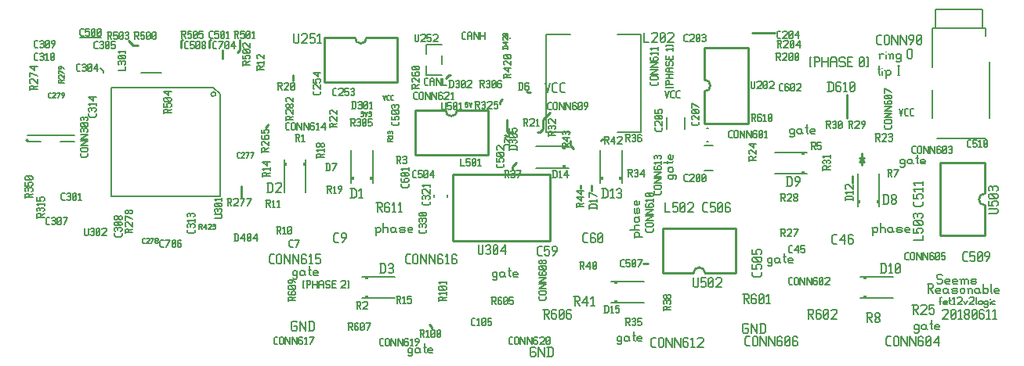
<source format=gbr>
G04 start of page 11 for group -4079 idx -4079 *
G04 Title: fet12v2logic, topsilk *
G04 Creator: pcb 20140316 *
G04 CreationDate: Wed 13 Jun 2018 07:44:19 AM GMT UTC *
G04 For: brian *
G04 Format: Gerber/RS-274X *
G04 PCB-Dimensions (mil): 6000.00 5000.00 *
G04 PCB-Coordinate-Origin: lower left *
%MOIN*%
%FSLAX25Y25*%
%LNTOPSILK*%
%ADD193C,0.0170*%
%ADD192C,0.0080*%
%ADD191C,0.0100*%
G54D191*X236500Y170500D02*Y168000D01*
X226000Y149500D02*Y149000D01*
X225000Y148000D01*
X214500Y118500D02*Y123000D01*
X213000Y180000D02*X214000Y181000D01*
X432000Y188500D02*X441500D01*
X474500Y127500D02*Y124500D01*
X477500Y135000D02*X479500D01*
X477500Y133500D02*X478500Y134500D01*
X479500Y133500D01*
X477500D01*
X478500Y137000D02*Y132000D01*
X387500Y90000D02*X385500D01*
X359000Y122000D02*Y123500D01*
X363500D02*Y121000D01*
X295500Y63000D02*Y62500D01*
X294500Y64000D02*X295500Y63000D01*
X329000Y186000D03*
X327500Y151500D02*Y146500D01*
X328500Y145500D01*
X324500Y158000D02*Y159000D01*
X325500Y160000D01*
X331500Y133000D02*X330000Y131500D01*
Y130500D01*
X367500Y142500D02*X368000Y143000D01*
X368500D01*
X354500Y142500D02*Y140500D01*
X356000Y139000D01*
X340500Y146000D02*X341500D01*
X343000Y147500D01*
Y151500D01*
X346000Y154500D01*
X337500Y163000D02*X336500D01*
X336000Y163500D01*
X303500Y170500D02*X303000D01*
X301500Y169000D01*
X206500Y177500D02*Y181000D01*
X214000D02*Y185500D01*
X201000Y182000D02*Y185000D01*
X189000Y182000D02*Y185000D01*
X189500Y185500D01*
X201000Y185000D02*X201500Y185500D01*
G54D192*X146000Y186500D02*X155000D01*
G54D191*X170500Y183000D02*X168500D01*
X166500Y185000D01*
G54D192*X172000Y171500D02*X180500D01*
X156000D02*Y172000D01*
X154500Y173500D01*
X309025Y185750D02*X310000D01*
X308500Y186275D02*X309025Y185750D01*
X308500Y188225D02*Y186275D01*
Y188225D02*X309025Y188750D01*
X310000D01*
X310900Y188000D02*Y185750D01*
Y188000D02*X311425Y188750D01*
X312250D01*
X312775Y188000D01*
Y185750D01*
X310900Y187250D02*X312775D01*
X313675Y188750D02*Y185750D01*
Y188750D02*X315550Y185750D01*
Y188750D02*Y185750D01*
X316450Y188750D02*Y185750D01*
X318325Y188750D02*Y185750D01*
X316450Y187250D02*X318325D01*
X344000Y167020D02*X344980Y163100D01*
X345960Y167020D01*
X347822Y163100D02*X349096D01*
X347136Y163786D02*X347822Y163100D01*
X347136Y166334D02*Y163786D01*
Y166334D02*X347822Y167020D01*
X349096D01*
X350958Y163100D02*X352232D01*
X350272Y163786D02*X350958Y163100D01*
X350272Y166334D02*Y163786D01*
Y166334D02*X350958Y167020D01*
X352232D01*
X310000Y158980D02*X311040D01*
X310000D02*Y157940D01*
X310260Y158200D01*
X310780D01*
X311040Y157940D01*
Y157160D01*
X310780Y156900D02*X311040Y157160D01*
X310260Y156900D02*X310780D01*
X310000Y157160D02*X310260Y156900D01*
X311664Y158980D02*X312184Y156900D01*
X312704Y158980D01*
X326936Y140500D02*X326520Y140916D01*
X328600D01*
Y141280D02*Y140500D01*
X326780Y141904D02*X326520Y142164D01*
Y142944D02*Y142164D01*
Y142944D02*X326780Y143204D01*
X327300D01*
X328600Y141904D02*X327300Y143204D01*
X328600D02*Y141904D01*
X326520Y143828D02*X328600Y144348D01*
X326520Y144868D01*
X429960Y64520D02*X430450Y64030D01*
X428490Y64520D02*X429960D01*
X428000Y64030D02*X428490Y64520D01*
X428000Y64030D02*Y61090D01*
X428490Y60600D01*
X429960D01*
X430450Y61090D01*
Y62070D02*Y61090D01*
X429960Y62560D02*X430450Y62070D01*
X428980Y62560D02*X429960D01*
X431626Y64520D02*Y60600D01*
Y64520D02*X434076Y60600D01*
Y64520D02*Y60600D01*
X435742Y64520D02*Y60600D01*
X437016Y64520D02*X437702Y63834D01*
Y61286D01*
X437016Y60600D02*X437702Y61286D01*
X435252Y60600D02*X437016D01*
X435252Y64520D02*X437016D01*
X375955Y59090D02*X376440Y58605D01*
X374985Y59090D02*X375955D01*
X374500Y58605D02*X374985Y59090D01*
X374500Y58605D02*Y57635D01*
X374985Y57150D01*
X375955D01*
X376440Y57635D01*
X374500Y56180D02*X374985Y55695D01*
X375955D01*
X376440Y56180D01*
Y59090D02*Y56180D01*
X379059Y59090D02*X379544Y58605D01*
X378089Y59090D02*X379059D01*
X377604Y58605D02*X378089Y59090D01*
X377604Y58605D02*Y57635D01*
X378089Y57150D01*
X379544Y59090D02*Y57635D01*
X380029Y57150D01*
X378089D02*X379059D01*
X379544Y57635D01*
X381678Y61030D02*Y57635D01*
X382163Y57150D01*
X381193Y59575D02*X382163D01*
X383618Y57150D02*X385073D01*
X383133Y57635D02*X383618Y57150D01*
X383133Y58605D02*Y57635D01*
Y58605D02*X383618Y59090D01*
X384588D01*
X385073Y58605D01*
X383133Y58120D02*X385073D01*
Y58605D02*Y58120D01*
X286955Y54090D02*X287440Y53605D01*
X285985Y54090D02*X286955D01*
X285500Y53605D02*X285985Y54090D01*
X285500Y53605D02*Y52635D01*
X285985Y52150D01*
X286955D01*
X287440Y52635D01*
X285500Y51180D02*X285985Y50695D01*
X286955D01*
X287440Y51180D01*
Y54090D02*Y51180D01*
X290059Y54090D02*X290544Y53605D01*
X289089Y54090D02*X290059D01*
X288604Y53605D02*X289089Y54090D01*
X288604Y53605D02*Y52635D01*
X289089Y52150D01*
X290544Y54090D02*Y52635D01*
X291029Y52150D01*
X289089D02*X290059D01*
X290544Y52635D01*
X292678Y56030D02*Y52635D01*
X293163Y52150D01*
X292193Y54575D02*X293163D01*
X294618Y52150D02*X296073D01*
X294133Y52635D02*X294618Y52150D01*
X294133Y53605D02*Y52635D01*
Y53605D02*X294618Y54090D01*
X295588D01*
X296073Y53605D01*
X294133Y53120D02*X296073D01*
Y53605D02*Y53120D01*
X339460Y54520D02*X339950Y54030D01*
X337990Y54520D02*X339460D01*
X337500Y54030D02*X337990Y54520D01*
X337500Y54030D02*Y51090D01*
X337990Y50600D01*
X339460D01*
X339950Y51090D01*
Y52070D02*Y51090D01*
X339460Y52560D02*X339950Y52070D01*
X338480Y52560D02*X339460D01*
X341126Y54520D02*Y50600D01*
Y54520D02*X343576Y50600D01*
Y54520D02*Y50600D01*
X345242Y54520D02*Y50600D01*
X346516Y54520D02*X347202Y53834D01*
Y51286D01*
X346516Y50600D02*X347202Y51286D01*
X344752Y50600D02*X346516D01*
X344752Y54520D02*X346516D01*
X237960Y65520D02*X238450Y65030D01*
X236490Y65520D02*X237960D01*
X236000Y65030D02*X236490Y65520D01*
X236000Y65030D02*Y62090D01*
X236490Y61600D01*
X237960D01*
X238450Y62090D01*
Y63070D02*Y62090D01*
X237960Y63560D02*X238450Y63070D01*
X236980Y63560D02*X237960D01*
X239626Y65520D02*Y61600D01*
Y65520D02*X242076Y61600D01*
Y65520D02*Y61600D01*
X243742Y65520D02*Y61600D01*
X245016Y65520D02*X245702Y64834D01*
Y62286D01*
X245016Y61600D02*X245702Y62286D01*
X243252Y61600D02*X245016D01*
X243252Y65520D02*X245016D01*
X439970Y92560D02*X440460Y92070D01*
X438990Y92560D02*X439970D01*
X438500Y92070D02*X438990Y92560D01*
X438500Y92070D02*Y91090D01*
X438990Y90600D01*
X439970D01*
X440460Y91090D01*
X438500Y89620D02*X438990Y89130D01*
X439970D01*
X440460Y89620D01*
Y92560D02*Y89620D01*
X443106Y92560D02*X443596Y92070D01*
X442126Y92560D02*X443106D01*
X441636Y92070D02*X442126Y92560D01*
X441636Y92070D02*Y91090D01*
X442126Y90600D01*
X443596Y92560D02*Y91090D01*
X444086Y90600D01*
X442126D02*X443106D01*
X443596Y91090D01*
X445752Y94520D02*Y91090D01*
X446242Y90600D01*
X445262Y93050D02*X446242D01*
X447712Y90600D02*X449182D01*
X447222Y91090D02*X447712Y90600D01*
X447222Y92070D02*Y91090D01*
Y92070D02*X447712Y92560D01*
X448692D01*
X449182Y92070D01*
X447222Y91580D02*X449182D01*
Y92070D02*Y91580D01*
X322970Y86560D02*X323460Y86070D01*
X321990Y86560D02*X322970D01*
X321500Y86070D02*X321990Y86560D01*
X321500Y86070D02*Y85090D01*
X321990Y84600D01*
X322970D01*
X323460Y85090D01*
X321500Y83620D02*X321990Y83130D01*
X322970D01*
X323460Y83620D01*
Y86560D02*Y83620D01*
X326106Y86560D02*X326596Y86070D01*
X325126Y86560D02*X326106D01*
X324636Y86070D02*X325126Y86560D01*
X324636Y86070D02*Y85090D01*
X325126Y84600D01*
X326596Y86560D02*Y85090D01*
X327086Y84600D01*
X325126D02*X326106D01*
X326596Y85090D01*
X328752Y88520D02*Y85090D01*
X329242Y84600D01*
X328262Y87050D02*X329242D01*
X330712Y84600D02*X332182D01*
X330222Y85090D02*X330712Y84600D01*
X330222Y86070D02*Y85090D01*
Y86070D02*X330712Y86560D01*
X331692D01*
X332182Y86070D01*
X330222Y85580D02*X332182D01*
Y86070D02*Y85580D01*
X237970Y87060D02*X238460Y86570D01*
X236990Y87060D02*X237970D01*
X236500Y86570D02*X236990Y87060D01*
X236500Y86570D02*Y85590D01*
X236990Y85100D01*
X237970D01*
X238460Y85590D01*
X236500Y84120D02*X236990Y83630D01*
X237970D01*
X238460Y84120D01*
Y87060D02*Y84120D01*
X241106Y87060D02*X241596Y86570D01*
X240126Y87060D02*X241106D01*
X239636Y86570D02*X240126Y87060D01*
X239636Y86570D02*Y85590D01*
X240126Y85100D01*
X241596Y87060D02*Y85590D01*
X242086Y85100D01*
X240126D02*X241106D01*
X241596Y85590D01*
X243752Y89020D02*Y85590D01*
X244242Y85100D01*
X243262Y87550D02*X244242D01*
X245712Y85100D02*X247182D01*
X245222Y85590D02*X245712Y85100D01*
X245222Y86570D02*Y85590D01*
Y86570D02*X245712Y87060D01*
X246692D01*
X247182Y86570D01*
X245222Y86080D02*X247182D01*
Y86570D02*Y86080D01*
X271990Y105070D02*Y102130D01*
X271500Y105560D02*X271990Y105070D01*
X272480Y105560D01*
X273460D01*
X273950Y105070D01*
Y104090D01*
X273460Y103600D02*X273950Y104090D01*
X272480Y103600D02*X273460D01*
X271990Y104090D02*X272480Y103600D01*
X275126Y107520D02*Y103600D01*
Y105070D02*X275616Y105560D01*
X276596D01*
X277086Y105070D01*
Y103600D01*
X279732Y105560D02*X280222Y105070D01*
X278752Y105560D02*X279732D01*
X278262Y105070D02*X278752Y105560D01*
X278262Y105070D02*Y104090D01*
X278752Y103600D01*
X280222Y105560D02*Y104090D01*
X280712Y103600D01*
X278752D02*X279732D01*
X280222Y104090D01*
X282378Y103600D02*X283848D01*
X284338Y104090D01*
X283848Y104580D02*X284338Y104090D01*
X282378Y104580D02*X283848D01*
X281888Y105070D02*X282378Y104580D01*
X281888Y105070D02*X282378Y105560D01*
X283848D01*
X284338Y105070D01*
X281888Y104090D02*X282378Y103600D01*
X286004D02*X287474D01*
X285514Y104090D02*X286004Y103600D01*
X285514Y105070D02*Y104090D01*
Y105070D02*X286004Y105560D01*
X286984D01*
X287474Y105070D01*
X285514Y104580D02*X287474D01*
Y105070D02*Y104580D01*
X382430Y101490D02*X385370D01*
X381940Y101000D02*X382430Y101490D01*
X381940Y101980D01*
Y102960D02*Y101980D01*
Y102960D02*X382430Y103450D01*
X383410D01*
X383900Y102960D02*X383410Y103450D01*
X383900Y102960D02*Y101980D01*
X383410Y101490D02*X383900Y101980D01*
X379980Y104626D02*X383900D01*
X382430D02*X381940Y105116D01*
Y106096D02*Y105116D01*
Y106096D02*X382430Y106586D01*
X383900D01*
X381940Y109232D02*X382430Y109722D01*
X381940Y109232D02*Y108252D01*
X382430Y107762D02*X381940Y108252D01*
X382430Y107762D02*X383410D01*
X383900Y108252D01*
X381940Y109722D02*X383410D01*
X383900Y110212D01*
Y109232D02*Y108252D01*
Y109232D02*X383410Y109722D01*
X383900Y113348D02*Y111878D01*
Y113348D02*X383410Y113838D01*
X382920Y113348D02*X383410Y113838D01*
X382920Y113348D02*Y111878D01*
X382430Y111388D02*X382920Y111878D01*
X382430Y111388D02*X381940Y111878D01*
Y113348D02*Y111878D01*
Y113348D02*X382430Y113838D01*
X383410Y111388D02*X383900Y111878D01*
Y116974D02*Y115504D01*
X383410Y115014D02*X383900Y115504D01*
X382430Y115014D02*X383410D01*
X382430D02*X381940Y115504D01*
Y116484D02*Y115504D01*
Y116484D02*X382430Y116974D01*
X382920D02*Y115014D01*
X382430Y116974D02*X382920D01*
X241000Y82750D02*X241375D01*
X241000D02*Y79750D01*
X241375D01*
X242650Y82750D02*Y79750D01*
X242275Y82750D02*X243775D01*
X244150Y82375D01*
Y81625D01*
X243775Y81250D02*X244150Y81625D01*
X242650Y81250D02*X243775D01*
X245050Y82750D02*Y79750D01*
X246925Y82750D02*Y79750D01*
X245050Y81250D02*X246925D01*
X247825Y82000D02*Y79750D01*
Y82000D02*X248350Y82750D01*
X249175D01*
X249700Y82000D01*
Y79750D01*
X247825Y81250D02*X249700D01*
X252100Y82750D02*X252475Y82375D01*
X250975Y82750D02*X252100D01*
X250600Y82375D02*X250975Y82750D01*
X250600Y82375D02*Y81625D01*
X250975Y81250D01*
X252100D01*
X252475Y80875D01*
Y80125D01*
X252100Y79750D02*X252475Y80125D01*
X250975Y79750D02*X252100D01*
X250600Y80125D02*X250975Y79750D01*
X253375Y81400D02*X254500D01*
X253375Y79750D02*X254875D01*
X253375Y82750D02*Y79750D01*
Y82750D02*X254875D01*
X257125Y82375D02*X257500Y82750D01*
X258625D01*
X259000Y82375D01*
Y81625D01*
X257125Y79750D02*X259000Y81625D01*
X257125Y79750D02*X259000D01*
X259900Y82750D02*X260275D01*
Y79750D01*
X259900D02*X260275D01*
X293025Y166250D02*X294000D01*
X292500Y166775D02*X293025Y166250D01*
X292500Y168725D02*Y166775D01*
Y168725D02*X293025Y169250D01*
X294000D01*
X294900Y168500D02*Y166250D01*
Y168500D02*X295425Y169250D01*
X296250D01*
X296775Y168500D01*
Y166250D01*
X294900Y167750D02*X296775D01*
X297675Y169250D02*Y166250D01*
Y169250D02*X299550Y166250D01*
Y169250D02*Y166250D01*
X300450Y169250D02*Y166250D01*
X301950D01*
X275000Y161980D02*X275520Y159900D01*
X276040Y161980D01*
X277028Y159900D02*X277704D01*
X276664Y160264D02*X277028Y159900D01*
X276664Y161616D02*Y160264D01*
Y161616D02*X277028Y161980D01*
X277704D01*
X278692Y159900D02*X279368D01*
X278328Y160264D02*X278692Y159900D01*
X278328Y161616D02*Y160264D01*
Y161616D02*X278692Y161980D01*
X279368D01*
X265500Y154720D02*X265760Y154980D01*
X266280D01*
X266540Y154720D01*
X266280Y152900D02*X266540Y153160D01*
X265760Y152900D02*X266280D01*
X265500Y153160D02*X265760Y152900D01*
Y154044D02*X266280D01*
X266540Y154720D02*Y154304D01*
Y153784D02*Y153160D01*
Y153784D02*X266280Y154044D01*
X266540Y154304D02*X266280Y154044D01*
X267164Y154980D02*X267684Y152900D01*
X268204Y154980D01*
X268828Y154720D02*X269088Y154980D01*
X269608D01*
X269868Y154720D01*
X269608Y152900D02*X269868Y153160D01*
X269088Y152900D02*X269608D01*
X268828Y153160D02*X269088Y152900D01*
Y154044D02*X269608D01*
X269868Y154720D02*Y154304D01*
Y153784D02*Y153160D01*
Y153784D02*X269608Y154044D01*
X269868Y154304D02*X269608Y154044D01*
X486490Y179070D02*Y177600D01*
Y179070D02*X486980Y179560D01*
X487960D01*
X486000D02*X486490Y179070D01*
X489136Y180540D02*Y180442D01*
Y179070D02*Y177600D01*
X490606Y179070D02*Y177600D01*
Y179070D02*X491096Y179560D01*
X491586D01*
X492076Y179070D01*
Y177600D01*
X490116Y179560D02*X490606Y179070D01*
X494722Y179560D02*X495212Y179070D01*
X493742Y179560D02*X494722D01*
X493252Y179070D02*X493742Y179560D01*
X493252Y179070D02*Y178090D01*
X493742Y177600D01*
X494722D01*
X495212Y178090D01*
X493252Y176620D02*X493742Y176130D01*
X494722D01*
X495212Y176620D01*
Y179560D02*Y176620D01*
X498152Y181030D02*Y178090D01*
Y181030D02*X498642Y181520D01*
X499622D01*
X500112Y181030D01*
Y178090D01*
X499622Y177600D02*X500112Y178090D01*
X498642Y177600D02*X499622D01*
X498152Y178090D02*X498642Y177600D01*
X485990Y174520D02*Y171090D01*
X486480Y170600D01*
X485500Y173050D02*X486480D01*
X487460Y173540D02*Y173442D01*
Y172070D02*Y170600D01*
X488930Y172070D02*Y169130D01*
X488440Y172560D02*X488930Y172070D01*
X489420Y172560D01*
X490400D01*
X490890Y172070D01*
Y171090D01*
X490400Y170600D02*X490890Y171090D01*
X489420Y170600D02*X490400D01*
X488930Y171090D02*X489420Y170600D01*
X493830Y174520D02*X494810D01*
X494320D02*Y170600D01*
X493830D02*X494810D01*
X494500Y156250D02*X495250Y153250D01*
X496000Y156250D01*
X497425Y153250D02*X498400D01*
X496900Y153775D02*X497425Y153250D01*
X496900Y155725D02*Y153775D01*
Y155725D02*X497425Y156250D01*
X498400D01*
X499825Y153250D02*X500800D01*
X499300Y153775D02*X499825Y153250D01*
X499300Y155725D02*Y153775D01*
Y155725D02*X499825Y156250D01*
X500800D01*
X496455Y134590D02*X496940Y134105D01*
X495485Y134590D02*X496455D01*
X495000Y134105D02*X495485Y134590D01*
X495000Y134105D02*Y133135D01*
X495485Y132650D01*
X496455D01*
X496940Y133135D01*
X495000Y131680D02*X495485Y131195D01*
X496455D01*
X496940Y131680D01*
Y134590D02*Y131680D01*
X499559Y134590D02*X500044Y134105D01*
X498589Y134590D02*X499559D01*
X498104Y134105D02*X498589Y134590D01*
X498104Y134105D02*Y133135D01*
X498589Y132650D01*
X500044Y134590D02*Y133135D01*
X500529Y132650D01*
X498589D02*X499559D01*
X500044Y133135D01*
X502178Y136530D02*Y133135D01*
X502663Y132650D01*
X501693Y135075D02*X502663D01*
X504118Y132650D02*X505573D01*
X503633Y133135D02*X504118Y132650D01*
X503633Y134105D02*Y133135D01*
Y134105D02*X504118Y134590D01*
X505088D01*
X505573Y134105D01*
X503633Y133620D02*X505573D01*
Y134105D02*Y133620D01*
X483490Y105070D02*Y102130D01*
X483000Y105560D02*X483490Y105070D01*
X483980Y105560D01*
X484960D01*
X485450Y105070D01*
Y104090D01*
X484960Y103600D02*X485450Y104090D01*
X483980Y103600D02*X484960D01*
X483490Y104090D02*X483980Y103600D01*
X486626Y107520D02*Y103600D01*
Y105070D02*X487116Y105560D01*
X488096D01*
X488586Y105070D01*
Y103600D01*
X491232Y105560D02*X491722Y105070D01*
X490252Y105560D02*X491232D01*
X489762Y105070D02*X490252Y105560D01*
X489762Y105070D02*Y104090D01*
X490252Y103600D01*
X491722Y105560D02*Y104090D01*
X492212Y103600D01*
X490252D02*X491232D01*
X491722Y104090D01*
X493878Y103600D02*X495348D01*
X495838Y104090D01*
X495348Y104580D02*X495838Y104090D01*
X493878Y104580D02*X495348D01*
X493388Y105070D02*X493878Y104580D01*
X493388Y105070D02*X493878Y105560D01*
X495348D01*
X495838Y105070D01*
X493388Y104090D02*X493878Y103600D01*
X497504D02*X498974D01*
X497014Y104090D02*X497504Y103600D01*
X497014Y105070D02*Y104090D01*
Y105070D02*X497504Y105560D01*
X498484D01*
X498974Y105070D01*
X497014Y104580D02*X498974D01*
Y105070D02*Y104580D01*
X456500Y178020D02*X456990D01*
X456500D02*Y174100D01*
X456990D01*
X458656Y178020D02*Y174100D01*
X458166Y178020D02*X460126D01*
X460616Y177530D01*
Y176550D01*
X460126Y176060D02*X460616Y176550D01*
X458656Y176060D02*X460126D01*
X461792Y178020D02*Y174100D01*
X464242Y178020D02*Y174100D01*
X461792Y176060D02*X464242D01*
X465418Y177040D02*Y174100D01*
Y177040D02*X466104Y178020D01*
X467182D01*
X467868Y177040D01*
Y174100D01*
X465418Y176060D02*X467868D01*
X471004Y178020D02*X471494Y177530D01*
X469534Y178020D02*X471004D01*
X469044Y177530D02*X469534Y178020D01*
X469044Y177530D02*Y176550D01*
X469534Y176060D01*
X471004D01*
X471494Y175570D01*
Y174590D01*
X471004Y174100D02*X471494Y174590D01*
X469534Y174100D02*X471004D01*
X469044Y174590D02*X469534Y174100D01*
X472670Y176256D02*X474140D01*
X472670Y174100D02*X474630D01*
X472670Y178020D02*Y174100D01*
Y178020D02*X474630D01*
X477570Y174590D02*X478060Y174100D01*
X477570Y177530D02*Y174590D01*
Y177530D02*X478060Y178020D01*
X479040D01*
X479530Y177530D01*
Y174590D01*
X479040Y174100D02*X479530Y174590D01*
X478060Y174100D02*X479040D01*
X477570Y175080D02*X479530Y177040D01*
X480706Y178020D02*X481196D01*
Y174100D01*
X480706D02*X481196D01*
X502470Y64060D02*X502960Y63570D01*
X501490Y64060D02*X502470D01*
X501000Y63570D02*X501490Y64060D01*
X501000Y63570D02*Y62590D01*
X501490Y62100D01*
X502470D01*
X502960Y62590D01*
X501000Y61120D02*X501490Y60630D01*
X502470D01*
X502960Y61120D01*
Y64060D02*Y61120D01*
X505606Y64060D02*X506096Y63570D01*
X504626Y64060D02*X505606D01*
X504136Y63570D02*X504626Y64060D01*
X504136Y63570D02*Y62590D01*
X504626Y62100D01*
X506096Y64060D02*Y62590D01*
X506586Y62100D01*
X504626D02*X505606D01*
X506096Y62590D01*
X508252Y66020D02*Y62590D01*
X508742Y62100D01*
X507762Y64550D02*X508742D01*
X510212Y62100D02*X511682D01*
X509722Y62590D02*X510212Y62100D01*
X509722Y63570D02*Y62590D01*
Y63570D02*X510212Y64060D01*
X511192D01*
X511682Y63570D01*
X509722Y63080D02*X511682D01*
Y63570D02*Y63080D01*
X512460Y85520D02*X512950Y85030D01*
X510990Y85520D02*X512460D01*
X510500Y85030D02*X510990Y85520D01*
X510500Y85030D02*Y84050D01*
X510990Y83560D01*
X512460D01*
X512950Y83070D01*
Y82090D01*
X512460Y81600D02*X512950Y82090D01*
X510990Y81600D02*X512460D01*
X510500Y82090D02*X510990Y81600D01*
X514616D02*X516086D01*
X514126Y82090D02*X514616Y81600D01*
X514126Y83070D02*Y82090D01*
Y83070D02*X514616Y83560D01*
X515596D01*
X516086Y83070D01*
X514126Y82580D02*X516086D01*
Y83070D02*Y82580D01*
X517752Y81600D02*X519222D01*
X517262Y82090D02*X517752Y81600D01*
X517262Y83070D02*Y82090D01*
Y83070D02*X517752Y83560D01*
X518732D01*
X519222Y83070D01*
X517262Y82580D02*X519222D01*
Y83070D02*Y82580D01*
X520888Y83070D02*Y81600D01*
Y83070D02*X521378Y83560D01*
X521868D01*
X522358Y83070D01*
Y81600D01*
Y83070D02*X522848Y83560D01*
X523338D01*
X523828Y83070D01*
Y81600D01*
X520398Y83560D02*X520888Y83070D01*
X525494Y81600D02*X526964D01*
X527454Y82090D01*
X526964Y82580D02*X527454Y82090D01*
X525494Y82580D02*X526964D01*
X525004Y83070D02*X525494Y82580D01*
X525004Y83070D02*X525494Y83560D01*
X526964D01*
X527454Y83070D01*
X525004Y82090D02*X525494Y81600D01*
X506500Y81520D02*X508460D01*
X508950Y81030D01*
Y80050D01*
X508460Y79560D02*X508950Y80050D01*
X506990Y79560D02*X508460D01*
X506990Y81520D02*Y77600D01*
X507774Y79560D02*X508950Y77600D01*
X510616D02*X512086D01*
X510126Y78090D02*X510616Y77600D01*
X510126Y79070D02*Y78090D01*
Y79070D02*X510616Y79560D01*
X511596D01*
X512086Y79070D01*
X510126Y78580D02*X512086D01*
Y79070D02*Y78580D01*
X514732Y79560D02*X515222Y79070D01*
X513752Y79560D02*X514732D01*
X513262Y79070D02*X513752Y79560D01*
X513262Y79070D02*Y78090D01*
X513752Y77600D01*
X515222Y79560D02*Y78090D01*
X515712Y77600D01*
X513752D02*X514732D01*
X515222Y78090D01*
X517378Y77600D02*X518848D01*
X519338Y78090D01*
X518848Y78580D02*X519338Y78090D01*
X517378Y78580D02*X518848D01*
X516888Y79070D02*X517378Y78580D01*
X516888Y79070D02*X517378Y79560D01*
X518848D01*
X519338Y79070D01*
X516888Y78090D02*X517378Y77600D01*
X520514Y79070D02*Y78090D01*
Y79070D02*X521004Y79560D01*
X521984D01*
X522474Y79070D01*
Y78090D01*
X521984Y77600D02*X522474Y78090D01*
X521004Y77600D02*X521984D01*
X520514Y78090D02*X521004Y77600D01*
X524140Y79070D02*Y77600D01*
Y79070D02*X524630Y79560D01*
X525120D01*
X525610Y79070D01*
Y77600D01*
X523650Y79560D02*X524140Y79070D01*
X528256Y79560D02*X528746Y79070D01*
X527276Y79560D02*X528256D01*
X526786Y79070D02*X527276Y79560D01*
X526786Y79070D02*Y78090D01*
X527276Y77600D01*
X528746Y79560D02*Y78090D01*
X529236Y77600D01*
X527276D02*X528256D01*
X528746Y78090D01*
X530412Y81520D02*Y77600D01*
Y78090D02*X530902Y77600D01*
X531882D01*
X532372Y78090D01*
Y79070D02*Y78090D01*
X531882Y79560D02*X532372Y79070D01*
X530902Y79560D02*X531882D01*
X530412Y79070D02*X530902Y79560D01*
X533548Y81520D02*Y78090D01*
X534038Y77600D01*
X535508D02*X536978D01*
X535018Y78090D02*X535508Y77600D01*
X535018Y79070D02*Y78090D01*
Y79070D02*X535508Y79560D01*
X536488D01*
X536978Y79070D01*
X535018Y78580D02*X536978D01*
Y79070D02*Y78580D01*
X511875Y75375D02*Y72750D01*
Y75375D02*X512250Y75750D01*
X512625D01*
X511500Y74250D02*X512250D01*
X513750Y72750D02*X514875D01*
X513375Y73125D02*X513750Y72750D01*
X513375Y73875D02*Y73125D01*
Y73875D02*X513750Y74250D01*
X514500D01*
X514875Y73875D01*
X513375Y73500D02*X514875D01*
Y73875D02*Y73500D01*
X516150Y75750D02*Y73125D01*
X516525Y72750D01*
X515775Y74625D02*X516525D01*
X517275Y75150D02*X517875Y75750D01*
Y72750D01*
X517275D02*X518400D01*
X519300Y75375D02*X519675Y75750D01*
X520800D01*
X521175Y75375D01*
Y74625D01*
X519300Y72750D02*X521175Y74625D01*
X519300Y72750D02*X521175D01*
X522075Y74250D02*X522825Y72750D01*
X523575Y74250D02*X522825Y72750D01*
X524475Y75375D02*X524850Y75750D01*
X525975D01*
X526350Y75375D01*
Y74625D01*
X524475Y72750D02*X526350Y74625D01*
X524475Y72750D02*X526350D01*
X527250Y75750D02*Y73125D01*
X527625Y72750D01*
X528375Y73875D02*Y73125D01*
Y73875D02*X528750Y74250D01*
X529500D01*
X529875Y73875D01*
Y73125D01*
X529500Y72750D02*X529875Y73125D01*
X528750Y72750D02*X529500D01*
X528375Y73125D02*X528750Y72750D01*
X531900Y74250D02*X532275Y73875D01*
X531150Y74250D02*X531900D01*
X530775Y73875D02*X531150Y74250D01*
X530775Y73875D02*Y73125D01*
X531150Y72750D01*
X531900D01*
X532275Y73125D01*
X530775Y72000D02*X531150Y71625D01*
X531900D01*
X532275Y72000D01*
Y74250D02*Y72000D01*
X533175Y75000D02*Y74925D01*
Y73875D02*Y72750D01*
X534300Y74250D02*X535425D01*
X533925Y73875D02*X534300Y74250D01*
X533925Y73875D02*Y73125D01*
X534300Y72750D01*
X535425D01*
X513000Y70030D02*X513490Y70520D01*
X514960D01*
X515450Y70030D01*
Y69050D01*
X513000Y66600D02*X515450Y69050D01*
X513000Y66600D02*X515450D01*
X516626Y67090D02*X517116Y66600D01*
X516626Y70030D02*Y67090D01*
Y70030D02*X517116Y70520D01*
X518096D01*
X518586Y70030D01*
Y67090D01*
X518096Y66600D02*X518586Y67090D01*
X517116Y66600D02*X518096D01*
X516626Y67580D02*X518586Y69540D01*
X519762Y69736D02*X520546Y70520D01*
Y66600D01*
X519762D02*X521232D01*
X522408Y67090D02*X522898Y66600D01*
X522408Y67874D02*Y67090D01*
Y67874D02*X523094Y68560D01*
X523682D01*
X524368Y67874D01*
Y67090D01*
X523878Y66600D02*X524368Y67090D01*
X522898Y66600D02*X523878D01*
X522408Y69246D02*X523094Y68560D01*
X522408Y70030D02*Y69246D01*
Y70030D02*X522898Y70520D01*
X523878D01*
X524368Y70030D01*
Y69246D01*
X523682Y68560D02*X524368Y69246D01*
X525544Y67090D02*X526034Y66600D01*
X525544Y70030D02*Y67090D01*
Y70030D02*X526034Y70520D01*
X527014D01*
X527504Y70030D01*
Y67090D01*
X527014Y66600D02*X527504Y67090D01*
X526034Y66600D02*X527014D01*
X525544Y67580D02*X527504Y69540D01*
X530150Y70520D02*X530640Y70030D01*
X529170Y70520D02*X530150D01*
X528680Y70030D02*X529170Y70520D01*
X528680Y70030D02*Y67090D01*
X529170Y66600D01*
X530150Y68756D02*X530640Y68266D01*
X528680Y68756D02*X530150D01*
X529170Y66600D02*X530150D01*
X530640Y67090D01*
Y68266D02*Y67090D01*
X531816Y69736D02*X532600Y70520D01*
Y66600D01*
X531816D02*X533286D01*
X534462Y69736D02*X535246Y70520D01*
Y66600D01*
X534462D02*X535932D01*
X449470Y147560D02*X449960Y147070D01*
X448490Y147560D02*X449470D01*
X448000Y147070D02*X448490Y147560D01*
X448000Y147070D02*Y146090D01*
X448490Y145600D01*
X449470D01*
X449960Y146090D01*
X448000Y144620D02*X448490Y144130D01*
X449470D01*
X449960Y144620D01*
Y147560D02*Y144620D01*
X452606Y147560D02*X453096Y147070D01*
X451626Y147560D02*X452606D01*
X451136Y147070D02*X451626Y147560D01*
X451136Y147070D02*Y146090D01*
X451626Y145600D01*
X453096Y147560D02*Y146090D01*
X453586Y145600D01*
X451626D02*X452606D01*
X453096Y146090D01*
X455252Y149520D02*Y146090D01*
X455742Y145600D01*
X454762Y148050D02*X455742D01*
X457212Y145600D02*X458682D01*
X456722Y146090D02*X457212Y145600D01*
X456722Y147070D02*Y146090D01*
Y147070D02*X457212Y147560D01*
X458192D01*
X458682Y147070D01*
X456722Y146580D02*X458682D01*
Y147070D02*Y146580D01*
X395000Y163750D02*X395750Y160750D01*
X396500Y163750D01*
X397925Y160750D02*X398900D01*
X397400Y161275D02*X397925Y160750D01*
X397400Y163225D02*Y161275D01*
Y163225D02*X397925Y163750D01*
X398900D01*
X400325Y160750D02*X401300D01*
X399800Y161275D02*X400325Y160750D01*
X399800Y163225D02*Y161275D01*
Y163225D02*X400325Y163750D01*
X401300D01*
X396410Y127455D02*X396895Y127940D01*
X396410Y127455D02*Y126485D01*
X396895Y126000D02*X396410Y126485D01*
X396895Y126000D02*X397865D01*
X398350Y126485D01*
Y127455D02*Y126485D01*
Y127455D02*X397865Y127940D01*
X399320Y126000D02*X399805Y126485D01*
Y127455D02*Y126485D01*
Y127455D02*X399320Y127940D01*
X396410D02*X399320D01*
X396410Y130559D02*X396895Y131044D01*
X396410Y130559D02*Y129589D01*
X396895Y129104D02*X396410Y129589D01*
X396895Y129104D02*X397865D01*
X398350Y129589D01*
X396410Y131044D02*X397865D01*
X398350Y131529D01*
Y130559D02*Y129589D01*
Y130559D02*X397865Y131044D01*
X394470Y133178D02*X397865D01*
X398350Y133663D01*
X395925D02*Y132693D01*
X398350Y136573D02*Y135118D01*
X397865Y134633D02*X398350Y135118D01*
X396895Y134633D02*X397865D01*
X396895D02*X396410Y135118D01*
Y136088D02*Y135118D01*
Y136088D02*X396895Y136573D01*
X397380D02*Y134633D01*
X396895Y136573D02*X397380D01*
X395240Y165370D02*Y165000D01*
X398200D01*
Y165370D02*Y165000D01*
X395240Y166628D02*X398200D01*
X395240Y167738D02*Y166258D01*
Y167738D02*X395610Y168108D01*
X396350D01*
X396720Y167738D02*X396350Y168108D01*
X396720Y167738D02*Y166628D01*
X395240Y168996D02*X398200D01*
X395240Y170846D02*X398200D01*
X396720D02*Y168996D01*
X395980Y171734D02*X398200D01*
X395980D02*X395240Y172252D01*
Y173066D02*Y172252D01*
Y173066D02*X395980Y173584D01*
X398200D01*
X396720D02*Y171734D01*
X395240Y175952D02*X395610Y176322D01*
X395240Y175952D02*Y174842D01*
X395610Y174472D02*X395240Y174842D01*
X395610Y174472D02*X396350D01*
X396720Y174842D01*
Y175952D02*Y174842D01*
Y175952D02*X397090Y176322D01*
X397830D01*
X398200Y175952D02*X397830Y176322D01*
X398200Y175952D02*Y174842D01*
X397830Y174472D02*X398200Y174842D01*
X396572Y178320D02*Y177210D01*
X398200Y178690D02*Y177210D01*
X395240D02*X398200D01*
X395240Y178690D02*Y177210D01*
X395832Y180910D02*X395240Y181502D01*
X398200D01*
Y182020D02*Y180910D01*
X395240Y183278D02*Y182908D01*
Y183278D02*X398200D01*
Y182908D01*
G54D191*X288500Y155500D02*Y136500D01*
X319500D01*
Y155500D01*
X288500D02*X301500D01*
X319500D02*X306500D01*
X301500D02*G75*G03X306500Y155500I2500J0D01*G01*
G54D192*X293173Y174638D02*Y170622D01*
X299827D01*
X293173Y183378D02*Y179362D01*
Y183378D02*X299827D01*
Y178969D02*Y175031D01*
G54D191*X304500Y128200D02*X345900D01*
X304500D02*Y99700D01*
X345900D01*
Y128200D02*Y99700D01*
G54D192*X296745Y119393D02*Y118607D01*
X302255Y119393D02*Y118607D01*
X384800Y187700D02*Y146300D01*
X344200Y187700D02*Y146300D01*
X374500D02*X384800D01*
X344200D02*X354500D01*
X344200Y187700D02*X354500D01*
X374500D02*X384800D01*
X372110Y82528D02*X385890D01*
X372110Y73472D02*X385890D01*
G54D193*X373882Y73866D03*
Y82134D03*
G54D192*X367472Y138390D02*Y124610D01*
X376528Y138390D02*Y124610D01*
G54D193*X376134Y126382D03*
X367866D03*
G54D192*X340110Y130972D02*X353890D01*
X340110Y140028D02*X353890D01*
G54D193*X352118Y139634D03*
Y131366D03*
G54D191*X512000Y133000D02*X531000D01*
X512000D02*Y102000D01*
X531000D01*
Y133000D02*Y120000D01*
Y115000D02*Y102000D01*
Y120000D02*G75*G03X531000Y115000I0J-2500D01*G01*
G54D192*X476972Y128390D02*Y114610D01*
X486028Y128390D02*Y114610D01*
G54D193*X485634Y116382D03*
X477366D03*
G54D192*X478110Y84528D02*X491890D01*
X478110Y75472D02*X491890D01*
G54D193*X479882Y75866D03*
Y84134D03*
G54D191*X472400Y152000D02*Y162000D01*
G54D192*X531417Y190622D02*Y187078D01*
X529842Y190622D02*X531417D01*
X510158D02*X529842D01*
X508583D02*X510158D01*
X532992Y176015D02*Y152040D01*
X508583Y190622D02*Y173692D01*
X510552Y143378D02*X531417D01*
X508583Y164245D02*Y152040D01*
X529842Y198496D02*Y190622D01*
X510158Y198496D02*X529842D01*
X510158D02*Y190622D01*
X441610Y128472D02*X455390D01*
X441610Y137528D02*X455390D01*
G54D193*X453618Y137134D03*
Y128866D03*
G54D192*X261472Y138390D02*Y124610D01*
X270528Y138390D02*Y124610D01*
G54D193*X270134Y126382D03*
X261866D03*
G54D191*X250000Y186500D02*Y167500D01*
X281000D01*
Y186500D02*Y167500D01*
X250000Y186500D02*X263000D01*
X268000D02*X281000D01*
X263000D02*G75*G03X268000Y186500I2500J0D01*G01*
G54D192*X242028Y134390D02*Y120610D01*
X232972Y134390D02*Y120610D01*
G54D193*X233366Y132618D03*
X241634D03*
G54D192*X123500Y144700D02*X143500D01*
X123500Y142300D02*X129250D01*
X137750D02*X143500D01*
X123000Y142800D02*G75*G03X123000Y142800I500J0D01*G01*
X205722Y162322D02*Y118778D01*
X159278D02*X205722D01*
X159278Y165222D02*Y118778D01*
Y165222D02*X202822D01*
X205722Y162322D01*
X202822Y163322D02*G75*G03X202822Y163322I0J-1000D01*G01*
X266110Y84528D02*X279890D01*
X266110Y75472D02*X279890D01*
G54D193*X267882Y75866D03*
Y84134D03*
G54D191*X425000Y105000D02*Y86000D01*
X394000Y105000D02*X425000D01*
X394000D02*Y86000D01*
X412000D02*X425000D01*
X394000D02*X407000D01*
X412000D02*G75*G03X407000Y86000I-2500J0D01*G01*
G54D192*X395760Y152362D02*Y147638D01*
X403240Y152362D02*Y147638D01*
X412607Y142245D02*X413393D01*
X412607Y147755D02*X413393D01*
G54D191*X411674Y149934D02*X430326D01*
Y182066D02*Y149934D01*
X411674Y182066D02*X430326D01*
X411674Y163500D02*Y149934D01*
Y182066D02*Y168500D01*
Y163500D02*G75*G03X411674Y168500I0J2500D01*G01*
G54D192*X411532Y129686D02*X415468D01*
X411532Y140314D02*X415468D01*
X300000Y158730D02*Y156035D01*
X300385Y155650D01*
X301155D01*
X301540Y156035D01*
Y158730D02*Y156035D01*
X302464Y158730D02*X304004D01*
X302464D02*Y157190D01*
X302849Y157575D01*
X303619D01*
X304004Y157190D01*
Y156035D01*
X303619Y155650D02*X304004Y156035D01*
X302849Y155650D02*X303619D01*
X302464Y156035D02*X302849Y155650D01*
X304928Y156035D02*X305313Y155650D01*
X304928Y158345D02*Y156035D01*
Y158345D02*X305313Y158730D01*
X306083D01*
X306468Y158345D01*
Y156035D01*
X306083Y155650D02*X306468Y156035D01*
X305313Y155650D02*X306083D01*
X304928Y156420D02*X306468Y157960D01*
X307392Y158114D02*X308008Y158730D01*
Y155650D01*
X307392D02*X308547D01*
X288500Y187730D02*Y185035D01*
X288885Y184650D01*
X289655D01*
X290040Y185035D01*
Y187730D02*Y185035D01*
X290964Y187345D02*X291349Y187730D01*
X292504D01*
X292889Y187345D01*
Y186575D01*
X290964Y184650D02*X292889Y186575D01*
X290964Y184650D02*X292889D01*
X293813Y187730D02*X295353D01*
X293813D02*Y186190D01*
X294198Y186575D01*
X294968D01*
X295353Y186190D01*
Y185035D01*
X294968Y184650D02*X295353Y185035D01*
X294198Y184650D02*X294968D01*
X293813Y185035D02*X294198Y184650D01*
X296277Y187345D02*X296662Y187730D01*
X297817D01*
X298202Y187345D01*
Y186575D01*
X296277Y184650D02*X298202Y186575D01*
X296277Y184650D02*X298202D01*
X303385Y168230D02*Y165150D01*
X304386Y168230D02*X304925Y167691D01*
Y165689D01*
X304386Y165150D02*X304925Y165689D01*
X303000Y165150D02*X304386D01*
X303000Y168230D02*X304386D01*
X305849Y167845D02*X306234Y168230D01*
X307004D01*
X307389Y167845D01*
X307004Y165150D02*X307389Y165535D01*
X306234Y165150D02*X307004D01*
X305849Y165535D02*X306234Y165150D01*
Y166844D02*X307004D01*
X307389Y167845D02*Y167229D01*
Y166459D02*Y165535D01*
Y166459D02*X307004Y166844D01*
X307389Y167229D02*X307004Y166844D01*
X308313Y165535D02*X308698Y165150D01*
X308313Y167845D02*Y165535D01*
Y167845D02*X308698Y168230D01*
X309468D01*
X309853Y167845D01*
Y165535D01*
X309468Y165150D02*X309853Y165535D01*
X308698Y165150D02*X309468D01*
X308313Y165920D02*X309853Y167460D01*
X310777Y167845D02*X311162Y168230D01*
X312317D01*
X312702Y167845D01*
Y167075D01*
X310777Y165150D02*X312702Y167075D01*
X310777Y165150D02*X312702D01*
X287270Y166040D02*Y164500D01*
Y166040D02*X287655Y166425D01*
X288425D01*
X288810Y166040D02*X288425Y166425D01*
X288810Y166040D02*Y164885D01*
X287270D02*X290350D01*
X288810Y165501D02*X290350Y166425D01*
X287655Y167349D02*X287270Y167734D01*
Y168889D02*Y167734D01*
Y168889D02*X287655Y169274D01*
X288425D01*
X290350Y167349D02*X288425Y169274D01*
X290350D02*Y167349D01*
X287270Y171353D02*X287655Y171738D01*
X287270Y171353D02*Y170583D01*
X287655Y170198D02*X287270Y170583D01*
X287655Y170198D02*X289965D01*
X290350Y170583D01*
X288656Y171353D02*X289041Y171738D01*
X288656Y171353D02*Y170198D01*
X290350Y171353D02*Y170583D01*
Y171353D02*X289965Y171738D01*
X289041D02*X289965D01*
Y172662D02*X290350Y173047D01*
X287655Y172662D02*X289965D01*
X287655D02*X287270Y173047D01*
Y173817D02*Y173047D01*
Y173817D02*X287655Y174202D01*
X289965D01*
X290350Y173817D02*X289965Y174202D01*
X290350Y173817D02*Y173047D01*
X289580Y172662D02*X288040Y174202D01*
X288539Y160150D02*X289540D01*
X288000Y160689D02*X288539Y160150D01*
X288000Y162691D02*Y160689D01*
Y162691D02*X288539Y163230D01*
X289540D01*
X290464Y162845D02*Y160535D01*
Y162845D02*X290849Y163230D01*
X291619D01*
X292004Y162845D01*
Y160535D01*
X291619Y160150D02*X292004Y160535D01*
X290849Y160150D02*X291619D01*
X290464Y160535D02*X290849Y160150D01*
X292928Y163230D02*Y160150D01*
Y163230D02*X294853Y160150D01*
Y163230D02*Y160150D01*
X295777Y163230D02*Y160150D01*
Y163230D02*X297702Y160150D01*
Y163230D02*Y160150D01*
X299781Y163230D02*X300166Y162845D01*
X299011Y163230D02*X299781D01*
X298626Y162845D02*X299011Y163230D01*
X298626Y162845D02*Y160535D01*
X299011Y160150D01*
X299781Y161844D02*X300166Y161459D01*
X298626Y161844D02*X299781D01*
X299011Y160150D02*X299781D01*
X300166Y160535D01*
Y161459D02*Y160535D01*
X301090Y162845D02*X301475Y163230D01*
X302630D01*
X303015Y162845D01*
Y162075D01*
X301090Y160150D02*X303015Y162075D01*
X301090Y160150D02*X303015D01*
X303939Y162614D02*X304555Y163230D01*
Y160150D01*
X303939D02*X305094D01*
X316000Y168230D02*X317540D01*
X317925Y167845D01*
Y167075D01*
X317540Y166690D02*X317925Y167075D01*
X316385Y166690D02*X317540D01*
X316385Y168230D02*Y165150D01*
X317001Y166690D02*X317925Y165150D01*
X318849Y167845D02*X319234Y168230D01*
X320004D01*
X320389Y167845D01*
X320004Y165150D02*X320389Y165535D01*
X319234Y165150D02*X320004D01*
X318849Y165535D02*X319234Y165150D01*
Y166844D02*X320004D01*
X320389Y167845D02*Y167229D01*
Y166459D02*Y165535D01*
Y166459D02*X320004Y166844D01*
X320389Y167229D02*X320004Y166844D01*
X321313Y165535D02*X321698Y165150D01*
X321313Y167845D02*Y165535D01*
Y167845D02*X321698Y168230D01*
X322468D01*
X322853Y167845D01*
Y165535D01*
X322468Y165150D02*X322853Y165535D01*
X321698Y165150D02*X322468D01*
X321313Y165920D02*X322853Y167460D01*
X324932Y168230D02*X325317Y167845D01*
X324162Y168230D02*X324932D01*
X323777Y167845D02*X324162Y168230D01*
X323777Y167845D02*Y165535D01*
X324162Y165150D01*
X324932Y166844D02*X325317Y166459D01*
X323777Y166844D02*X324932D01*
X324162Y165150D02*X324932D01*
X325317Y165535D01*
Y166459D02*Y165535D01*
X314000Y159230D02*X315540D01*
X315925Y158845D01*
Y158075D01*
X315540Y157690D02*X315925Y158075D01*
X314385Y157690D02*X315540D01*
X314385Y159230D02*Y156150D01*
X315001Y157690D02*X315925Y156150D01*
X316849Y158845D02*X317234Y159230D01*
X318004D01*
X318389Y158845D01*
X318004Y156150D02*X318389Y156535D01*
X317234Y156150D02*X318004D01*
X316849Y156535D02*X317234Y156150D01*
Y157844D02*X318004D01*
X318389Y158845D02*Y158229D01*
Y157459D02*Y156535D01*
Y157459D02*X318004Y157844D01*
X318389Y158229D02*X318004Y157844D01*
X319313Y158845D02*X319698Y159230D01*
X320853D01*
X321238Y158845D01*
Y158075D01*
X319313Y156150D02*X321238Y158075D01*
X319313Y156150D02*X321238D01*
X322162Y159230D02*X323702D01*
X322162D02*Y157690D01*
X322547Y158075D01*
X323317D01*
X323702Y157690D01*
Y156535D01*
X323317Y156150D02*X323702Y156535D01*
X322547Y156150D02*X323317D01*
X322162Y156535D02*X322547Y156150D01*
X326270Y170540D02*Y169000D01*
Y170540D02*X326655Y170925D01*
X327425D01*
X327810Y170540D02*X327425Y170925D01*
X327810Y170540D02*Y169385D01*
X326270D02*X329350D01*
X327810Y170001D02*X329350Y170925D01*
X328195Y171849D02*X326270Y173389D01*
X328195Y173774D02*Y171849D01*
X326270Y173389D02*X329350D01*
X326655Y174698D02*X326270Y175083D01*
Y176238D02*Y175083D01*
Y176238D02*X326655Y176623D01*
X327425D01*
X329350Y174698D02*X327425Y176623D01*
X329350D02*Y174698D01*
X328965Y177547D02*X329350Y177932D01*
X326655Y177547D02*X328965D01*
X326655D02*X326270Y177932D01*
Y178702D02*Y177932D01*
Y178702D02*X326655Y179087D01*
X328965D01*
X329350Y178702D02*X328965Y179087D01*
X329350Y178702D02*Y177932D01*
X328580Y177547D02*X327040Y179087D01*
X326020Y181760D02*X328100D01*
X326020Y182436D02*X326384Y182800D01*
X327736D01*
X328100Y182436D02*X327736Y182800D01*
X328100Y182436D02*Y181500D01*
X326020Y182436D02*Y181500D01*
X327320Y183424D02*X326020Y184464D01*
X327320Y184724D02*Y183424D01*
X326020Y184464D02*X328100D01*
X326280Y185348D02*X326020Y185608D01*
Y186388D02*Y185608D01*
Y186388D02*X326280Y186648D01*
X326800D01*
X328100Y185348D02*X326800Y186648D01*
X328100D02*Y185348D01*
X327840Y187272D02*X328100Y187532D01*
X326280Y187272D02*X327840D01*
X326280D02*X326020Y187532D01*
Y188052D02*Y187532D01*
Y188052D02*X326280Y188312D01*
X327840D01*
X328100Y188052D02*X327840Y188312D01*
X328100Y188052D02*Y187532D01*
X327580Y187272D02*X326540Y188312D01*
X326500Y129730D02*X328040D01*
X328425Y129345D01*
Y128575D01*
X328040Y128190D02*X328425Y128575D01*
X326885Y128190D02*X328040D01*
X326885Y129730D02*Y126650D01*
X327501Y128190D02*X328425Y126650D01*
X329349Y129345D02*X329734Y129730D01*
X330504D01*
X330889Y129345D01*
X330504Y126650D02*X330889Y127035D01*
X329734Y126650D02*X330504D01*
X329349Y127035D02*X329734Y126650D01*
Y128344D02*X330504D01*
X330889Y129345D02*Y128729D01*
Y127959D02*Y127035D01*
Y127959D02*X330504Y128344D01*
X330889Y128729D02*X330504Y128344D01*
X332198Y126650D02*X333738Y129730D01*
X331813D02*X333738D01*
X326350Y132540D02*Y131539D01*
X325811Y131000D02*X326350Y131539D01*
X323809Y131000D02*X325811D01*
X323809D02*X323270Y131539D01*
Y132540D02*Y131539D01*
Y135004D02*Y133464D01*
X324810D01*
X324425Y133849D01*
Y134619D02*Y133849D01*
Y134619D02*X324810Y135004D01*
X325965D01*
X326350Y134619D02*X325965Y135004D01*
X326350Y134619D02*Y133849D01*
X325965Y133464D02*X326350Y133849D01*
X325965Y135928D02*X326350Y136313D01*
X323655Y135928D02*X325965D01*
X323655D02*X323270Y136313D01*
Y137083D02*Y136313D01*
Y137083D02*X323655Y137468D01*
X325965D01*
X326350Y137083D02*X325965Y137468D01*
X326350Y137083D02*Y136313D01*
X325580Y135928D02*X324040Y137468D01*
X323655Y138392D02*X323270Y138777D01*
Y139932D02*Y138777D01*
Y139932D02*X323655Y140317D01*
X324425D01*
X326350Y138392D02*X324425Y140317D01*
X326350D02*Y138392D01*
X328770Y138885D02*X331850D01*
X328770Y139886D02*X329309Y140425D01*
X331311D01*
X331850Y139886D02*X331311Y140425D01*
X331850Y139886D02*Y138500D01*
X328770Y139886D02*Y138500D01*
X329155Y141349D02*X328770Y141734D01*
Y142504D02*Y141734D01*
Y142504D02*X329155Y142889D01*
X331850Y142504D02*X331465Y142889D01*
X331850Y142504D02*Y141734D01*
X331465Y141349D02*X331850Y141734D01*
X330156Y142504D02*Y141734D01*
X329155Y142889D02*X329771D01*
X330541D02*X331465D01*
X330541D02*X330156Y142504D01*
X329771Y142889D02*X330156Y142504D01*
X331465Y143813D02*X331850Y144198D01*
X329155Y143813D02*X331465D01*
X329155D02*X328770Y144198D01*
Y144968D02*Y144198D01*
Y144968D02*X329155Y145353D01*
X331465D01*
X331850Y144968D02*X331465Y145353D01*
X331850Y144968D02*Y144198D01*
X331080Y143813D02*X329540Y145353D01*
X328770Y147817D02*Y146277D01*
X330310D01*
X329925Y146662D01*
Y147432D02*Y146662D01*
Y147432D02*X330310Y147817D01*
X331465D01*
X331850Y147432D02*X331465Y147817D01*
X331850Y147432D02*Y146662D01*
X331465Y146277D02*X331850Y146662D01*
X315500Y98010D02*Y94545D01*
X315995Y94050D01*
X316985D01*
X317480Y94545D01*
Y98010D02*Y94545D01*
X318668Y97515D02*X319163Y98010D01*
X320153D01*
X320648Y97515D01*
X320153Y94050D02*X320648Y94545D01*
X319163Y94050D02*X320153D01*
X318668Y94545D02*X319163Y94050D01*
Y96228D02*X320153D01*
X320648Y97515D02*Y96723D01*
Y95733D02*Y94545D01*
Y95733D02*X320153Y96228D01*
X320648Y96723D02*X320153Y96228D01*
X321836Y94545D02*X322331Y94050D01*
X321836Y97515D02*Y94545D01*
Y97515D02*X322331Y98010D01*
X323321D01*
X323816Y97515D01*
Y94545D01*
X323321Y94050D02*X323816Y94545D01*
X322331Y94050D02*X323321D01*
X321836Y95040D02*X323816Y97020D01*
X325004Y95535D02*X326984Y98010D01*
X325004Y95535D02*X327479D01*
X326984Y98010D02*Y94050D01*
X308000Y134730D02*Y131650D01*
X309540D01*
X310464Y134730D02*X312004D01*
X310464D02*Y133190D01*
X310849Y133575D01*
X311619D01*
X312004Y133190D01*
Y132035D01*
X311619Y131650D02*X312004Y132035D01*
X310849Y131650D02*X311619D01*
X310464Y132035D02*X310849Y131650D01*
X312928Y132035D02*X313313Y131650D01*
X312928Y134345D02*Y132035D01*
Y134345D02*X313313Y134730D01*
X314083D01*
X314468Y134345D01*
Y132035D01*
X314083Y131650D02*X314468Y132035D01*
X313313Y131650D02*X314083D01*
X312928Y132420D02*X314468Y133960D01*
X315392Y134114D02*X316008Y134730D01*
Y131650D01*
X315392D02*X316547D01*
X391850Y167540D02*Y166539D01*
X391311Y166000D02*X391850Y166539D01*
X389309Y166000D02*X391311D01*
X389309D02*X388770Y166539D01*
Y167540D02*Y166539D01*
X389155Y168464D02*X391465D01*
X389155D02*X388770Y168849D01*
Y169619D02*Y168849D01*
Y169619D02*X389155Y170004D01*
X391465D01*
X391850Y169619D02*X391465Y170004D01*
X391850Y169619D02*Y168849D01*
X391465Y168464D02*X391850Y168849D01*
X388770Y170928D02*X391850D01*
X388770D02*X391850Y172853D01*
X388770D02*X391850D01*
X388770Y173777D02*X391850D01*
X388770D02*X391850Y175702D01*
X388770D02*X391850D01*
X388770Y177781D02*X389155Y178166D01*
X388770Y177781D02*Y177011D01*
X389155Y176626D02*X388770Y177011D01*
X389155Y176626D02*X391465D01*
X391850Y177011D01*
X390156Y177781D02*X390541Y178166D01*
X390156Y177781D02*Y176626D01*
X391850Y177781D02*Y177011D01*
Y177781D02*X391465Y178166D01*
X390541D02*X391465D01*
X389386Y179090D02*X388770Y179706D01*
X391850D01*
Y180245D02*Y179090D01*
X389386Y181169D02*X388770Y181785D01*
X391850D01*
Y182324D02*Y181169D01*
X386000Y188500D02*Y184500D01*
X388000D01*
X389200Y188000D02*X389700Y188500D01*
X391200D01*
X391700Y188000D01*
Y187000D01*
X389200Y184500D02*X391700Y187000D01*
X389200Y184500D02*X391700D01*
X392900Y185000D02*X393400Y184500D01*
X392900Y188000D02*Y185000D01*
Y188000D02*X393400Y188500D01*
X394400D01*
X394900Y188000D01*
Y185000D01*
X394400Y184500D02*X394900Y185000D01*
X393400Y184500D02*X394400D01*
X392900Y185500D02*X394900Y187500D01*
X396100Y188000D02*X396600Y188500D01*
X398100D01*
X398600Y188000D01*
Y187000D01*
X396100Y184500D02*X398600Y187000D01*
X396100Y184500D02*X398600D01*
X393800Y148020D02*Y147032D01*
X393268Y146500D02*X393800Y147032D01*
X391292Y146500D02*X393268D01*
X391292D02*X390760Y147032D01*
Y148020D02*Y147032D01*
X391140Y148932D02*X390760Y149312D01*
Y150452D02*Y149312D01*
Y150452D02*X391140Y150832D01*
X391900D01*
X393800Y148932D02*X391900Y150832D01*
X393800D02*Y148932D01*
X393420Y151744D02*X393800Y152124D01*
X391140Y151744D02*X393420D01*
X391140D02*X390760Y152124D01*
Y152884D02*Y152124D01*
Y152884D02*X391140Y153264D01*
X393420D01*
X393800Y152884D02*X393420Y153264D01*
X393800Y152884D02*Y152124D01*
X393040Y151744D02*X391520Y153264D01*
X390760Y155696D02*Y154176D01*
X392280D01*
X391900Y154556D01*
Y155316D02*Y154556D01*
Y155316D02*X392280Y155696D01*
X393420D01*
X393800Y155316D02*X393420Y155696D01*
X393800Y155316D02*Y154556D01*
X393420Y154176D02*X393800Y154556D01*
X345539Y155650D02*X346540D01*
X345000Y156189D02*X345539Y155650D01*
X345000Y158191D02*Y156189D01*
Y158191D02*X345539Y158730D01*
X346540D01*
X347464Y158345D02*Y156035D01*
Y158345D02*X347849Y158730D01*
X348619D01*
X349004Y158345D01*
Y156035D01*
X348619Y155650D02*X349004Y156035D01*
X347849Y155650D02*X348619D01*
X347464Y156035D02*X347849Y155650D01*
X349928Y158730D02*Y155650D01*
Y158730D02*X351853Y155650D01*
Y158730D02*Y155650D01*
X352777Y158730D02*Y155650D01*
Y158730D02*X354702Y155650D01*
Y158730D02*Y155650D01*
X356781Y158730D02*X357166Y158345D01*
X356011Y158730D02*X356781D01*
X355626Y158345D02*X356011Y158730D01*
X355626Y158345D02*Y156035D01*
X356011Y155650D01*
X356781Y157344D02*X357166Y156959D01*
X355626Y157344D02*X356781D01*
X356011Y155650D02*X356781D01*
X357166Y156035D01*
Y156959D02*Y156035D01*
X358090D02*X358475Y155650D01*
X358090Y158345D02*Y156035D01*
Y158345D02*X358475Y158730D01*
X359245D01*
X359630Y158345D01*
Y156035D01*
X359245Y155650D02*X359630Y156035D01*
X358475Y155650D02*X359245D01*
X358090Y156420D02*X359630Y157960D01*
X360939Y155650D02*X362094Y157190D01*
Y158345D02*Y157190D01*
X361709Y158730D02*X362094Y158345D01*
X360939Y158730D02*X361709D01*
X360554Y158345D02*X360939Y158730D01*
X360554Y158345D02*Y157575D01*
X360939Y157190D01*
X362094D01*
X368500Y122000D02*Y118000D01*
X369800Y122000D02*X370500Y121300D01*
Y118700D01*
X369800Y118000D02*X370500Y118700D01*
X368000Y118000D02*X369800D01*
X368000Y122000D02*X369800D01*
X371700Y121200D02*X372500Y122000D01*
Y118000D01*
X371700D02*X373200D01*
X374400Y121500D02*X374900Y122000D01*
X375900D01*
X376400Y121500D01*
X375900Y118000D02*X376400Y118500D01*
X374900Y118000D02*X375900D01*
X374400Y118500D02*X374900Y118000D01*
Y120200D02*X375900D01*
X376400Y121500D02*Y120700D01*
Y119700D02*Y118500D01*
Y119700D02*X375900Y120200D01*
X376400Y120700D02*X375900Y120200D01*
X362770Y113885D02*X365850D01*
X362770Y114886D02*X363309Y115425D01*
X365311D01*
X365850Y114886D02*X365311Y115425D01*
X365850Y114886D02*Y113500D01*
X362770Y114886D02*Y113500D01*
X363386Y116349D02*X362770Y116965D01*
X365850D01*
Y117504D02*Y116349D01*
Y118813D02*X362770Y120353D01*
Y118428D01*
X357260Y115520D02*Y114000D01*
Y115520D02*X357640Y115900D01*
X358400D01*
X358780Y115520D02*X358400Y115900D01*
X358780Y115520D02*Y114380D01*
X357260D02*X360300D01*
X358780Y114988D02*X360300Y115900D01*
X359160Y116812D02*X357260Y118332D01*
X359160Y118712D02*Y116812D01*
X357260Y118332D02*X360300D01*
X359160Y119624D02*X357260Y121144D01*
X359160Y121524D02*Y119624D01*
X357260Y121144D02*X360300D01*
X347385Y129730D02*Y126650D01*
X348386Y129730D02*X348925Y129191D01*
Y127189D01*
X348386Y126650D02*X348925Y127189D01*
X347000Y126650D02*X348386D01*
X347000Y129730D02*X348386D01*
X349849Y129114D02*X350465Y129730D01*
Y126650D01*
X349849D02*X351004D01*
X351928Y127805D02*X353468Y129730D01*
X351928Y127805D02*X353853D01*
X353468Y129730D02*Y126650D01*
X351260Y141020D02*Y139500D01*
Y141020D02*X351640Y141400D01*
X352400D01*
X352780Y141020D02*X352400Y141400D01*
X352780Y141020D02*Y139880D01*
X351260D02*X354300D01*
X352780Y140488D02*X354300Y141400D01*
X353160Y142312D02*X351260Y143832D01*
X353160Y144212D02*Y142312D01*
X351260Y143832D02*X354300D01*
X351640Y145124D02*X351260Y145504D01*
Y146264D02*Y145504D01*
Y146264D02*X351640Y146644D01*
X354300Y146264D02*X353920Y146644D01*
X354300Y146264D02*Y145504D01*
X353920Y145124D02*X354300Y145504D01*
X352628Y146264D02*Y145504D01*
X351640Y146644D02*X352248D01*
X353008D02*X353920D01*
X353008D02*X352628Y146264D01*
X352248Y146644D02*X352628Y146264D01*
X369000Y144230D02*X370540D01*
X370925Y143845D01*
Y143075D01*
X370540Y142690D02*X370925Y143075D01*
X369385Y142690D02*X370540D01*
X369385Y144230D02*Y141150D01*
X370001Y142690D02*X370925Y141150D01*
X371849Y142305D02*X373389Y144230D01*
X371849Y142305D02*X373774D01*
X373389Y144230D02*Y141150D01*
X374698Y143845D02*X375083Y144230D01*
X376238D01*
X376623Y143845D01*
Y143075D01*
X374698Y141150D02*X376623Y143075D01*
X374698Y141150D02*X376623D01*
X294850Y116540D02*Y115539D01*
X294311Y115000D02*X294850Y115539D01*
X292309Y115000D02*X294311D01*
X292309D02*X291770Y115539D01*
Y116540D02*Y115539D01*
X292155Y117464D02*X291770Y117849D01*
Y118619D02*Y117849D01*
Y118619D02*X292155Y119004D01*
X294850Y118619D02*X294465Y119004D01*
X294850Y118619D02*Y117849D01*
X294465Y117464D02*X294850Y117849D01*
X293156Y118619D02*Y117849D01*
X292155Y119004D02*X292771D01*
X293541D02*X294465D01*
X293541D02*X293156Y118619D01*
X292771Y119004D02*X293156Y118619D01*
X292155Y119928D02*X291770Y120313D01*
Y121468D02*Y120313D01*
Y121468D02*X292155Y121853D01*
X292925D01*
X294850Y119928D02*X292925Y121853D01*
X294850D02*Y119928D01*
X292386Y122777D02*X291770Y123393D01*
X294850D01*
Y123932D02*Y122777D01*
X251000Y123230D02*X252540D01*
X252925Y122845D01*
Y122075D01*
X252540Y121690D02*X252925Y122075D01*
X251385Y121690D02*X252540D01*
X251385Y123230D02*Y120150D01*
X252001Y121690D02*X252925Y120150D01*
X253849Y122614D02*X254465Y123230D01*
Y120150D01*
X253849D02*X255004D01*
X256313D02*X257468Y121690D01*
Y122845D02*Y121690D01*
X257083Y123230D02*X257468Y122845D01*
X256313Y123230D02*X257083D01*
X255928Y122845D02*X256313Y123230D01*
X255928Y122845D02*Y122075D01*
X256313Y121690D01*
X257468D01*
X261500Y122000D02*Y118000D01*
X262800Y122000D02*X263500Y121300D01*
Y118700D01*
X262800Y118000D02*X263500Y118700D01*
X261000Y118000D02*X262800D01*
X261000Y122000D02*X262800D01*
X264700Y121200D02*X265500Y122000D01*
Y118000D01*
X264700D02*X266200D01*
X293350Y104540D02*Y103539D01*
X292811Y103000D02*X293350Y103539D01*
X290809Y103000D02*X292811D01*
X290809D02*X290270Y103539D01*
Y104540D02*Y103539D01*
X290655Y105464D02*X290270Y105849D01*
Y106619D02*Y105849D01*
Y106619D02*X290655Y107004D01*
X293350Y106619D02*X292965Y107004D01*
X293350Y106619D02*Y105849D01*
X292965Y105464D02*X293350Y105849D01*
X291656Y106619D02*Y105849D01*
X290655Y107004D02*X291271D01*
X292041D02*X292965D01*
X292041D02*X291656Y106619D01*
X291271Y107004D02*X291656Y106619D01*
X290655Y107928D02*X290270Y108313D01*
Y109083D02*Y108313D01*
Y109083D02*X290655Y109468D01*
X293350Y109083D02*X292965Y109468D01*
X293350Y109083D02*Y108313D01*
X292965Y107928D02*X293350Y108313D01*
X291656Y109083D02*Y108313D01*
X290655Y109468D02*X291271D01*
X292041D02*X292965D01*
X292041D02*X291656Y109083D01*
X291271Y109468D02*X291656Y109083D01*
X292965Y110392D02*X293350Y110777D01*
X290655Y110392D02*X292965D01*
X290655D02*X290270Y110777D01*
Y111547D02*Y110777D01*
Y111547D02*X290655Y111932D01*
X292965D01*
X293350Y111547D02*X292965Y111932D01*
X293350Y111547D02*Y110777D01*
X292580Y110392D02*X291040Y111932D01*
X229500Y105730D02*X231040D01*
X231425Y105345D01*
Y104575D01*
X231040Y104190D02*X231425Y104575D01*
X229885Y104190D02*X231040D01*
X229885Y105730D02*Y102650D01*
X230501Y104190D02*X231425Y102650D01*
X232349Y105114D02*X232965Y105730D01*
Y102650D01*
X232349D02*X233504D01*
X234428Y103035D02*X234813Y102650D01*
X234428Y105345D02*Y103035D01*
Y105345D02*X234813Y105730D01*
X235583D01*
X235968Y105345D01*
Y103035D01*
X235583Y102650D02*X235968Y103035D01*
X234813Y102650D02*X235583D01*
X234428Y103420D02*X235968Y104960D01*
X272000Y116000D02*X274000D01*
X274500Y115500D01*
Y114500D01*
X274000Y114000D02*X274500Y114500D01*
X272500Y114000D02*X274000D01*
X272500Y116000D02*Y112000D01*
X273300Y114000D02*X274500Y112000D01*
X277200Y116000D02*X277700Y115500D01*
X276200Y116000D02*X277200D01*
X275700Y115500D02*X276200Y116000D01*
X275700Y115500D02*Y112500D01*
X276200Y112000D01*
X277200Y114200D02*X277700Y113700D01*
X275700Y114200D02*X277200D01*
X276200Y112000D02*X277200D01*
X277700Y112500D01*
Y113700D02*Y112500D01*
X278900Y115200D02*X279700Y116000D01*
Y112000D01*
X278900D02*X280400D01*
X281600Y115200D02*X282400Y116000D01*
Y112000D01*
X281600D02*X283100D01*
X250885Y132730D02*Y129650D01*
X251886Y132730D02*X252425Y132191D01*
Y130189D01*
X251886Y129650D02*X252425Y130189D01*
X250500Y129650D02*X251886D01*
X250500Y132730D02*X251886D01*
X253734Y129650D02*X255274Y132730D01*
X253349D02*X255274D01*
X246770Y136540D02*Y135000D01*
Y136540D02*X247155Y136925D01*
X247925D01*
X248310Y136540D02*X247925Y136925D01*
X248310Y136540D02*Y135385D01*
X246770D02*X249850D01*
X248310Y136001D02*X249850Y136925D01*
X247386Y137849D02*X246770Y138465D01*
X249850D01*
Y139004D02*Y137849D01*
X249465Y139928D02*X249850Y140313D01*
X248849Y139928D02*X249465D01*
X248849D02*X248310Y140467D01*
Y140929D02*Y140467D01*
Y140929D02*X248849Y141468D01*
X249465D01*
X249850Y141083D02*X249465Y141468D01*
X249850Y141083D02*Y140313D01*
X247771Y139928D02*X248310Y140467D01*
X247155Y139928D02*X247771D01*
X247155D02*X246770Y140313D01*
Y141083D02*Y140313D01*
Y141083D02*X247155Y141468D01*
X247771D01*
X248310Y140929D02*X247771Y141468D01*
X280500Y135730D02*X282040D01*
X282425Y135345D01*
Y134575D01*
X282040Y134190D02*X282425Y134575D01*
X280885Y134190D02*X282040D01*
X280885Y135730D02*Y132650D01*
X281501Y134190D02*X282425Y132650D01*
X283349Y135345D02*X283734Y135730D01*
X284504D01*
X284889Y135345D01*
X284504Y132650D02*X284889Y133035D01*
X283734Y132650D02*X284504D01*
X283349Y133035D02*X283734Y132650D01*
Y134344D02*X284504D01*
X284889Y135345D02*Y134729D01*
Y133959D02*Y133035D01*
Y133959D02*X284504Y134344D01*
X284889Y134729D02*X284504Y134344D01*
X281800Y150520D02*Y149532D01*
X281268Y149000D02*X281800Y149532D01*
X279292Y149000D02*X281268D01*
X279292D02*X278760Y149532D01*
Y150520D02*Y149532D01*
Y152952D02*Y151432D01*
X280280D01*
X279900Y151812D01*
Y152572D02*Y151812D01*
Y152572D02*X280280Y152952D01*
X281420D01*
X281800Y152572D02*X281420Y152952D01*
X281800Y152572D02*Y151812D01*
X281420Y151432D02*X281800Y151812D01*
X281420Y153864D02*X281800Y154244D01*
X279140Y153864D02*X281420D01*
X279140D02*X278760Y154244D01*
Y155004D02*Y154244D01*
Y155004D02*X279140Y155384D01*
X281420D01*
X281800Y155004D02*X281420Y155384D01*
X281800Y155004D02*Y154244D01*
X281040Y153864D02*X279520Y155384D01*
X279140Y156296D02*X278760Y156676D01*
Y157436D02*Y156676D01*
Y157436D02*X279140Y157816D01*
X281800Y157436D02*X281420Y157816D01*
X281800Y157436D02*Y156676D01*
X281420Y156296D02*X281800Y156676D01*
X280128Y157436D02*Y156676D01*
X279140Y157816D02*X279748D01*
X280508D02*X281420D01*
X280508D02*X280128Y157436D01*
X279748Y157816D02*X280128Y157436D01*
X285850Y124040D02*Y123039D01*
X285311Y122500D02*X285850Y123039D01*
X283309Y122500D02*X285311D01*
X283309D02*X282770Y123039D01*
Y124040D02*Y123039D01*
Y126119D02*X283155Y126504D01*
X282770Y126119D02*Y125349D01*
X283155Y124964D02*X282770Y125349D01*
X283155Y124964D02*X285465D01*
X285850Y125349D01*
X284156Y126119D02*X284541Y126504D01*
X284156Y126119D02*Y124964D01*
X285850Y126119D02*Y125349D01*
Y126119D02*X285465Y126504D01*
X284541D02*X285465D01*
Y127428D02*X285850Y127813D01*
X283155Y127428D02*X285465D01*
X283155D02*X282770Y127813D01*
Y128583D02*Y127813D01*
Y128583D02*X283155Y128968D01*
X285465D01*
X285850Y128583D02*X285465Y128968D01*
X285850Y128583D02*Y127813D01*
X285080Y127428D02*X283540Y128968D01*
X283386Y129892D02*X282770Y130508D01*
X285850D01*
Y131047D02*Y129892D01*
X288039Y126650D02*X289040D01*
X287500Y127189D02*X288039Y126650D01*
X287500Y129191D02*Y127189D01*
Y129191D02*X288039Y129730D01*
X289040D01*
X289964D02*X291504D01*
X289964D02*Y128190D01*
X290349Y128575D01*
X291119D01*
X291504Y128190D01*
Y127035D01*
X291119Y126650D02*X291504Y127035D01*
X290349Y126650D02*X291119D01*
X289964Y127035D02*X290349Y126650D01*
X292428Y127035D02*X292813Y126650D01*
X292428Y129345D02*Y127035D01*
Y129345D02*X292813Y129730D01*
X293583D01*
X293968Y129345D01*
Y127035D01*
X293583Y126650D02*X293968Y127035D01*
X292813Y126650D02*X293583D01*
X292428Y127420D02*X293968Y128960D01*
X294892Y127805D02*X296432Y129730D01*
X294892Y127805D02*X296817D01*
X296432Y129730D02*Y126650D01*
X261000Y151740D02*X262520D01*
X262900Y151360D01*
Y150600D01*
X262520Y150220D02*X262900Y150600D01*
X261380Y150220D02*X262520D01*
X261380Y151740D02*Y148700D01*
X261988Y150220D02*X262900Y148700D01*
X263812Y151360D02*X264192Y151740D01*
X264952D01*
X265332Y151360D01*
X264952Y148700D02*X265332Y149080D01*
X264192Y148700D02*X264952D01*
X263812Y149080D02*X264192Y148700D01*
Y150372D02*X264952D01*
X265332Y151360D02*Y150752D01*
Y149992D02*Y149080D01*
Y149992D02*X264952Y150372D01*
X265332Y150752D02*X264952Y150372D01*
X266244Y149080D02*X266624Y148700D01*
X266244Y151360D02*Y149080D01*
Y151360D02*X266624Y151740D01*
X267384D01*
X267764Y151360D01*
Y149080D01*
X267384Y148700D02*X267764Y149080D01*
X266624Y148700D02*X267384D01*
X266244Y149460D02*X267764Y150980D01*
X268676Y151740D02*X270196D01*
X268676D02*Y150220D01*
X269056Y150600D01*
X269816D01*
X270196Y150220D01*
Y149080D01*
X269816Y148700D02*X270196Y149080D01*
X269056Y148700D02*X269816D01*
X268676Y149080D02*X269056Y148700D01*
X252270Y149540D02*Y148000D01*
Y149540D02*X252655Y149925D01*
X253425D01*
X253810Y149540D02*X253425Y149925D01*
X253810Y149540D02*Y148385D01*
X252270D02*X255350D01*
X253810Y149001D02*X255350Y149925D01*
X252655Y150849D02*X252270Y151234D01*
Y152389D02*Y151234D01*
Y152389D02*X252655Y152774D01*
X253425D01*
X255350Y150849D02*X253425Y152774D01*
X255350D02*Y150849D01*
X252655Y153698D02*X252270Y154083D01*
Y155238D02*Y154083D01*
Y155238D02*X252655Y155623D01*
X253425D01*
X255350Y153698D02*X253425Y155623D01*
X255350D02*Y153698D01*
X261885Y159230D02*Y156150D01*
X262886Y159230D02*X263425Y158691D01*
Y156689D01*
X262886Y156150D02*X263425Y156689D01*
X261500Y156150D02*X262886D01*
X261500Y159230D02*X262886D01*
X264349Y158845D02*X264734Y159230D01*
X265504D01*
X265889Y158845D01*
X265504Y156150D02*X265889Y156535D01*
X264734Y156150D02*X265504D01*
X264349Y156535D02*X264734Y156150D01*
Y157844D02*X265504D01*
X265889Y158845D02*Y158229D01*
Y157459D02*Y156535D01*
Y157459D02*X265504Y157844D01*
X265889Y158229D02*X265504Y157844D01*
X266813Y156535D02*X267198Y156150D01*
X266813Y158845D02*Y156535D01*
Y158845D02*X267198Y159230D01*
X267968D01*
X268353Y158845D01*
Y156535D01*
X267968Y156150D02*X268353Y156535D01*
X267198Y156150D02*X267968D01*
X266813Y156920D02*X268353Y158460D01*
X269277Y158614D02*X269893Y159230D01*
Y156150D01*
X269277D02*X270432D01*
X230000Y167230D02*X231540D01*
X231925Y166845D01*
Y166075D01*
X231540Y165690D02*X231925Y166075D01*
X230385Y165690D02*X231540D01*
X230385Y167230D02*Y164150D01*
X231001Y165690D02*X231925Y164150D01*
X232849Y166845D02*X233234Y167230D01*
X234389D01*
X234774Y166845D01*
Y166075D01*
X232849Y164150D02*X234774Y166075D01*
X232849Y164150D02*X234774D01*
X235698Y164535D02*X236083Y164150D01*
X235698Y166845D02*Y164535D01*
Y166845D02*X236083Y167230D01*
X236853D01*
X237238Y166845D01*
Y164535D01*
X236853Y164150D02*X237238Y164535D01*
X236083Y164150D02*X236853D01*
X235698Y164920D02*X237238Y166460D01*
X233760Y152520D02*Y151000D01*
Y152520D02*X234140Y152900D01*
X234900D01*
X235280Y152520D02*X234900Y152900D01*
X235280Y152520D02*Y151380D01*
X233760D02*X236800D01*
X235280Y151988D02*X236800Y152900D01*
X234140Y153812D02*X233760Y154192D01*
Y155332D02*Y154192D01*
Y155332D02*X234140Y155712D01*
X234900D01*
X236800Y153812D02*X234900Y155712D01*
X236800D02*Y153812D01*
X236420Y156624D02*X236800Y157004D01*
X235812Y156624D02*X236420D01*
X235812D02*X235280Y157156D01*
Y157612D02*Y157156D01*
Y157612D02*X235812Y158144D01*
X236420D01*
X236800Y157764D02*X236420Y158144D01*
X236800Y157764D02*Y157004D01*
X234748Y156624D02*X235280Y157156D01*
X234140Y156624D02*X234748D01*
X234140D02*X233760Y157004D01*
Y157764D02*Y157004D01*
Y157764D02*X234140Y158144D01*
X234748D01*
X235280Y157612D02*X234748Y158144D01*
X234140Y159056D02*X233760Y159436D01*
Y160576D02*Y159436D01*
Y160576D02*X234140Y160956D01*
X234900D01*
X236800Y159056D02*X234900Y160956D01*
X236800D02*Y159056D01*
X332885Y167230D02*Y164150D01*
X333886Y167230D02*X334425Y166691D01*
Y164689D01*
X333886Y164150D02*X334425Y164689D01*
X332500Y164150D02*X333886D01*
X332500Y167230D02*X333886D01*
X336504D02*X336889Y166845D01*
X335734Y167230D02*X336504D01*
X335349Y166845D02*X335734Y167230D01*
X335349Y166845D02*Y164535D01*
X335734Y164150D01*
X336504Y165844D02*X336889Y165459D01*
X335349Y165844D02*X336504D01*
X335734Y164150D02*X336504D01*
X336889Y164535D01*
Y165459D02*Y164535D01*
X532500Y111500D02*X536000D01*
X536500Y112000D01*
Y113000D02*Y112000D01*
Y113000D02*X536000Y113500D01*
X532500D02*X536000D01*
X532500Y116700D02*Y114700D01*
X534500D01*
X534000Y115200D01*
Y116200D02*Y115200D01*
Y116200D02*X534500Y116700D01*
X536000D01*
X536500Y116200D02*X536000Y116700D01*
X536500Y116200D02*Y115200D01*
X536000Y114700D02*X536500Y115200D01*
X536000Y117900D02*X536500Y118400D01*
X533000Y117900D02*X536000D01*
X533000D02*X532500Y118400D01*
Y119400D02*Y118400D01*
Y119400D02*X533000Y119900D01*
X536000D01*
X536500Y119400D02*X536000Y119900D01*
X536500Y119400D02*Y118400D01*
X535500Y117900D02*X533500Y119900D01*
X533000Y121100D02*X532500Y121600D01*
Y122600D02*Y121600D01*
Y122600D02*X533000Y123100D01*
X536500Y122600D02*X536000Y123100D01*
X536500Y122600D02*Y121600D01*
X536000Y121100D02*X536500Y121600D01*
X534300Y122600D02*Y121600D01*
X533000Y123100D02*X533800D01*
X534800D02*X536000D01*
X534800D02*X534300Y122600D01*
X533800Y123100D02*X534300Y122600D01*
X497539Y91650D02*X498540D01*
X497000Y92189D02*X497539Y91650D01*
X497000Y94191D02*Y92189D01*
Y94191D02*X497539Y94730D01*
X498540D01*
X499464Y94345D02*Y92035D01*
Y94345D02*X499849Y94730D01*
X500619D01*
X501004Y94345D01*
Y92035D01*
X500619Y91650D02*X501004Y92035D01*
X499849Y91650D02*X500619D01*
X499464Y92035D02*X499849Y91650D01*
X501928Y94730D02*Y91650D01*
Y94730D02*X503853Y91650D01*
Y94730D02*Y91650D01*
X504777Y94730D02*Y91650D01*
Y94730D02*X506702Y91650D01*
Y94730D02*Y91650D01*
X508781Y94730D02*X509166Y94345D01*
X508011Y94730D02*X508781D01*
X507626Y94345D02*X508011Y94730D01*
X507626Y94345D02*Y92035D01*
X508011Y91650D01*
X508781Y93344D02*X509166Y92959D01*
X507626Y93344D02*X508781D01*
X508011Y91650D02*X508781D01*
X509166Y92035D01*
Y92959D02*Y92035D01*
X510090D02*X510475Y91650D01*
X510090Y94345D02*Y92035D01*
Y94345D02*X510475Y94730D01*
X511245D01*
X511630Y94345D01*
Y92035D01*
X511245Y91650D02*X511630Y92035D01*
X510475Y91650D02*X511245D01*
X510090Y92420D02*X511630Y93960D01*
X512554Y94730D02*X514094D01*
X512554D02*Y93190D01*
X512939Y93575D01*
X513709D01*
X514094Y93190D01*
Y92035D01*
X513709Y91650D02*X514094Y92035D01*
X512939Y91650D02*X513709D01*
X512554Y92035D02*X512939Y91650D01*
X504500Y116500D02*Y115200D01*
X503800Y114500D02*X504500Y115200D01*
X501200Y114500D02*X503800D01*
X501200D02*X500500Y115200D01*
Y116500D02*Y115200D01*
Y119700D02*Y117700D01*
X502500D01*
X502000Y118200D01*
Y119200D02*Y118200D01*
Y119200D02*X502500Y119700D01*
X504000D01*
X504500Y119200D02*X504000Y119700D01*
X504500Y119200D02*Y118200D01*
X504000Y117700D02*X504500Y118200D01*
X501300Y120900D02*X500500Y121700D01*
X504500D01*
Y122400D02*Y120900D01*
X501300Y123600D02*X500500Y124400D01*
X504500D01*
Y125100D02*Y123600D01*
X522200Y91000D02*X523500D01*
X521500Y91700D02*X522200Y91000D01*
X521500Y94300D02*Y91700D01*
Y94300D02*X522200Y95000D01*
X523500D01*
X524700D02*X526700D01*
X524700D02*Y93000D01*
X525200Y93500D01*
X526200D01*
X526700Y93000D01*
Y91500D01*
X526200Y91000D02*X526700Y91500D01*
X525200Y91000D02*X526200D01*
X524700Y91500D02*X525200Y91000D01*
X527900Y91500D02*X528400Y91000D01*
X527900Y94500D02*Y91500D01*
Y94500D02*X528400Y95000D01*
X529400D01*
X529900Y94500D01*
Y91500D01*
X529400Y91000D02*X529900Y91500D01*
X528400Y91000D02*X529400D01*
X527900Y92000D02*X529900Y94000D01*
X531600Y91000D02*X533100Y93000D01*
Y94500D02*Y93000D01*
X532600Y95000D02*X533100Y94500D01*
X531600Y95000D02*X532600D01*
X531100Y94500D02*X531600Y95000D01*
X531100Y94500D02*Y93500D01*
X531600Y93000D01*
X533100D01*
X500500Y100000D02*X504500D01*
Y102000D02*Y100000D01*
X500500Y105200D02*Y103200D01*
X502500D01*
X502000Y103700D01*
Y104700D02*Y103700D01*
Y104700D02*X502500Y105200D01*
X504000D01*
X504500Y104700D02*X504000Y105200D01*
X504500Y104700D02*Y103700D01*
X504000Y103200D02*X504500Y103700D01*
X504000Y106400D02*X504500Y106900D01*
X501000Y106400D02*X504000D01*
X501000D02*X500500Y106900D01*
Y107900D02*Y106900D01*
Y107900D02*X501000Y108400D01*
X504000D01*
X504500Y107900D02*X504000Y108400D01*
X504500Y107900D02*Y106900D01*
X503500Y106400D02*X501500Y108400D01*
X501000Y109600D02*X500500Y110100D01*
Y111100D02*Y110100D01*
Y111100D02*X501000Y111600D01*
X504500Y111100D02*X504000Y111600D01*
X504500Y111100D02*Y110100D01*
X504000Y109600D02*X504500Y110100D01*
X502300Y111100D02*Y110100D01*
X501000Y111600D02*X501800D01*
X502800D02*X504000D01*
X502800D02*X502300Y111100D01*
X501800Y111600D02*X502300Y111100D01*
X489700Y55000D02*X491000D01*
X489000Y55700D02*X489700Y55000D01*
X489000Y58300D02*Y55700D01*
Y58300D02*X489700Y59000D01*
X491000D01*
X492200Y58500D02*Y55500D01*
Y58500D02*X492700Y59000D01*
X493700D01*
X494200Y58500D01*
Y55500D01*
X493700Y55000D02*X494200Y55500D01*
X492700Y55000D02*X493700D01*
X492200Y55500D02*X492700Y55000D01*
X495400Y59000D02*Y55000D01*
Y59000D02*X497900Y55000D01*
Y59000D02*Y55000D01*
X499100Y59000D02*Y55000D01*
Y59000D02*X501600Y55000D01*
Y59000D02*Y55000D01*
X504300Y59000D02*X504800Y58500D01*
X503300Y59000D02*X504300D01*
X502800Y58500D02*X503300Y59000D01*
X502800Y58500D02*Y55500D01*
X503300Y55000D01*
X504300Y57200D02*X504800Y56700D01*
X502800Y57200D02*X504300D01*
X503300Y55000D02*X504300D01*
X504800Y55500D01*
Y56700D02*Y55500D01*
X506000D02*X506500Y55000D01*
X506000Y58500D02*Y55500D01*
Y58500D02*X506500Y59000D01*
X507500D01*
X508000Y58500D01*
Y55500D01*
X507500Y55000D02*X508000Y55500D01*
X506500Y55000D02*X507500D01*
X506000Y56000D02*X508000Y58000D01*
X509200Y56500D02*X511200Y59000D01*
X509200Y56500D02*X511700D01*
X511200Y59000D02*Y55000D01*
X448039Y81150D02*X449040D01*
X447500Y81689D02*X448039Y81150D01*
X447500Y83691D02*Y81689D01*
Y83691D02*X448039Y84230D01*
X449040D01*
X449964Y83845D02*Y81535D01*
Y83845D02*X450349Y84230D01*
X451119D01*
X451504Y83845D01*
Y81535D01*
X451119Y81150D02*X451504Y81535D01*
X450349Y81150D02*X451119D01*
X449964Y81535D02*X450349Y81150D01*
X452428Y84230D02*Y81150D01*
Y84230D02*X454353Y81150D01*
Y84230D02*Y81150D01*
X455277Y84230D02*Y81150D01*
Y84230D02*X457202Y81150D01*
Y84230D02*Y81150D01*
X459281Y84230D02*X459666Y83845D01*
X458511Y84230D02*X459281D01*
X458126Y83845D02*X458511Y84230D01*
X458126Y83845D02*Y81535D01*
X458511Y81150D01*
X459281Y82844D02*X459666Y82459D01*
X458126Y82844D02*X459281D01*
X458511Y81150D02*X459281D01*
X459666Y81535D01*
Y82459D02*Y81535D01*
X460590D02*X460975Y81150D01*
X460590Y83845D02*Y81535D01*
Y83845D02*X460975Y84230D01*
X461745D01*
X462130Y83845D01*
Y81535D01*
X461745Y81150D02*X462130Y81535D01*
X460975Y81150D02*X461745D01*
X460590Y81920D02*X462130Y83460D01*
X463054Y83845D02*X463439Y84230D01*
X464594D01*
X464979Y83845D01*
Y83075D01*
X463054Y81150D02*X464979Y83075D01*
X463054Y81150D02*X464979D01*
X455500Y70500D02*X457500D01*
X458000Y70000D01*
Y69000D01*
X457500Y68500D02*X458000Y69000D01*
X456000Y68500D02*X457500D01*
X456000Y70500D02*Y66500D01*
X456800Y68500D02*X458000Y66500D01*
X460700Y70500D02*X461200Y70000D01*
X459700Y70500D02*X460700D01*
X459200Y70000D02*X459700Y70500D01*
X459200Y70000D02*Y67000D01*
X459700Y66500D01*
X460700Y68700D02*X461200Y68200D01*
X459200Y68700D02*X460700D01*
X459700Y66500D02*X460700D01*
X461200Y67000D01*
Y68200D02*Y67000D01*
X462400D02*X462900Y66500D01*
X462400Y70000D02*Y67000D01*
Y70000D02*X462900Y70500D01*
X463900D01*
X464400Y70000D01*
Y67000D01*
X463900Y66500D02*X464400Y67000D01*
X462900Y66500D02*X463900D01*
X462400Y67500D02*X464400Y69500D01*
X465600Y70000D02*X466100Y70500D01*
X467600D01*
X468100Y70000D01*
Y69000D01*
X465600Y66500D02*X468100Y69000D01*
X465600Y66500D02*X468100D01*
X480500Y69000D02*X482500D01*
X483000Y68500D01*
Y67500D01*
X482500Y67000D02*X483000Y67500D01*
X481000Y67000D02*X482500D01*
X481000Y69000D02*Y65000D01*
X481800Y67000D02*X483000Y65000D01*
X484200Y65500D02*X484700Y65000D01*
X484200Y66300D02*Y65500D01*
Y66300D02*X484900Y67000D01*
X485500D01*
X486200Y66300D01*
Y65500D01*
X485700Y65000D02*X486200Y65500D01*
X484700Y65000D02*X485700D01*
X484200Y67700D02*X484900Y67000D01*
X484200Y68500D02*Y67700D01*
Y68500D02*X484700Y69000D01*
X485700D01*
X486200Y68500D01*
Y67700D01*
X485500Y67000D02*X486200Y67700D01*
X500000Y72500D02*X502000D01*
X502500Y72000D01*
Y71000D01*
X502000Y70500D02*X502500Y71000D01*
X500500Y70500D02*X502000D01*
X500500Y72500D02*Y68500D01*
X501300Y70500D02*X502500Y68500D01*
X503700Y72000D02*X504200Y72500D01*
X505700D01*
X506200Y72000D01*
Y71000D01*
X503700Y68500D02*X506200Y71000D01*
X503700Y68500D02*X506200D01*
X507400Y72500D02*X509400D01*
X507400D02*Y70500D01*
X507900Y71000D01*
X508900D01*
X509400Y70500D01*
Y69000D01*
X508900Y68500D02*X509400Y69000D01*
X507900Y68500D02*X508900D01*
X507400Y69000D02*X507900Y68500D01*
X448039Y94650D02*X449040D01*
X447500Y95189D02*X448039Y94650D01*
X447500Y97191D02*Y95189D01*
Y97191D02*X448039Y97730D01*
X449040D01*
X449964Y95805D02*X451504Y97730D01*
X449964Y95805D02*X451889D01*
X451504Y97730D02*Y94650D01*
X452813Y97730D02*X454353D01*
X452813D02*Y96190D01*
X453198Y96575D01*
X453968D01*
X454353Y96190D01*
Y95035D01*
X453968Y94650D02*X454353Y95035D01*
X453198Y94650D02*X453968D01*
X452813Y95035D02*X453198Y94650D01*
X466700Y98500D02*X468000D01*
X466000Y99200D02*X466700Y98500D01*
X466000Y101800D02*Y99200D01*
Y101800D02*X466700Y102500D01*
X468000D01*
X469200Y100000D02*X471200Y102500D01*
X469200Y100000D02*X471700D01*
X471200Y102500D02*Y98500D01*
X474400Y102500D02*X474900Y102000D01*
X473400Y102500D02*X474400D01*
X472900Y102000D02*X473400Y102500D01*
X472900Y102000D02*Y99000D01*
X473400Y98500D01*
X474400Y100700D02*X474900Y100200D01*
X472900Y100700D02*X474400D01*
X473400Y98500D02*X474400D01*
X474900Y99000D01*
Y100200D02*Y99000D01*
X471770Y117385D02*X474850D01*
X471770Y118386D02*X472309Y118925D01*
X474311D01*
X474850Y118386D02*X474311Y118925D01*
X474850Y118386D02*Y117000D01*
X471770Y118386D02*Y117000D01*
X472386Y119849D02*X471770Y120465D01*
X474850D01*
Y121004D02*Y119849D01*
X472155Y121928D02*X471770Y122313D01*
Y123468D02*Y122313D01*
Y123468D02*X472155Y123853D01*
X472925D01*
X474850Y121928D02*X472925Y123853D01*
X474850D02*Y121928D01*
X488000Y119500D02*Y115500D01*
X489300Y119500D02*X490000Y118800D01*
Y116200D01*
X489300Y115500D02*X490000Y116200D01*
X487500Y115500D02*X489300D01*
X487500Y119500D02*X489300D01*
X491200Y116000D02*X491700Y115500D01*
X491200Y116800D02*Y116000D01*
Y116800D02*X491900Y117500D01*
X492500D01*
X493200Y116800D01*
Y116000D01*
X492700Y115500D02*X493200Y116000D01*
X491700Y115500D02*X492700D01*
X491200Y118200D02*X491900Y117500D01*
X491200Y119000D02*Y118200D01*
Y119000D02*X491700Y119500D01*
X492700D01*
X493200Y119000D01*
Y118200D01*
X492500Y117500D02*X493200Y118200D01*
X487000Y90000D02*Y86000D01*
X488300Y90000D02*X489000Y89300D01*
Y86700D01*
X488300Y86000D02*X489000Y86700D01*
X486500Y86000D02*X488300D01*
X486500Y90000D02*X488300D01*
X490200Y89200D02*X491000Y90000D01*
Y86000D01*
X490200D02*X491700D01*
X492900Y86500D02*X493400Y86000D01*
X492900Y89500D02*Y86500D01*
Y89500D02*X493400Y90000D01*
X494400D01*
X494900Y89500D01*
Y86500D01*
X494400Y86000D02*X494900Y86500D01*
X493400Y86000D02*X494400D01*
X492900Y87000D02*X494900Y89000D01*
X407000Y84000D02*Y80500D01*
X407500Y80000D01*
X408500D01*
X409000Y80500D01*
Y84000D02*Y80500D01*
X410200Y84000D02*X412200D01*
X410200D02*Y82000D01*
X410700Y82500D01*
X411700D01*
X412200Y82000D01*
Y80500D01*
X411700Y80000D02*X412200Y80500D01*
X410700Y80000D02*X411700D01*
X410200Y80500D02*X410700Y80000D01*
X413400Y80500D02*X413900Y80000D01*
X413400Y83500D02*Y80500D01*
Y83500D02*X413900Y84000D01*
X414900D01*
X415400Y83500D01*
Y80500D01*
X414900Y80000D02*X415400Y80500D01*
X413900Y80000D02*X414900D01*
X413400Y81000D02*X415400Y83000D01*
X416600Y83500D02*X417100Y84000D01*
X418600D01*
X419100Y83500D01*
Y82500D01*
X416600Y80000D02*X419100Y82500D01*
X416600Y80000D02*X419100D01*
X429700Y55000D02*X431000D01*
X429000Y55700D02*X429700Y55000D01*
X429000Y58300D02*Y55700D01*
Y58300D02*X429700Y59000D01*
X431000D01*
X432200Y58500D02*Y55500D01*
Y58500D02*X432700Y59000D01*
X433700D01*
X434200Y58500D01*
Y55500D01*
X433700Y55000D02*X434200Y55500D01*
X432700Y55000D02*X433700D01*
X432200Y55500D02*X432700Y55000D01*
X435400Y59000D02*Y55000D01*
Y59000D02*X437900Y55000D01*
Y59000D02*Y55000D01*
X439100Y59000D02*Y55000D01*
Y59000D02*X441600Y55000D01*
Y59000D02*Y55000D01*
X444300Y59000D02*X444800Y58500D01*
X443300Y59000D02*X444300D01*
X442800Y58500D02*X443300Y59000D01*
X442800Y58500D02*Y55500D01*
X443300Y55000D01*
X444300Y57200D02*X444800Y56700D01*
X442800Y57200D02*X444300D01*
X443300Y55000D02*X444300D01*
X444800Y55500D01*
Y56700D02*Y55500D01*
X446000D02*X446500Y55000D01*
X446000Y58500D02*Y55500D01*
Y58500D02*X446500Y59000D01*
X447500D01*
X448000Y58500D01*
Y55500D01*
X447500Y55000D02*X448000Y55500D01*
X446500Y55000D02*X447500D01*
X446000Y56000D02*X448000Y58000D01*
X450700Y59000D02*X451200Y58500D01*
X449700Y59000D02*X450700D01*
X449200Y58500D02*X449700Y59000D01*
X449200Y58500D02*Y55500D01*
X449700Y55000D01*
X450700Y57200D02*X451200Y56700D01*
X449200Y57200D02*X450700D01*
X449700Y55000D02*X450700D01*
X451200Y55500D01*
Y56700D02*Y55500D01*
X428000Y77000D02*X430000D01*
X430500Y76500D01*
Y75500D01*
X430000Y75000D02*X430500Y75500D01*
X428500Y75000D02*X430000D01*
X428500Y77000D02*Y73000D01*
X429300Y75000D02*X430500Y73000D01*
X433200Y77000D02*X433700Y76500D01*
X432200Y77000D02*X433200D01*
X431700Y76500D02*X432200Y77000D01*
X431700Y76500D02*Y73500D01*
X432200Y73000D01*
X433200Y75200D02*X433700Y74700D01*
X431700Y75200D02*X433200D01*
X432200Y73000D02*X433200D01*
X433700Y73500D01*
Y74700D02*Y73500D01*
X434900D02*X435400Y73000D01*
X434900Y76500D02*Y73500D01*
Y76500D02*X435400Y77000D01*
X436400D01*
X436900Y76500D01*
Y73500D01*
X436400Y73000D02*X436900Y73500D01*
X435400Y73000D02*X436400D01*
X434900Y74000D02*X436900Y76000D01*
X438100Y76200D02*X438900Y77000D01*
Y73000D01*
X438100D02*X439600D01*
X389700Y54500D02*X391000D01*
X389000Y55200D02*X389700Y54500D01*
X389000Y57800D02*Y55200D01*
Y57800D02*X389700Y58500D01*
X391000D01*
X392200Y58000D02*Y55000D01*
Y58000D02*X392700Y58500D01*
X393700D01*
X394200Y58000D01*
Y55000D01*
X393700Y54500D02*X394200Y55000D01*
X392700Y54500D02*X393700D01*
X392200Y55000D02*X392700Y54500D01*
X395400Y58500D02*Y54500D01*
Y58500D02*X397900Y54500D01*
Y58500D02*Y54500D01*
X399100Y58500D02*Y54500D01*
Y58500D02*X401600Y54500D01*
Y58500D02*Y54500D01*
X404300Y58500D02*X404800Y58000D01*
X403300Y58500D02*X404300D01*
X402800Y58000D02*X403300Y58500D01*
X402800Y58000D02*Y55000D01*
X403300Y54500D01*
X404300Y56700D02*X404800Y56200D01*
X402800Y56700D02*X404300D01*
X403300Y54500D02*X404300D01*
X404800Y55000D01*
Y56200D02*Y55000D01*
X406000Y57700D02*X406800Y58500D01*
Y54500D01*
X406000D02*X407500D01*
X408700Y58000D02*X409200Y58500D01*
X410700D01*
X411200Y58000D01*
Y57000D01*
X408700Y54500D02*X411200Y57000D01*
X408700Y54500D02*X411200D01*
X378000Y66730D02*X379540D01*
X379925Y66345D01*
Y65575D01*
X379540Y65190D02*X379925Y65575D01*
X378385Y65190D02*X379540D01*
X378385Y66730D02*Y63650D01*
X379001Y65190D02*X379925Y63650D01*
X380849Y66345D02*X381234Y66730D01*
X382004D01*
X382389Y66345D01*
X382004Y63650D02*X382389Y64035D01*
X381234Y63650D02*X382004D01*
X380849Y64035D02*X381234Y63650D01*
Y65344D02*X382004D01*
X382389Y66345D02*Y65729D01*
Y64959D02*Y64035D01*
Y64959D02*X382004Y65344D01*
X382389Y65729D02*X382004Y65344D01*
X383313Y66730D02*X384853D01*
X383313D02*Y65190D01*
X383698Y65575D01*
X384468D01*
X384853Y65190D01*
Y64035D01*
X384468Y63650D02*X384853Y64035D01*
X383698Y63650D02*X384468D01*
X383313Y64035D02*X383698Y63650D01*
X394270Y71540D02*Y70000D01*
Y71540D02*X394655Y71925D01*
X395425D01*
X395810Y71540D02*X395425Y71925D01*
X395810Y71540D02*Y70385D01*
X394270D02*X397350D01*
X395810Y71001D02*X397350Y71925D01*
X394655Y72849D02*X394270Y73234D01*
Y74004D02*Y73234D01*
Y74004D02*X394655Y74389D01*
X397350Y74004D02*X396965Y74389D01*
X397350Y74004D02*Y73234D01*
X396965Y72849D02*X397350Y73234D01*
X395656Y74004D02*Y73234D01*
X394655Y74389D02*X395271D01*
X396041D02*X396965D01*
X396041D02*X395656Y74004D01*
X395271Y74389D02*X395656Y74004D01*
X396965Y75313D02*X397350Y75698D01*
X396349Y75313D02*X396965D01*
X396349D02*X395810Y75852D01*
Y76314D02*Y75852D01*
Y76314D02*X396349Y76853D01*
X396965D01*
X397350Y76468D02*X396965Y76853D01*
X397350Y76468D02*Y75698D01*
X395271Y75313D02*X395810Y75852D01*
X394655Y75313D02*X395271D01*
X394655D02*X394270Y75698D01*
Y76468D02*Y75698D01*
Y76468D02*X394655Y76853D01*
X395271D01*
X395810Y76314D02*X395271Y76853D01*
X436000Y86500D02*Y85200D01*
X435300Y84500D02*X436000Y85200D01*
X432700Y84500D02*X435300D01*
X432700D02*X432000Y85200D01*
Y86500D02*Y85200D01*
Y89700D02*Y87700D01*
X434000D01*
X433500Y88200D01*
Y89200D02*Y88200D01*
Y89200D02*X434000Y89700D01*
X435500D01*
X436000Y89200D02*X435500Y89700D01*
X436000Y89200D02*Y88200D01*
X435500Y87700D02*X436000Y88200D01*
X435500Y90900D02*X436000Y91400D01*
X432500Y90900D02*X435500D01*
X432500D02*X432000Y91400D01*
Y92400D02*Y91400D01*
Y92400D02*X432500Y92900D01*
X435500D01*
X436000Y92400D02*X435500Y92900D01*
X436000Y92400D02*Y91400D01*
X435000Y90900D02*X433000Y92900D01*
X432000Y96100D02*Y94100D01*
X434000D01*
X433500Y94600D01*
Y95600D02*Y94600D01*
Y95600D02*X434000Y96100D01*
X435500D01*
X436000Y95600D02*X435500Y96100D01*
X436000Y95600D02*Y94600D01*
X435500Y94100D02*X436000Y94600D01*
X422532Y143700D02*X423520D01*
X422000Y144232D02*X422532Y143700D01*
X422000Y146208D02*Y144232D01*
Y146208D02*X422532Y146740D01*
X423520D01*
X424432Y146360D02*Y144080D01*
Y146360D02*X424812Y146740D01*
X425572D01*
X425952Y146360D01*
Y144080D01*
X425572Y143700D02*X425952Y144080D01*
X424812Y143700D02*X425572D01*
X424432Y144080D02*X424812Y143700D01*
X426864Y146740D02*Y143700D01*
Y146740D02*X428764Y143700D01*
Y146740D02*Y143700D01*
X429676Y146740D02*Y143700D01*
Y146740D02*X431576Y143700D01*
Y146740D02*Y143700D01*
X433628Y146740D02*X434008Y146360D01*
X432868Y146740D02*X433628D01*
X432488Y146360D02*X432868Y146740D01*
X432488Y146360D02*Y144080D01*
X432868Y143700D01*
X433628Y145372D02*X434008Y144992D01*
X432488Y145372D02*X433628D01*
X432868Y143700D02*X433628D01*
X434008Y144080D01*
Y144992D02*Y144080D01*
X434920D02*X435300Y143700D01*
X434920Y146360D02*Y144080D01*
Y146360D02*X435300Y146740D01*
X436060D01*
X436440Y146360D01*
Y144080D01*
X436060Y143700D02*X436440Y144080D01*
X435300Y143700D02*X436060D01*
X434920Y144460D02*X436440Y145980D01*
X437352Y146132D02*X437960Y146740D01*
Y143700D01*
X437352D02*X438492D01*
X430620Y135390D02*Y133850D01*
Y135390D02*X431005Y135775D01*
X431775D01*
X432160Y135390D02*X431775Y135775D01*
X432160Y135390D02*Y134235D01*
X430620D02*X433700D01*
X432160Y134851D02*X433700Y135775D01*
X431005Y136699D02*X430620Y137084D01*
Y138239D02*Y137084D01*
Y138239D02*X431005Y138624D01*
X431775D01*
X433700Y136699D02*X431775Y138624D01*
X433700D02*Y136699D01*
X432545Y139548D02*X430620Y141088D01*
X432545Y141473D02*Y139548D01*
X430620Y141088D02*X433700D01*
X457000Y141740D02*X458520D01*
X458900Y141360D01*
Y140600D01*
X458520Y140220D02*X458900Y140600D01*
X457380Y140220D02*X458520D01*
X457380Y141740D02*Y138700D01*
X457988Y140220D02*X458900Y138700D01*
X459812Y141740D02*X461332D01*
X459812D02*Y140220D01*
X460192Y140600D01*
X460952D01*
X461332Y140220D01*
Y139080D01*
X460952Y138700D02*X461332Y139080D01*
X460192Y138700D02*X460952D01*
X459812Y139080D02*X460192Y138700D01*
X462120Y131390D02*Y129850D01*
Y131390D02*X462505Y131775D01*
X463275D01*
X463660Y131390D02*X463275Y131775D01*
X463660Y131390D02*Y130235D01*
X462120D02*X465200D01*
X463660Y130851D02*X465200Y131775D01*
X462505Y132699D02*X462120Y133084D01*
Y133854D02*Y133084D01*
Y133854D02*X462505Y134239D01*
X465200Y133854D02*X464815Y134239D01*
X465200Y133854D02*Y133084D01*
X464815Y132699D02*X465200Y133084D01*
X463506Y133854D02*Y133084D01*
X462505Y134239D02*X463121D01*
X463891D02*X464815D01*
X463891D02*X463506Y133854D01*
X463121Y134239D02*X463506Y133854D01*
X462736Y135163D02*X462120Y135779D01*
X465200D01*
Y136318D02*Y135163D01*
X463350Y150880D02*X464890D01*
X465275Y150495D01*
Y149725D01*
X464890Y149340D02*X465275Y149725D01*
X463735Y149340D02*X464890D01*
X463735Y150880D02*Y147800D01*
X464351Y149340D02*X465275Y147800D01*
X466199Y150495D02*X466584Y150880D01*
X467354D01*
X467739Y150495D01*
X467354Y147800D02*X467739Y148185D01*
X466584Y147800D02*X467354D01*
X466199Y148185D02*X466584Y147800D01*
Y149494D02*X467354D01*
X467739Y150495D02*Y149879D01*
Y149109D02*Y148185D01*
Y149109D02*X467354Y149494D01*
X467739Y149879D02*X467354Y149494D01*
X468663Y148185D02*X469048Y147800D01*
X468663Y150495D02*Y148185D01*
Y150495D02*X469048Y150880D01*
X469818D01*
X470203Y150495D01*
Y148185D01*
X469818Y147800D02*X470203Y148185D01*
X469048Y147800D02*X469818D01*
X468663Y148570D02*X470203Y150110D01*
X431500Y153730D02*X433040D01*
X433425Y153345D01*
Y152575D01*
X433040Y152190D02*X433425Y152575D01*
X431885Y152190D02*X433040D01*
X431885Y153730D02*Y150650D01*
X432501Y152190D02*X433425Y150650D01*
X435504Y153730D02*X435889Y153345D01*
X434734Y153730D02*X435504D01*
X434349Y153345D02*X434734Y153730D01*
X434349Y153345D02*Y151035D01*
X434734Y150650D01*
X435504Y152344D02*X435889Y151959D01*
X434349Y152344D02*X435504D01*
X434734Y150650D02*X435504D01*
X435889Y151035D01*
Y151959D02*Y151035D01*
X436813Y153114D02*X437429Y153730D01*
Y150650D01*
X436813D02*X437968D01*
X438892Y151035D02*X439277Y150650D01*
X438892Y153345D02*Y151035D01*
Y153345D02*X439277Y153730D01*
X440047D01*
X440432Y153345D01*
Y151035D01*
X440047Y150650D02*X440432Y151035D01*
X439277Y150650D02*X440047D01*
X438892Y151420D02*X440432Y152960D01*
X444000Y104730D02*X445540D01*
X445925Y104345D01*
Y103575D01*
X445540Y103190D02*X445925Y103575D01*
X444385Y103190D02*X445540D01*
X444385Y104730D02*Y101650D01*
X445001Y103190D02*X445925Y101650D01*
X446849Y104345D02*X447234Y104730D01*
X448389D01*
X448774Y104345D01*
Y103575D01*
X446849Y101650D02*X448774Y103575D01*
X446849Y101650D02*X448774D01*
X450083D02*X451623Y104730D01*
X449698D02*X451623D01*
X444000Y119730D02*X445540D01*
X445925Y119345D01*
Y118575D01*
X445540Y118190D02*X445925Y118575D01*
X444385Y118190D02*X445540D01*
X444385Y119730D02*Y116650D01*
X445001Y118190D02*X445925Y116650D01*
X446849Y119345D02*X447234Y119730D01*
X448389D01*
X448774Y119345D01*
Y118575D01*
X446849Y116650D02*X448774Y118575D01*
X446849Y116650D02*X448774D01*
X449698Y117035D02*X450083Y116650D01*
X449698Y117651D02*Y117035D01*
Y117651D02*X450237Y118190D01*
X450699D01*
X451238Y117651D01*
Y117035D01*
X450853Y116650D02*X451238Y117035D01*
X450083Y116650D02*X450853D01*
X449698Y118729D02*X450237Y118190D01*
X449698Y119345D02*Y118729D01*
Y119345D02*X450083Y119730D01*
X450853D01*
X451238Y119345D01*
Y118729D01*
X450699Y118190D02*X451238Y118729D01*
X447000Y127000D02*Y123000D01*
X448300Y127000D02*X449000Y126300D01*
Y123700D01*
X448300Y123000D02*X449000Y123700D01*
X446500Y123000D02*X448300D01*
X446500Y127000D02*X448300D01*
X450700Y123000D02*X452200Y125000D01*
Y126500D02*Y125000D01*
X451700Y127000D02*X452200Y126500D01*
X450700Y127000D02*X451700D01*
X450200Y126500D02*X450700Y127000D01*
X450200Y126500D02*Y125500D01*
X450700Y125000D01*
X452200D01*
X491300Y149020D02*Y148032D01*
X490768Y147500D02*X491300Y148032D01*
X488792Y147500D02*X490768D01*
X488792D02*X488260Y148032D01*
Y149020D02*Y148032D01*
X488640Y149932D02*X490920D01*
X488640D02*X488260Y150312D01*
Y151072D02*Y150312D01*
Y151072D02*X488640Y151452D01*
X490920D01*
X491300Y151072D02*X490920Y151452D01*
X491300Y151072D02*Y150312D01*
X490920Y149932D02*X491300Y150312D01*
X488260Y152364D02*X491300D01*
X488260D02*X491300Y154264D01*
X488260D02*X491300D01*
X488260Y155176D02*X491300D01*
X488260D02*X491300Y157076D01*
X488260D02*X491300D01*
X488260Y159128D02*X488640Y159508D01*
X488260Y159128D02*Y158368D01*
X488640Y157988D02*X488260Y158368D01*
X488640Y157988D02*X490920D01*
X491300Y158368D01*
X489628Y159128D02*X490008Y159508D01*
X489628Y159128D02*Y157988D01*
X491300Y159128D02*Y158368D01*
Y159128D02*X490920Y159508D01*
X490008D02*X490920D01*
Y160420D02*X491300Y160800D01*
X488640Y160420D02*X490920D01*
X488640D02*X488260Y160800D01*
Y161560D02*Y160800D01*
Y161560D02*X488640Y161940D01*
X490920D01*
X491300Y161560D02*X490920Y161940D01*
X491300Y161560D02*Y160800D01*
X490540Y160420D02*X489020Y161940D01*
X491300Y163232D02*X488260Y164752D01*
Y162852D01*
X500539Y137150D02*X501540D01*
X500000Y137689D02*X500539Y137150D01*
X500000Y139691D02*Y137689D01*
Y139691D02*X500539Y140230D01*
X501540D01*
X502464Y139845D02*Y137535D01*
Y139845D02*X502849Y140230D01*
X503619D01*
X504004Y139845D01*
Y137535D01*
X503619Y137150D02*X504004Y137535D01*
X502849Y137150D02*X503619D01*
X502464Y137535D02*X502849Y137150D01*
X504928Y140230D02*Y137150D01*
Y140230D02*X506853Y137150D01*
Y140230D02*Y137150D01*
X507777Y140230D02*Y137150D01*
Y140230D02*X509702Y137150D01*
Y140230D02*Y137150D01*
X511781Y140230D02*X512166Y139845D01*
X511011Y140230D02*X511781D01*
X510626Y139845D02*X511011Y140230D01*
X510626Y139845D02*Y137535D01*
X511011Y137150D01*
X511781Y138844D02*X512166Y138459D01*
X510626Y138844D02*X511781D01*
X511011Y137150D02*X511781D01*
X512166Y137535D01*
Y138459D02*Y137535D01*
X513090D02*X513475Y137150D01*
X513090Y139845D02*Y137535D01*
Y139845D02*X513475Y140230D01*
X514245D01*
X514630Y139845D01*
Y137535D01*
X514245Y137150D02*X514630Y137535D01*
X513475Y137150D02*X514245D01*
X513090Y137920D02*X514630Y139460D01*
X515554Y139845D02*X515939Y140230D01*
X516709D01*
X517094Y139845D01*
X516709Y137150D02*X517094Y137535D01*
X515939Y137150D02*X516709D01*
X515554Y137535D02*X515939Y137150D01*
Y138844D02*X516709D01*
X517094Y139845D02*Y139229D01*
Y138459D02*Y137535D01*
Y138459D02*X516709Y138844D01*
X517094Y139229D02*X516709Y138844D01*
X484350Y145380D02*X485890D01*
X486275Y144995D01*
Y144225D01*
X485890Y143840D02*X486275Y144225D01*
X484735Y143840D02*X485890D01*
X484735Y145380D02*Y142300D01*
X485351Y143840D02*X486275Y142300D01*
X487199Y144995D02*X487584Y145380D01*
X488739D01*
X489124Y144995D01*
Y144225D01*
X487199Y142300D02*X489124Y144225D01*
X487199Y142300D02*X489124D01*
X490048Y144995D02*X490433Y145380D01*
X491203D01*
X491588Y144995D01*
X491203Y142300D02*X491588Y142685D01*
X490433Y142300D02*X491203D01*
X490048Y142685D02*X490433Y142300D01*
Y143994D02*X491203D01*
X491588Y144995D02*Y144379D01*
Y143609D02*Y142685D01*
Y143609D02*X491203Y143994D01*
X491588Y144379D02*X491203Y143994D01*
X489500Y130230D02*X491040D01*
X491425Y129845D01*
Y129075D01*
X491040Y128690D02*X491425Y129075D01*
X489885Y128690D02*X491040D01*
X489885Y130230D02*Y127150D01*
X490501Y128690D02*X491425Y127150D01*
X492734D02*X494274Y130230D01*
X492349D02*X494274D01*
X524039Y139650D02*X525040D01*
X523500Y140189D02*X524039Y139650D01*
X523500Y142191D02*Y140189D01*
Y142191D02*X524039Y142730D01*
X525040D01*
X525964D02*X527504D01*
X525964D02*Y141190D01*
X526349Y141575D01*
X527119D01*
X527504Y141190D01*
Y140035D01*
X527119Y139650D02*X527504Y140035D01*
X526349Y139650D02*X527119D01*
X525964Y140035D02*X526349Y139650D01*
X528428Y142114D02*X529044Y142730D01*
Y139650D01*
X528428D02*X529583D01*
X530507Y140035D02*X530892Y139650D01*
X530507Y142345D02*Y140035D01*
Y142345D02*X530892Y142730D01*
X531662D01*
X532047Y142345D01*
Y140035D01*
X531662Y139650D02*X532047Y140035D01*
X530892Y139650D02*X531662D01*
X530507Y140420D02*X532047Y141960D01*
X464500Y167500D02*Y163500D01*
X465800Y167500D02*X466500Y166800D01*
Y164200D01*
X465800Y163500D02*X466500Y164200D01*
X464000Y163500D02*X465800D01*
X464000Y167500D02*X465800D01*
X469200D02*X469700Y167000D01*
X468200Y167500D02*X469200D01*
X467700Y167000D02*X468200Y167500D01*
X467700Y167000D02*Y164000D01*
X468200Y163500D01*
X469200Y165700D02*X469700Y165200D01*
X467700Y165700D02*X469200D01*
X468200Y163500D02*X469200D01*
X469700Y164000D01*
Y165200D02*Y164000D01*
X470900Y166700D02*X471700Y167500D01*
Y163500D01*
X470900D02*X472400D01*
X473600Y164000D02*X474100Y163500D01*
X473600Y167000D02*Y164000D01*
Y167000D02*X474100Y167500D01*
X475100D01*
X475600Y167000D01*
Y164000D01*
X475100Y163500D02*X475600Y164000D01*
X474100Y163500D02*X475100D01*
X473600Y164500D02*X475600Y166500D01*
X431500Y167730D02*Y165035D01*
X431885Y164650D01*
X432655D01*
X433040Y165035D01*
Y167730D02*Y165035D01*
X433964Y167345D02*X434349Y167730D01*
X435504D01*
X435889Y167345D01*
Y166575D01*
X433964Y164650D02*X435889Y166575D01*
X433964Y164650D02*X435889D01*
X436813Y165035D02*X437198Y164650D01*
X436813Y167345D02*Y165035D01*
Y167345D02*X437198Y167730D01*
X437968D01*
X438353Y167345D01*
Y165035D01*
X437968Y164650D02*X438353Y165035D01*
X437198Y164650D02*X437968D01*
X436813Y165420D02*X438353Y166960D01*
X439277Y167345D02*X439662Y167730D01*
X440817D01*
X441202Y167345D01*
Y166575D01*
X439277Y164650D02*X441202Y166575D01*
X439277Y164650D02*X441202D01*
X409250Y150500D02*Y149525D01*
X408725Y149000D02*X409250Y149525D01*
X406775Y149000D02*X408725D01*
X406775D02*X406250Y149525D01*
Y150500D02*Y149525D01*
X406625Y151400D02*X406250Y151775D01*
Y152900D02*Y151775D01*
Y152900D02*X406625Y153275D01*
X407375D01*
X409250Y151400D02*X407375Y153275D01*
X409250D02*Y151400D01*
X408875Y154175D02*X409250Y154550D01*
X406625Y154175D02*X408875D01*
X406625D02*X406250Y154550D01*
Y155300D02*Y154550D01*
Y155300D02*X406625Y155675D01*
X408875D01*
X409250Y155300D02*X408875Y155675D01*
X409250Y155300D02*Y154550D01*
X408500Y154175D02*X407000Y155675D01*
X409250Y156950D02*X406250Y158450D01*
Y156575D01*
X472850Y150880D02*X474390D01*
X474775Y150495D01*
Y149725D01*
X474390Y149340D02*X474775Y149725D01*
X473235Y149340D02*X474390D01*
X473235Y150880D02*Y147800D01*
X473851Y149340D02*X474775Y147800D01*
X475699Y150495D02*X476084Y150880D01*
X477239D01*
X477624Y150495D01*
Y149725D01*
X475699Y147800D02*X477624Y149725D01*
X475699Y147800D02*X477624D01*
X478933D02*X480088Y149340D01*
Y150495D02*Y149340D01*
X479703Y150880D02*X480088Y150495D01*
X478933Y150880D02*X479703D01*
X478548Y150495D02*X478933Y150880D01*
X478548Y150495D02*Y149725D01*
X478933Y149340D01*
X480088D01*
X444039Y163650D02*X445040D01*
X443500Y164189D02*X444039Y163650D01*
X443500Y166191D02*Y164189D01*
Y166191D02*X444039Y166730D01*
X445040D01*
X447119D02*X447504Y166345D01*
X446349Y166730D02*X447119D01*
X445964Y166345D02*X446349Y166730D01*
X445964Y166345D02*Y164035D01*
X446349Y163650D01*
X447119Y165344D02*X447504Y164959D01*
X445964Y165344D02*X447119D01*
X446349Y163650D02*X447119D01*
X447504Y164035D01*
Y164959D02*Y164035D01*
X448428D02*X448813Y163650D01*
X448428Y166345D02*Y164035D01*
Y166345D02*X448813Y166730D01*
X449583D01*
X449968Y166345D01*
Y164035D01*
X449583Y163650D02*X449968Y164035D01*
X448813Y163650D02*X449583D01*
X448428Y164420D02*X449968Y165960D01*
X450892Y166345D02*X451277Y166730D01*
X452432D01*
X452817Y166345D01*
Y165575D01*
X450892Y163650D02*X452817Y165575D01*
X450892Y163650D02*X452817D01*
X485700Y183500D02*X487000D01*
X485000Y184200D02*X485700Y183500D01*
X485000Y186800D02*Y184200D01*
Y186800D02*X485700Y187500D01*
X487000D01*
X488200Y187000D02*Y184000D01*
Y187000D02*X488700Y187500D01*
X489700D01*
X490200Y187000D01*
Y184000D01*
X489700Y183500D02*X490200Y184000D01*
X488700Y183500D02*X489700D01*
X488200Y184000D02*X488700Y183500D01*
X491400Y187500D02*Y183500D01*
Y187500D02*X493900Y183500D01*
Y187500D02*Y183500D01*
X495100Y187500D02*Y183500D01*
Y187500D02*X497600Y183500D01*
Y187500D02*Y183500D01*
X499300D02*X500800Y185500D01*
Y187000D02*Y185500D01*
X500300Y187500D02*X500800Y187000D01*
X499300Y187500D02*X500300D01*
X498800Y187000D02*X499300Y187500D01*
X498800Y187000D02*Y186000D01*
X499300Y185500D01*
X500800D01*
X502000Y184000D02*X502500Y183500D01*
X502000Y187000D02*Y184000D01*
Y187000D02*X502500Y187500D01*
X503500D01*
X504000Y187000D01*
Y184000D01*
X503500Y183500D02*X504000Y184000D01*
X502500Y183500D02*X503500D01*
X502000Y184500D02*X504000Y186500D01*
X443032Y186200D02*X444020D01*
X442500Y186732D02*X443032Y186200D01*
X442500Y188708D02*Y186732D01*
Y188708D02*X443032Y189240D01*
X444020D01*
X444932Y188860D02*X445312Y189240D01*
X446452D01*
X446832Y188860D01*
Y188100D01*
X444932Y186200D02*X446832Y188100D01*
X444932Y186200D02*X446832D01*
X447744Y186580D02*X448124Y186200D01*
X447744Y188860D02*Y186580D01*
Y188860D02*X448124Y189240D01*
X448884D01*
X449264Y188860D01*
Y186580D01*
X448884Y186200D02*X449264Y186580D01*
X448124Y186200D02*X448884D01*
X447744Y186960D02*X449264Y188480D01*
X450176Y187340D02*X451696Y189240D01*
X450176Y187340D02*X452076D01*
X451696Y189240D02*Y186200D01*
X403532Y184700D02*X404520D01*
X403000Y185232D02*X403532Y184700D01*
X403000Y187208D02*Y185232D01*
Y187208D02*X403532Y187740D01*
X404520D01*
X405432Y187360D02*X405812Y187740D01*
X406952D01*
X407332Y187360D01*
Y186600D01*
X405432Y184700D02*X407332Y186600D01*
X405432Y184700D02*X407332D01*
X408244Y185080D02*X408624Y184700D01*
X408244Y187360D02*Y185080D01*
Y187360D02*X408624Y187740D01*
X409384D01*
X409764Y187360D01*
Y185080D01*
X409384Y184700D02*X409764Y185080D01*
X408624Y184700D02*X409384D01*
X408244Y185460D02*X409764Y186980D01*
X410676Y187360D02*X411056Y187740D01*
X411816D01*
X412196Y187360D01*
X411816Y184700D02*X412196Y185080D01*
X411056Y184700D02*X411816D01*
X410676Y185080D02*X411056Y184700D01*
Y186372D02*X411816D01*
X412196Y187360D02*Y186752D01*
Y185992D02*Y185080D01*
Y185992D02*X411816Y186372D01*
X412196Y186752D02*X411816Y186372D01*
X442000Y179730D02*X443540D01*
X443925Y179345D01*
Y178575D01*
X443540Y178190D02*X443925Y178575D01*
X442385Y178190D02*X443540D01*
X442385Y179730D02*Y176650D01*
X443001Y178190D02*X443925Y176650D01*
X444849Y179345D02*X445234Y179730D01*
X446389D01*
X446774Y179345D01*
Y178575D01*
X444849Y176650D02*X446774Y178575D01*
X444849Y176650D02*X446774D01*
X447698Y177035D02*X448083Y176650D01*
X447698Y179345D02*Y177035D01*
Y179345D02*X448083Y179730D01*
X448853D01*
X449238Y179345D01*
Y177035D01*
X448853Y176650D02*X449238Y177035D01*
X448083Y176650D02*X448853D01*
X447698Y177420D02*X449238Y178960D01*
X450162Y177035D02*X450547Y176650D01*
X450162Y179345D02*Y177035D01*
Y179345D02*X450547Y179730D01*
X451317D01*
X451702Y179345D01*
Y177035D01*
X451317Y176650D02*X451702Y177035D01*
X450547Y176650D02*X451317D01*
X450162Y177420D02*X451702Y178960D01*
X442500Y185230D02*X444040D01*
X444425Y184845D01*
Y184075D01*
X444040Y183690D02*X444425Y184075D01*
X442885Y183690D02*X444040D01*
X442885Y185230D02*Y182150D01*
X443501Y183690D02*X444425Y182150D01*
X445349Y184845D02*X445734Y185230D01*
X446889D01*
X447274Y184845D01*
Y184075D01*
X445349Y182150D02*X447274Y184075D01*
X445349Y182150D02*X447274D01*
X448198Y182535D02*X448583Y182150D01*
X448198Y184845D02*Y182535D01*
Y184845D02*X448583Y185230D01*
X449353D01*
X449738Y184845D01*
Y182535D01*
X449353Y182150D02*X449738Y182535D01*
X448583Y182150D02*X449353D01*
X448198Y182920D02*X449738Y184460D01*
X450662Y183305D02*X452202Y185230D01*
X450662Y183305D02*X452587D01*
X452202Y185230D02*Y182150D01*
X378000Y145230D02*X379540D01*
X379925Y144845D01*
Y144075D01*
X379540Y143690D02*X379925Y144075D01*
X378385Y143690D02*X379540D01*
X378385Y145230D02*Y142150D01*
X379001Y143690D02*X379925Y142150D01*
X380849Y144845D02*X381234Y145230D01*
X382004D01*
X382389Y144845D01*
X382004Y142150D02*X382389Y142535D01*
X381234Y142150D02*X382004D01*
X380849Y142535D02*X381234Y142150D01*
Y143844D02*X382004D01*
X382389Y144845D02*Y144229D01*
Y143459D02*Y142535D01*
Y143459D02*X382004Y143844D01*
X382389Y144229D02*X382004Y143844D01*
X384468Y145230D02*X384853Y144845D01*
X383698Y145230D02*X384468D01*
X383313Y144845D02*X383698Y145230D01*
X383313Y144845D02*Y142535D01*
X383698Y142150D01*
X384468Y143844D02*X384853Y143459D01*
X383313Y143844D02*X384468D01*
X383698Y142150D02*X384468D01*
X384853Y142535D01*
Y143459D02*Y142535D01*
X379000Y130230D02*X380540D01*
X380925Y129845D01*
Y129075D01*
X380540Y128690D02*X380925Y129075D01*
X379385Y128690D02*X380540D01*
X379385Y130230D02*Y127150D01*
X380001Y128690D02*X380925Y127150D01*
X381849Y129845D02*X382234Y130230D01*
X383004D01*
X383389Y129845D01*
X383004Y127150D02*X383389Y127535D01*
X382234Y127150D02*X383004D01*
X381849Y127535D02*X382234Y127150D01*
Y128844D02*X383004D01*
X383389Y129845D02*Y129229D01*
Y128459D02*Y127535D01*
Y128459D02*X383004Y128844D01*
X383389Y129229D02*X383004Y128844D01*
X384313Y128305D02*X385853Y130230D01*
X384313Y128305D02*X386238D01*
X385853Y130230D02*Y127150D01*
X389850Y105040D02*Y104039D01*
X389311Y103500D02*X389850Y104039D01*
X387309Y103500D02*X389311D01*
X387309D02*X386770Y104039D01*
Y105040D02*Y104039D01*
X387155Y105964D02*X389465D01*
X387155D02*X386770Y106349D01*
Y107119D02*Y106349D01*
Y107119D02*X387155Y107504D01*
X389465D01*
X389850Y107119D02*X389465Y107504D01*
X389850Y107119D02*Y106349D01*
X389465Y105964D02*X389850Y106349D01*
X386770Y108428D02*X389850D01*
X386770D02*X389850Y110353D01*
X386770D02*X389850D01*
X386770Y111277D02*X389850D01*
X386770D02*X389850Y113202D01*
X386770D02*X389850D01*
X386770Y115281D02*X387155Y115666D01*
X386770Y115281D02*Y114511D01*
X387155Y114126D02*X386770Y114511D01*
X387155Y114126D02*X389465D01*
X389850Y114511D01*
X388156Y115281D02*X388541Y115666D01*
X388156Y115281D02*Y114126D01*
X389850Y115281D02*Y114511D01*
Y115281D02*X389465Y115666D01*
X388541D02*X389465D01*
X387386Y116590D02*X386770Y117206D01*
X389850D01*
Y117745D02*Y116590D01*
X389465Y118669D02*X389850Y119054D01*
X387155Y118669D02*X389465D01*
X387155D02*X386770Y119054D01*
Y119824D02*Y119054D01*
Y119824D02*X387155Y120209D01*
X389465D01*
X389850Y119824D02*X389465Y120209D01*
X389850Y119824D02*Y119054D01*
X389080Y118669D02*X387540Y120209D01*
X393350Y121040D02*Y120039D01*
X392811Y119500D02*X393350Y120039D01*
X390809Y119500D02*X392811D01*
X390809D02*X390270Y120039D01*
Y121040D02*Y120039D01*
X390655Y121964D02*X392965D01*
X390655D02*X390270Y122349D01*
Y123119D02*Y122349D01*
Y123119D02*X390655Y123504D01*
X392965D01*
X393350Y123119D02*X392965Y123504D01*
X393350Y123119D02*Y122349D01*
X392965Y121964D02*X393350Y122349D01*
X390270Y124428D02*X393350D01*
X390270D02*X393350Y126353D01*
X390270D02*X393350D01*
X390270Y127277D02*X393350D01*
X390270D02*X393350Y129202D01*
X390270D02*X393350D01*
X390270Y131281D02*X390655Y131666D01*
X390270Y131281D02*Y130511D01*
X390655Y130126D02*X390270Y130511D01*
X390655Y130126D02*X392965D01*
X393350Y130511D01*
X391656Y131281D02*X392041Y131666D01*
X391656Y131281D02*Y130126D01*
X393350Y131281D02*Y130511D01*
Y131281D02*X392965Y131666D01*
X392041D02*X392965D01*
X390886Y132590D02*X390270Y133206D01*
X393350D01*
Y133745D02*Y132590D01*
X390655Y134669D02*X390270Y135054D01*
Y135824D02*Y135054D01*
Y135824D02*X390655Y136209D01*
X393350Y135824D02*X392965Y136209D01*
X393350Y135824D02*Y135054D01*
X392965Y134669D02*X393350Y135054D01*
X391656Y135824D02*Y135054D01*
X390655Y136209D02*X391271D01*
X392041D02*X392965D01*
X392041D02*X391656Y135824D01*
X391271Y136209D02*X391656Y135824D01*
X411700Y112000D02*X413000D01*
X411000Y112700D02*X411700Y112000D01*
X411000Y115300D02*Y112700D01*
Y115300D02*X411700Y116000D01*
X413000D01*
X414200D02*X416200D01*
X414200D02*Y114000D01*
X414700Y114500D01*
X415700D01*
X416200Y114000D01*
Y112500D01*
X415700Y112000D02*X416200Y112500D01*
X414700Y112000D02*X415700D01*
X414200Y112500D02*X414700Y112000D01*
X417400Y112500D02*X417900Y112000D01*
X417400Y115500D02*Y112500D01*
Y115500D02*X417900Y116000D01*
X418900D01*
X419400Y115500D01*
Y112500D01*
X418900Y112000D02*X419400Y112500D01*
X417900Y112000D02*X418900D01*
X417400Y113000D02*X419400Y115000D01*
X422100Y116000D02*X422600Y115500D01*
X421100Y116000D02*X422100D01*
X420600Y115500D02*X421100Y116000D01*
X420600Y115500D02*Y112500D01*
X421100Y112000D01*
X422100Y114200D02*X422600Y113700D01*
X420600Y114200D02*X422100D01*
X421100Y112000D02*X422100D01*
X422600Y112500D01*
Y113700D02*Y112500D01*
X403532Y125200D02*X404520D01*
X403000Y125732D02*X403532Y125200D01*
X403000Y127708D02*Y125732D01*
Y127708D02*X403532Y128240D01*
X404520D01*
X405432Y127860D02*X405812Y128240D01*
X406952D01*
X407332Y127860D01*
Y127100D01*
X405432Y125200D02*X407332Y127100D01*
X405432Y125200D02*X407332D01*
X408244Y125580D02*X408624Y125200D01*
X408244Y127860D02*Y125580D01*
Y127860D02*X408624Y128240D01*
X409384D01*
X409764Y127860D01*
Y125580D01*
X409384Y125200D02*X409764Y125580D01*
X408624Y125200D02*X409384D01*
X408244Y125960D02*X409764Y127480D01*
X410676Y125580D02*X411056Y125200D01*
X410676Y127860D02*Y125580D01*
Y127860D02*X411056Y128240D01*
X411816D01*
X412196Y127860D01*
Y125580D01*
X411816Y125200D02*X412196Y125580D01*
X411056Y125200D02*X411816D01*
X410676Y125960D02*X412196Y127480D01*
X395000Y116000D02*Y112000D01*
X397000D01*
X398200Y116000D02*X400200D01*
X398200D02*Y114000D01*
X398700Y114500D01*
X399700D01*
X400200Y114000D01*
Y112500D01*
X399700Y112000D02*X400200Y112500D01*
X398700Y112000D02*X399700D01*
X398200Y112500D02*X398700Y112000D01*
X401400Y112500D02*X401900Y112000D01*
X401400Y115500D02*Y112500D01*
Y115500D02*X401900Y116000D01*
X402900D01*
X403400Y115500D01*
Y112500D01*
X402900Y112000D02*X403400Y112500D01*
X401900Y112000D02*X402900D01*
X401400Y113000D02*X403400Y115000D01*
X404600Y115500D02*X405100Y116000D01*
X406600D01*
X407100Y115500D01*
Y114500D01*
X404600Y112000D02*X407100Y114500D01*
X404600Y112000D02*X407100D01*
X201532Y186200D02*X202520D01*
X201000Y186732D02*X201532Y186200D01*
X201000Y188708D02*Y186732D01*
Y188708D02*X201532Y189240D01*
X202520D01*
X203432D02*X204952D01*
X203432D02*Y187720D01*
X203812Y188100D01*
X204572D01*
X204952Y187720D01*
Y186580D01*
X204572Y186200D02*X204952Y186580D01*
X203812Y186200D02*X204572D01*
X203432Y186580D02*X203812Y186200D01*
X205864Y186580D02*X206244Y186200D01*
X205864Y188860D02*Y186580D01*
Y188860D02*X206244Y189240D01*
X207004D01*
X207384Y188860D01*
Y186580D01*
X207004Y186200D02*X207384Y186580D01*
X206244Y186200D02*X207004D01*
X205864Y186960D02*X207384Y188480D01*
X208296Y188632D02*X208904Y189240D01*
Y186200D01*
X208296D02*X209436D01*
X169000Y188730D02*X170540D01*
X170925Y188345D01*
Y187575D01*
X170540Y187190D02*X170925Y187575D01*
X169385Y187190D02*X170540D01*
X169385Y188730D02*Y185650D01*
X170001Y187190D02*X170925Y185650D01*
X171849Y188730D02*X173389D01*
X171849D02*Y187190D01*
X172234Y187575D01*
X173004D01*
X173389Y187190D01*
Y186035D01*
X173004Y185650D02*X173389Y186035D01*
X172234Y185650D02*X173004D01*
X171849Y186035D02*X172234Y185650D01*
X174313Y186035D02*X174698Y185650D01*
X174313Y188345D02*Y186035D01*
Y188345D02*X174698Y188730D01*
X175468D01*
X175853Y188345D01*
Y186035D01*
X175468Y185650D02*X175853Y186035D01*
X174698Y185650D02*X175468D01*
X174313Y186420D02*X175853Y187960D01*
X176777Y186035D02*X177162Y185650D01*
X176777Y188345D02*Y186035D01*
Y188345D02*X177162Y188730D01*
X177932D01*
X178317Y188345D01*
Y186035D01*
X177932Y185650D02*X178317Y186035D01*
X177162Y185650D02*X177932D01*
X176777Y186420D02*X178317Y187960D01*
X191039Y181650D02*X192040D01*
X190500Y182189D02*X191039Y181650D01*
X190500Y184191D02*Y182189D01*
Y184191D02*X191039Y184730D01*
X192040D01*
X192964D02*X194504D01*
X192964D02*Y183190D01*
X193349Y183575D01*
X194119D01*
X194504Y183190D01*
Y182035D01*
X194119Y181650D02*X194504Y182035D01*
X193349Y181650D02*X194119D01*
X192964Y182035D02*X193349Y181650D01*
X195428Y182035D02*X195813Y181650D01*
X195428Y184345D02*Y182035D01*
Y184345D02*X195813Y184730D01*
X196583D01*
X196968Y184345D01*
Y182035D01*
X196583Y181650D02*X196968Y182035D01*
X195813Y181650D02*X196583D01*
X195428Y182420D02*X196968Y183960D01*
X197892Y182035D02*X198277Y181650D01*
X197892Y182651D02*Y182035D01*
Y182651D02*X198431Y183190D01*
X198893D01*
X199432Y182651D01*
Y182035D01*
X199047Y181650D02*X199432Y182035D01*
X198277Y181650D02*X199047D01*
X197892Y183729D02*X198431Y183190D01*
X197892Y184345D02*Y183729D01*
Y184345D02*X198277Y184730D01*
X199047D01*
X199432Y184345D01*
Y183729D01*
X198893Y183190D02*X199432Y183729D01*
X211500Y189230D02*X213040D01*
X213425Y188845D01*
Y188075D01*
X213040Y187690D02*X213425Y188075D01*
X211885Y187690D02*X213040D01*
X211885Y189230D02*Y186150D01*
X212501Y187690D02*X213425Y186150D01*
X214349Y189230D02*X215889D01*
X214349D02*Y187690D01*
X214734Y188075D01*
X215504D01*
X215889Y187690D01*
Y186535D01*
X215504Y186150D02*X215889Y186535D01*
X214734Y186150D02*X215504D01*
X214349Y186535D02*X214734Y186150D01*
X216813Y186535D02*X217198Y186150D01*
X216813Y188845D02*Y186535D01*
Y188845D02*X217198Y189230D01*
X217968D01*
X218353Y188845D01*
Y186535D01*
X217968Y186150D02*X218353Y186535D01*
X217198Y186150D02*X217968D01*
X216813Y186920D02*X218353Y188460D01*
X219277Y188614D02*X219893Y189230D01*
Y186150D01*
X219277D02*X220432D01*
X189000Y189230D02*X190540D01*
X190925Y188845D01*
Y188075D01*
X190540Y187690D02*X190925Y188075D01*
X189385Y187690D02*X190540D01*
X189385Y189230D02*Y186150D01*
X190001Y187690D02*X190925Y186150D01*
X191849Y189230D02*X193389D01*
X191849D02*Y187690D01*
X192234Y188075D01*
X193004D01*
X193389Y187690D01*
Y186535D01*
X193004Y186150D02*X193389Y186535D01*
X192234Y186150D02*X193004D01*
X191849Y186535D02*X192234Y186150D01*
X194313Y186535D02*X194698Y186150D01*
X194313Y188845D02*Y186535D01*
Y188845D02*X194698Y189230D01*
X195468D01*
X195853Y188845D01*
Y186535D01*
X195468Y186150D02*X195853Y186535D01*
X194698Y186150D02*X195468D01*
X194313Y186920D02*X195853Y188460D01*
X196777Y189230D02*X198317D01*
X196777D02*Y187690D01*
X197162Y188075D01*
X197932D01*
X198317Y187690D01*
Y186535D01*
X197932Y186150D02*X198317Y186535D01*
X197162Y186150D02*X197932D01*
X196777Y186535D02*X197162Y186150D01*
X203039Y181650D02*X204040D01*
X202500Y182189D02*X203039Y181650D01*
X202500Y184191D02*Y182189D01*
Y184191D02*X203039Y184730D01*
X204040D01*
X205349Y181650D02*X206889Y184730D01*
X204964D02*X206889D01*
X207813Y182035D02*X208198Y181650D01*
X207813Y184345D02*Y182035D01*
Y184345D02*X208198Y184730D01*
X208968D01*
X209353Y184345D01*
Y182035D01*
X208968Y181650D02*X209353Y182035D01*
X208198Y181650D02*X208968D01*
X207813Y182420D02*X209353Y183960D01*
X210277Y182805D02*X211817Y184730D01*
X210277Y182805D02*X212202D01*
X211817Y184730D02*Y181650D01*
X221260Y174020D02*Y172500D01*
Y174020D02*X221640Y174400D01*
X222400D01*
X222780Y174020D02*X222400Y174400D01*
X222780Y174020D02*Y172880D01*
X221260D02*X224300D01*
X222780Y173488D02*X224300Y174400D01*
X221868Y175312D02*X221260Y175920D01*
X224300D01*
Y176452D02*Y175312D01*
X221640Y177364D02*X221260Y177744D01*
Y178884D02*Y177744D01*
Y178884D02*X221640Y179264D01*
X222400D01*
X224300Y177364D02*X222400Y179264D01*
X224300D02*Y177364D01*
X215270Y176040D02*Y174500D01*
Y176040D02*X215655Y176425D01*
X216425D01*
X216810Y176040D02*X216425Y176425D01*
X216810Y176040D02*Y174885D01*
X215270D02*X218350D01*
X216810Y175501D02*X218350Y176425D01*
X215270Y178889D02*Y177349D01*
X216810D01*
X216425Y177734D01*
Y178504D02*Y177734D01*
Y178504D02*X216810Y178889D01*
X217965D01*
X218350Y178504D02*X217965Y178889D01*
X218350Y178504D02*Y177734D01*
X217965Y177349D02*X218350Y177734D01*
X217965Y179813D02*X218350Y180198D01*
X215655Y179813D02*X217965D01*
X215655D02*X215270Y180198D01*
Y180968D02*Y180198D01*
Y180968D02*X215655Y181353D01*
X217965D01*
X218350Y180968D02*X217965Y181353D01*
X218350Y180968D02*Y180198D01*
X217580Y179813D02*X216040Y181353D01*
X215655Y182277D02*X215270Y182662D01*
Y183817D02*Y182662D01*
Y183817D02*X215655Y184202D01*
X216425D01*
X218350Y182277D02*X216425Y184202D01*
X218350D02*Y182277D01*
X237000Y188000D02*Y184500D01*
X237500Y184000D01*
X238500D01*
X239000Y184500D01*
Y188000D02*Y184500D01*
X240200Y187500D02*X240700Y188000D01*
X242200D01*
X242700Y187500D01*
Y186500D01*
X240200Y184000D02*X242700Y186500D01*
X240200Y184000D02*X242700D01*
X243900Y188000D02*X245900D01*
X243900D02*Y186000D01*
X244400Y186500D01*
X245400D01*
X245900Y186000D01*
Y184500D01*
X245400Y184000D02*X245900Y184500D01*
X244400Y184000D02*X245400D01*
X243900Y184500D02*X244400Y184000D01*
X247100Y187200D02*X247900Y188000D01*
Y184000D01*
X247100D02*X248600D01*
X248350Y163540D02*Y162539D01*
X247811Y162000D02*X248350Y162539D01*
X245809Y162000D02*X247811D01*
X245809D02*X245270Y162539D01*
Y163540D02*Y162539D01*
X245655Y164464D02*X245270Y164849D01*
Y166004D02*Y164849D01*
Y166004D02*X245655Y166389D01*
X246425D01*
X248350Y164464D02*X246425Y166389D01*
X248350D02*Y164464D01*
X245270Y168853D02*Y167313D01*
X246810D01*
X246425Y167698D01*
Y168468D02*Y167698D01*
Y168468D02*X246810Y168853D01*
X247965D01*
X248350Y168468D02*X247965Y168853D01*
X248350Y168468D02*Y167698D01*
X247965Y167313D02*X248350Y167698D01*
X247195Y169777D02*X245270Y171317D01*
X247195Y171702D02*Y169777D01*
X245270Y171317D02*X248350D01*
X254039Y161650D02*X255040D01*
X253500Y162189D02*X254039Y161650D01*
X253500Y164191D02*Y162189D01*
Y164191D02*X254039Y164730D01*
X255040D01*
X255964Y164345D02*X256349Y164730D01*
X257504D01*
X257889Y164345D01*
Y163575D01*
X255964Y161650D02*X257889Y163575D01*
X255964Y161650D02*X257889D01*
X258813Y164730D02*X260353D01*
X258813D02*Y163190D01*
X259198Y163575D01*
X259968D01*
X260353Y163190D01*
Y162035D01*
X259968Y161650D02*X260353Y162035D01*
X259198Y161650D02*X259968D01*
X258813Y162035D02*X259198Y161650D01*
X261277Y164345D02*X261662Y164730D01*
X262432D01*
X262817Y164345D01*
X262432Y161650D02*X262817Y162035D01*
X261662Y161650D02*X262432D01*
X261277Y162035D02*X261662Y161650D01*
Y163344D02*X262432D01*
X262817Y164345D02*Y163729D01*
Y162959D02*Y162035D01*
Y162959D02*X262432Y163344D01*
X262817Y163729D02*X262432Y163344D01*
X223770Y128540D02*Y127000D01*
Y128540D02*X224155Y128925D01*
X224925D01*
X225310Y128540D02*X224925Y128925D01*
X225310Y128540D02*Y127385D01*
X223770D02*X226850D01*
X225310Y128001D02*X226850Y128925D01*
X224386Y129849D02*X223770Y130465D01*
X226850D01*
Y131004D02*Y129849D01*
X225695Y131928D02*X223770Y133468D01*
X225695Y133853D02*Y131928D01*
X223770Y133468D02*X226850D01*
X226000Y124500D02*Y120500D01*
X227300Y124500D02*X228000Y123800D01*
Y121200D01*
X227300Y120500D02*X228000Y121200D01*
X225500Y120500D02*X227300D01*
X225500Y124500D02*X227300D01*
X229200Y124000D02*X229700Y124500D01*
X231200D01*
X231700Y124000D01*
Y123000D01*
X229200Y120500D02*X231700Y123000D01*
X229200Y120500D02*X231700D01*
X235539Y97150D02*X236540D01*
X235000Y97689D02*X235539Y97150D01*
X235000Y99691D02*Y97689D01*
Y99691D02*X235539Y100230D01*
X236540D01*
X237849Y97150D02*X239389Y100230D01*
X237464D02*X239389D01*
X254700Y99000D02*X256000D01*
X254000Y99700D02*X254700Y99000D01*
X254000Y102300D02*Y99700D01*
Y102300D02*X254700Y103000D01*
X256000D01*
X257700Y99000D02*X259200Y101000D01*
Y102500D02*Y101000D01*
X258700Y103000D02*X259200Y102500D01*
X257700Y103000D02*X258700D01*
X257200Y102500D02*X257700Y103000D01*
X257200Y102500D02*Y101500D01*
X257700Y101000D01*
X259200D01*
X208500Y117730D02*X210040D01*
X210425Y117345D01*
Y116575D01*
X210040Y116190D02*X210425Y116575D01*
X208885Y116190D02*X210040D01*
X208885Y117730D02*Y114650D01*
X209501Y116190D02*X210425Y114650D01*
X211349Y117345D02*X211734Y117730D01*
X212889D01*
X213274Y117345D01*
Y116575D01*
X211349Y114650D02*X213274Y116575D01*
X211349Y114650D02*X213274D01*
X214583D02*X216123Y117730D01*
X214198D02*X216123D01*
X217432Y114650D02*X218972Y117730D01*
X217047D02*X218972D01*
X211885Y102730D02*Y99650D01*
X212886Y102730D02*X213425Y102191D01*
Y100189D01*
X212886Y99650D02*X213425Y100189D01*
X211500Y99650D02*X212886D01*
X211500Y102730D02*X212886D01*
X214349Y100805D02*X215889Y102730D01*
X214349Y100805D02*X216274D01*
X215889Y102730D02*Y99650D01*
X217198Y100035D02*X217583Y99650D01*
X217198Y102345D02*Y100035D01*
Y102345D02*X217583Y102730D01*
X218353D01*
X218738Y102345D01*
Y100035D01*
X218353Y99650D02*X218738Y100035D01*
X217583Y99650D02*X218353D01*
X217198Y100420D02*X218738Y101960D01*
X219662Y100805D02*X221202Y102730D01*
X219662Y100805D02*X221587D01*
X221202Y102730D02*Y99650D01*
X225000Y117230D02*X226540D01*
X226925Y116845D01*
Y116075D01*
X226540Y115690D02*X226925Y116075D01*
X225385Y115690D02*X226540D01*
X225385Y117230D02*Y114150D01*
X226001Y115690D02*X226925Y114150D01*
X227849Y116614D02*X228465Y117230D01*
Y114150D01*
X227849D02*X229004D01*
X229928Y116614D02*X230544Y117230D01*
Y114150D01*
X229928D02*X231083D01*
X180525Y97250D02*X181500D01*
X180000Y97775D02*X180525Y97250D01*
X180000Y99725D02*Y97775D01*
Y99725D02*X180525Y100250D01*
X181500D01*
X182775Y97250D02*X184275Y100250D01*
X182400D02*X184275D01*
X185175Y97625D02*X185550Y97250D01*
X185175Y99875D02*Y97625D01*
Y99875D02*X185550Y100250D01*
X186300D01*
X186675Y99875D01*
Y97625D01*
X186300Y97250D02*X186675Y97625D01*
X185550Y97250D02*X186300D01*
X185175Y98000D02*X186675Y99500D01*
X188700Y100250D02*X189075Y99875D01*
X187950Y100250D02*X188700D01*
X187575Y99875D02*X187950Y100250D01*
X187575Y99875D02*Y97625D01*
X187950Y97250D01*
X188700Y98900D02*X189075Y98525D01*
X187575Y98900D02*X188700D01*
X187950Y97250D02*X188700D01*
X189075Y97625D01*
Y98525D02*Y97625D01*
X148000Y105230D02*Y102535D01*
X148385Y102150D01*
X149155D01*
X149540Y102535D01*
Y105230D02*Y102535D01*
X150464Y104845D02*X150849Y105230D01*
X151619D01*
X152004Y104845D01*
X151619Y102150D02*X152004Y102535D01*
X150849Y102150D02*X151619D01*
X150464Y102535D02*X150849Y102150D01*
Y103844D02*X151619D01*
X152004Y104845D02*Y104229D01*
Y103459D02*Y102535D01*
Y103459D02*X151619Y103844D01*
X152004Y104229D02*X151619Y103844D01*
X152928Y102535D02*X153313Y102150D01*
X152928Y104845D02*Y102535D01*
Y104845D02*X153313Y105230D01*
X154083D01*
X154468Y104845D01*
Y102535D01*
X154083Y102150D02*X154468Y102535D01*
X153313Y102150D02*X154083D01*
X152928Y102920D02*X154468Y104460D01*
X155392Y104845D02*X155777Y105230D01*
X156932D01*
X157317Y104845D01*
Y104075D01*
X155392Y102150D02*X157317Y104075D01*
X155392Y102150D02*X157317D01*
X172871Y98850D02*X173560D01*
X172500Y99221D02*X172871Y98850D01*
X172500Y100599D02*Y99221D01*
Y100599D02*X172871Y100970D01*
X173560D01*
X174196Y100705D02*X174461Y100970D01*
X175256D01*
X175521Y100705D01*
Y100175D01*
X174196Y98850D02*X175521Y100175D01*
X174196Y98850D02*X175521D01*
X176422D02*X177482Y100970D01*
X176157D02*X177482D01*
X178118Y99115D02*X178383Y98850D01*
X178118Y99539D02*Y99115D01*
Y99539D02*X178489Y99910D01*
X178807D01*
X179178Y99539D01*
Y99115D01*
X178913Y98850D02*X179178Y99115D01*
X178383Y98850D02*X178913D01*
X178118Y100281D02*X178489Y99910D01*
X178118Y100705D02*Y100281D01*
Y100705D02*X178383Y100970D01*
X178913D01*
X179178Y100705D01*
Y100281D01*
X178807Y99910D02*X179178Y100281D01*
X165260Y104520D02*Y103000D01*
Y104520D02*X165640Y104900D01*
X166400D01*
X166780Y104520D02*X166400Y104900D01*
X166780Y104520D02*Y103380D01*
X165260D02*X168300D01*
X166780Y103988D02*X168300Y104900D01*
X165640Y105812D02*X165260Y106192D01*
Y107332D02*Y106192D01*
Y107332D02*X165640Y107712D01*
X166400D01*
X168300Y105812D02*X166400Y107712D01*
X168300D02*Y105812D01*
Y109004D02*X165260Y110524D01*
Y108624D01*
X167920Y111436D02*X168300Y111816D01*
X167312Y111436D02*X167920D01*
X167312D02*X166780Y111968D01*
Y112424D02*Y111968D01*
Y112424D02*X167312Y112956D01*
X167920D01*
X168300Y112576D02*X167920Y112956D01*
X168300Y112576D02*Y111816D01*
X166248Y111436D02*X166780Y111968D01*
X165640Y111436D02*X166248D01*
X165640D02*X165260Y111816D01*
Y112576D02*Y111816D01*
Y112576D02*X165640Y112956D01*
X166248D01*
X166780Y112424D02*X166248Y112956D01*
X163850Y103040D02*Y102039D01*
X163311Y101500D02*X163850Y102039D01*
X161309Y101500D02*X163311D01*
X161309D02*X160770Y102039D01*
Y103040D02*Y102039D01*
X161155Y103964D02*X160770Y104349D01*
Y105119D02*Y104349D01*
Y105119D02*X161155Y105504D01*
X163850Y105119D02*X163465Y105504D01*
X163850Y105119D02*Y104349D01*
X163465Y103964D02*X163850Y104349D01*
X162156Y105119D02*Y104349D01*
X161155Y105504D02*X161771D01*
X162541D02*X163465D01*
X162541D02*X162156Y105119D01*
X161771Y105504D02*X162156Y105119D01*
X163465Y106428D02*X163850Y106813D01*
X161155Y106428D02*X163465D01*
X161155D02*X160770Y106813D01*
Y107583D02*Y106813D01*
Y107583D02*X161155Y107968D01*
X163465D01*
X163850Y107583D02*X163465Y107968D01*
X163850Y107583D02*Y106813D01*
X163080Y106428D02*X161540Y107968D01*
X163465Y108892D02*X163850Y109277D01*
X162849Y108892D02*X163465D01*
X162849D02*X162310Y109431D01*
Y109893D02*Y109431D01*
Y109893D02*X162849Y110432D01*
X163465D01*
X163850Y110047D02*X163465Y110432D01*
X163850Y110047D02*Y109277D01*
X161771Y108892D02*X162310Y109431D01*
X161155Y108892D02*X161771D01*
X161155D02*X160770Y109277D01*
Y110047D02*Y109277D01*
Y110047D02*X161155Y110432D01*
X161771D01*
X162310Y109893D02*X161771Y110432D01*
X138539Y117150D02*X139540D01*
X138000Y117689D02*X138539Y117150D01*
X138000Y119691D02*Y117689D01*
Y119691D02*X138539Y120230D01*
X139540D01*
X140464Y119845D02*X140849Y120230D01*
X141619D01*
X142004Y119845D01*
X141619Y117150D02*X142004Y117535D01*
X140849Y117150D02*X141619D01*
X140464Y117535D02*X140849Y117150D01*
Y118844D02*X141619D01*
X142004Y119845D02*Y119229D01*
Y118459D02*Y117535D01*
Y118459D02*X141619Y118844D01*
X142004Y119229D02*X141619Y118844D01*
X142928Y117535D02*X143313Y117150D01*
X142928Y119845D02*Y117535D01*
Y119845D02*X143313Y120230D01*
X144083D01*
X144468Y119845D01*
Y117535D01*
X144083Y117150D02*X144468Y117535D01*
X143313Y117150D02*X144083D01*
X142928Y117920D02*X144468Y119460D01*
X145392Y119614D02*X146008Y120230D01*
Y117150D01*
X145392D02*X146547D01*
X127770Y111040D02*Y109500D01*
Y111040D02*X128155Y111425D01*
X128925D01*
X129310Y111040D02*X128925Y111425D01*
X129310Y111040D02*Y109885D01*
X127770D02*X130850D01*
X129310Y110501D02*X130850Y111425D01*
X128155Y112349D02*X127770Y112734D01*
Y113504D02*Y112734D01*
Y113504D02*X128155Y113889D01*
X130850Y113504D02*X130465Y113889D01*
X130850Y113504D02*Y112734D01*
X130465Y112349D02*X130850Y112734D01*
X129156Y113504D02*Y112734D01*
X128155Y113889D02*X128771D01*
X129541D02*X130465D01*
X129541D02*X129156Y113504D01*
X128771Y113889D02*X129156Y113504D01*
X128386Y114813D02*X127770Y115429D01*
X130850D01*
Y115968D02*Y114813D01*
X127770Y118432D02*Y116892D01*
X129310D01*
X128925Y117277D01*
Y118047D02*Y117277D01*
Y118047D02*X129310Y118432D01*
X130465D01*
X130850Y118047D02*X130465Y118432D01*
X130850Y118047D02*Y117277D01*
X130465Y116892D02*X130850Y117277D01*
X122770Y119540D02*Y118000D01*
Y119540D02*X123155Y119925D01*
X123925D01*
X124310Y119540D02*X123925Y119925D01*
X124310Y119540D02*Y118385D01*
X122770D02*X125850D01*
X124310Y119001D02*X125850Y119925D01*
X123155Y120849D02*X122770Y121234D01*
Y122004D02*Y121234D01*
Y122004D02*X123155Y122389D01*
X125850Y122004D02*X125465Y122389D01*
X125850Y122004D02*Y121234D01*
X125465Y120849D02*X125850Y121234D01*
X124156Y122004D02*Y121234D01*
X123155Y122389D02*X123771D01*
X124541D02*X125465D01*
X124541D02*X124156Y122004D01*
X123771Y122389D02*X124156Y122004D01*
X122770Y124853D02*Y123313D01*
X124310D01*
X123925Y123698D01*
Y124468D02*Y123698D01*
Y124468D02*X124310Y124853D01*
X125465D01*
X125850Y124468D02*X125465Y124853D01*
X125850Y124468D02*Y123698D01*
X125465Y123313D02*X125850Y123698D01*
X125465Y125777D02*X125850Y126162D01*
X123155Y125777D02*X125465D01*
X123155D02*X122770Y126162D01*
Y126932D02*Y126162D01*
Y126932D02*X123155Y127317D01*
X125465D01*
X125850Y126932D02*X125465Y127317D01*
X125850Y126932D02*Y126162D01*
X125080Y125777D02*X123540Y127317D01*
X132039Y106650D02*X133040D01*
X131500Y107189D02*X132039Y106650D01*
X131500Y109191D02*Y107189D01*
Y109191D02*X132039Y109730D01*
X133040D01*
X133964Y109345D02*X134349Y109730D01*
X135119D01*
X135504Y109345D01*
X135119Y106650D02*X135504Y107035D01*
X134349Y106650D02*X135119D01*
X133964Y107035D02*X134349Y106650D01*
Y108344D02*X135119D01*
X135504Y109345D02*Y108729D01*
Y107959D02*Y107035D01*
Y107959D02*X135119Y108344D01*
X135504Y108729D02*X135119Y108344D01*
X136428Y107035D02*X136813Y106650D01*
X136428Y109345D02*Y107035D01*
Y109345D02*X136813Y109730D01*
X137583D01*
X137968Y109345D01*
Y107035D01*
X137583Y106650D02*X137968Y107035D01*
X136813Y106650D02*X137583D01*
X136428Y107420D02*X137968Y108960D01*
X139277Y106650D02*X140817Y109730D01*
X138892D02*X140817D01*
X149350Y137040D02*Y136039D01*
X148811Y135500D02*X149350Y136039D01*
X146809Y135500D02*X148811D01*
X146809D02*X146270Y136039D01*
Y137040D02*Y136039D01*
X146655Y137964D02*X148965D01*
X146655D02*X146270Y138349D01*
Y139119D02*Y138349D01*
Y139119D02*X146655Y139504D01*
X148965D01*
X149350Y139119D02*X148965Y139504D01*
X149350Y139119D02*Y138349D01*
X148965Y137964D02*X149350Y138349D01*
X146270Y140428D02*X149350D01*
X146270D02*X149350Y142353D01*
X146270D02*X149350D01*
X146270Y143277D02*X149350D01*
X146270D02*X149350Y145202D01*
X146270D02*X149350D01*
X146655Y146126D02*X146270Y146511D01*
Y147281D02*Y146511D01*
Y147281D02*X146655Y147666D01*
X149350Y147281D02*X148965Y147666D01*
X149350Y147281D02*Y146511D01*
X148965Y146126D02*X149350Y146511D01*
X147656Y147281D02*Y146511D01*
X146655Y147666D02*X147271D01*
X148041D02*X148965D01*
X148041D02*X147656Y147281D01*
X147271Y147666D02*X147656Y147281D01*
X148965Y148590D02*X149350Y148975D01*
X146655Y148590D02*X148965D01*
X146655D02*X146270Y148975D01*
Y149745D02*Y148975D01*
Y149745D02*X146655Y150130D01*
X148965D01*
X149350Y149745D02*X148965Y150130D01*
X149350Y149745D02*Y148975D01*
X148580Y148590D02*X147040Y150130D01*
X146655Y151054D02*X146270Y151439D01*
Y152209D02*Y151439D01*
Y152209D02*X146655Y152594D01*
X149350Y152209D02*X148965Y152594D01*
X149350Y152209D02*Y151439D01*
X148965Y151054D02*X149350Y151439D01*
X147656Y152209D02*Y151439D01*
X146655Y152594D02*X147271D01*
X148041D02*X148965D01*
X148041D02*X147656Y152209D01*
X147271Y152594D02*X147656Y152209D01*
X196500Y106960D02*X197580D01*
X197850Y106690D01*
Y106150D01*
X197580Y105880D02*X197850Y106150D01*
X196770Y105880D02*X197580D01*
X196770Y106960D02*Y104800D01*
X197202Y105880D02*X197850Y104800D01*
X198498Y105610D02*X199578Y106960D01*
X198498Y105610D02*X199848D01*
X199578Y106960D02*Y104800D01*
X200496Y106690D02*X200766Y106960D01*
X201576D01*
X201846Y106690D01*
Y106150D01*
X200496Y104800D02*X201846Y106150D01*
X200496Y104800D02*X201846D01*
X202494Y106690D02*X202764Y106960D01*
X203304D01*
X203574Y106690D01*
X203304Y104800D02*X203574Y105070D01*
X202764Y104800D02*X203304D01*
X202494Y105070D02*X202764Y104800D01*
Y105988D02*X203304D01*
X203574Y106690D02*Y106258D01*
Y105718D02*Y105070D01*
Y105718D02*X203304Y105988D01*
X203574Y106258D02*X203304Y105988D01*
X194850Y104540D02*Y103539D01*
X194311Y103000D02*X194850Y103539D01*
X192309Y103000D02*X194311D01*
X192309D02*X191770Y103539D01*
Y104540D02*Y103539D01*
X192155Y105464D02*X191770Y105849D01*
Y106619D02*Y105849D01*
Y106619D02*X192155Y107004D01*
X194850Y106619D02*X194465Y107004D01*
X194850Y106619D02*Y105849D01*
X194465Y105464D02*X194850Y105849D01*
X193156Y106619D02*Y105849D01*
X192155Y107004D02*X192771D01*
X193541D02*X194465D01*
X193541D02*X193156Y106619D01*
X192771Y107004D02*X193156Y106619D01*
X192386Y107928D02*X191770Y108544D01*
X194850D01*
Y109083D02*Y107928D01*
X192155Y110007D02*X191770Y110392D01*
Y111162D02*Y110392D01*
Y111162D02*X192155Y111547D01*
X194850Y111162D02*X194465Y111547D01*
X194850Y111162D02*Y110392D01*
X194465Y110007D02*X194850Y110392D01*
X193156Y111162D02*Y110392D01*
X192155Y111547D02*X192771D01*
X193541D02*X194465D01*
X193541D02*X193156Y111162D01*
X192771Y111547D02*X193156Y111162D01*
X203270Y109500D02*X205965D01*
X206350Y109885D01*
Y110655D02*Y109885D01*
Y110655D02*X205965Y111040D01*
X203270D02*X205965D01*
X203655Y111964D02*X203270Y112349D01*
Y113119D02*Y112349D01*
Y113119D02*X203655Y113504D01*
X206350Y113119D02*X205965Y113504D01*
X206350Y113119D02*Y112349D01*
X205965Y111964D02*X206350Y112349D01*
X204656Y113119D02*Y112349D01*
X203655Y113504D02*X204271D01*
X205041D02*X205965D01*
X205041D02*X204656Y113119D01*
X204271Y113504D02*X204656Y113119D01*
X205965Y114428D02*X206350Y114813D01*
X203655Y114428D02*X205965D01*
X203655D02*X203270Y114813D01*
Y115583D02*Y114813D01*
Y115583D02*X203655Y115968D01*
X205965D01*
X206350Y115583D02*X205965Y115968D01*
X206350Y115583D02*Y114813D01*
X205580Y114428D02*X204040Y115968D01*
X203886Y116892D02*X203270Y117508D01*
X206350D01*
Y118047D02*Y116892D01*
X277030Y143060D02*Y142000D01*
Y143060D02*X277295Y143325D01*
X277825D01*
X278090Y143060D02*X277825Y143325D01*
X278090Y143060D02*Y142265D01*
X277030D02*X279150D01*
X278090Y142689D02*X279150Y143325D01*
X277454Y143961D02*X277030Y144385D01*
X279150D01*
Y144756D02*Y143961D01*
X277295Y145392D02*X277030Y145657D01*
Y146187D02*Y145657D01*
Y146187D02*X277295Y146452D01*
X279150Y146187D02*X278885Y146452D01*
X279150Y146187D02*Y145657D01*
X278885Y145392D02*X279150Y145657D01*
X277984Y146187D02*Y145657D01*
X277295Y146452D02*X277719D01*
X278249D02*X278885D01*
X278249D02*X277984Y146187D01*
X277719Y146452D02*X277984Y146187D01*
X213378Y135300D02*X214080D01*
X213000Y135678D02*X213378Y135300D01*
X213000Y137082D02*Y135678D01*
Y137082D02*X213378Y137460D01*
X214080D01*
X214728Y137190D02*X214998Y137460D01*
X215808D01*
X216078Y137190D01*
Y136650D01*
X214728Y135300D02*X216078Y136650D01*
X214728Y135300D02*X216078D01*
X216996D02*X218076Y137460D01*
X216726D02*X218076D01*
X218994Y135300D02*X220074Y137460D01*
X218724D02*X220074D01*
X234039Y147150D02*X235040D01*
X233500Y147689D02*X234039Y147150D01*
X233500Y149691D02*Y147689D01*
Y149691D02*X234039Y150230D01*
X235040D01*
X235964Y149845D02*Y147535D01*
Y149845D02*X236349Y150230D01*
X237119D01*
X237504Y149845D01*
Y147535D01*
X237119Y147150D02*X237504Y147535D01*
X236349Y147150D02*X237119D01*
X235964Y147535D02*X236349Y147150D01*
X238428Y150230D02*Y147150D01*
Y150230D02*X240353Y147150D01*
Y150230D02*Y147150D01*
X241277Y150230D02*Y147150D01*
Y150230D02*X243202Y147150D01*
Y150230D02*Y147150D01*
X245281Y150230D02*X245666Y149845D01*
X244511Y150230D02*X245281D01*
X244126Y149845D02*X244511Y150230D01*
X244126Y149845D02*Y147535D01*
X244511Y147150D01*
X245281Y148844D02*X245666Y148459D01*
X244126Y148844D02*X245281D01*
X244511Y147150D02*X245281D01*
X245666Y147535D01*
Y148459D02*Y147535D01*
X246590Y149614D02*X247206Y150230D01*
Y147150D01*
X246590D02*X247745D01*
X248669Y148305D02*X250209Y150230D01*
X248669Y148305D02*X250594D01*
X250209Y150230D02*Y147150D01*
X237500Y145230D02*X239040D01*
X239425Y144845D01*
Y144075D01*
X239040Y143690D02*X239425Y144075D01*
X237885Y143690D02*X239040D01*
X237885Y145230D02*Y142150D01*
X238501Y143690D02*X239425Y142150D01*
X240349Y144614D02*X240965Y145230D01*
Y142150D01*
X240349D02*X241504D01*
X223270Y139040D02*Y137500D01*
Y139040D02*X223655Y139425D01*
X224425D01*
X224810Y139040D02*X224425Y139425D01*
X224810Y139040D02*Y137885D01*
X223270D02*X226350D01*
X224810Y138501D02*X226350Y139425D01*
X223655Y140349D02*X223270Y140734D01*
Y141889D02*Y140734D01*
Y141889D02*X223655Y142274D01*
X224425D01*
X226350Y140349D02*X224425Y142274D01*
X226350D02*Y140349D01*
X223270Y144353D02*X223655Y144738D01*
X223270Y144353D02*Y143583D01*
X223655Y143198D02*X223270Y143583D01*
X223655Y143198D02*X225965D01*
X226350Y143583D01*
X224656Y144353D02*X225041Y144738D01*
X224656Y144353D02*Y143198D01*
X226350Y144353D02*Y143583D01*
Y144353D02*X225965Y144738D01*
X225041D02*X225965D01*
X223270Y147202D02*Y145662D01*
X224810D01*
X224425Y146047D01*
Y146817D02*Y146047D01*
Y146817D02*X224810Y147202D01*
X225965D01*
X226350Y146817D02*X225965Y147202D01*
X226350Y146817D02*Y146047D01*
X225965Y145662D02*X226350Y146047D01*
X157500Y188730D02*X159040D01*
X159425Y188345D01*
Y187575D01*
X159040Y187190D02*X159425Y187575D01*
X157885Y187190D02*X159040D01*
X157885Y188730D02*Y185650D01*
X158501Y187190D02*X159425Y185650D01*
X160349Y188730D02*X161889D01*
X160349D02*Y187190D01*
X160734Y187575D01*
X161504D01*
X161889Y187190D01*
Y186035D01*
X161504Y185650D02*X161889Y186035D01*
X160734Y185650D02*X161504D01*
X160349Y186035D02*X160734Y185650D01*
X162813Y186035D02*X163198Y185650D01*
X162813Y188345D02*Y186035D01*
Y188345D02*X163198Y188730D01*
X163968D01*
X164353Y188345D01*
Y186035D01*
X163968Y185650D02*X164353Y186035D01*
X163198Y185650D02*X163968D01*
X162813Y186420D02*X164353Y187960D01*
X165277Y188345D02*X165662Y188730D01*
X166432D01*
X166817Y188345D01*
X166432Y185650D02*X166817Y186035D01*
X165662Y185650D02*X166432D01*
X165277Y186035D02*X165662Y185650D01*
Y187344D02*X166432D01*
X166817Y188345D02*Y187729D01*
Y186959D02*Y186035D01*
Y186959D02*X166432Y187344D01*
X166817Y187729D02*X166432Y187344D01*
X146539Y187150D02*X147540D01*
X146000Y187689D02*X146539Y187150D01*
X146000Y189691D02*Y187689D01*
Y189691D02*X146539Y190230D01*
X147540D01*
X148464D02*X150004D01*
X148464D02*Y188690D01*
X148849Y189075D01*
X149619D01*
X150004Y188690D01*
Y187535D01*
X149619Y187150D02*X150004Y187535D01*
X148849Y187150D02*X149619D01*
X148464Y187535D02*X148849Y187150D01*
X150928Y187535D02*X151313Y187150D01*
X150928Y189845D02*Y187535D01*
Y189845D02*X151313Y190230D01*
X152083D01*
X152468Y189845D01*
Y187535D01*
X152083Y187150D02*X152468Y187535D01*
X151313Y187150D02*X152083D01*
X150928Y187920D02*X152468Y189460D01*
X153392Y187535D02*X153777Y187150D01*
X153392Y189845D02*Y187535D01*
Y189845D02*X153777Y190230D01*
X154547D01*
X154932Y189845D01*
Y187535D01*
X154547Y187150D02*X154932Y187535D01*
X153777Y187150D02*X154547D01*
X153392Y187920D02*X154932Y189460D01*
X145039Y172150D02*X146040D01*
X144500Y172689D02*X145039Y172150D01*
X144500Y174691D02*Y172689D01*
Y174691D02*X145039Y175230D01*
X146040D01*
X146964Y174845D02*X147349Y175230D01*
X148119D01*
X148504Y174845D01*
X148119Y172150D02*X148504Y172535D01*
X147349Y172150D02*X148119D01*
X146964Y172535D02*X147349Y172150D01*
Y173844D02*X148119D01*
X148504Y174845D02*Y174229D01*
Y173459D02*Y172535D01*
Y173459D02*X148119Y173844D01*
X148504Y174229D02*X148119Y173844D01*
X149428Y172535D02*X149813Y172150D01*
X149428Y174845D02*Y172535D01*
Y174845D02*X149813Y175230D01*
X150583D01*
X150968Y174845D01*
Y172535D01*
X150583Y172150D02*X150968Y172535D01*
X149813Y172150D02*X150583D01*
X149428Y172920D02*X150968Y174460D01*
X151892Y173305D02*X153432Y175230D01*
X151892Y173305D02*X153817D01*
X153432Y175230D02*Y172150D01*
X181770Y155540D02*Y154000D01*
Y155540D02*X182155Y155925D01*
X182925D01*
X183310Y155540D02*X182925Y155925D01*
X183310Y155540D02*Y154385D01*
X181770D02*X184850D01*
X183310Y155001D02*X184850Y155925D01*
X181770Y158389D02*Y156849D01*
X183310D01*
X182925Y157234D01*
Y158004D02*Y157234D01*
Y158004D02*X183310Y158389D01*
X184465D01*
X184850Y158004D02*X184465Y158389D01*
X184850Y158004D02*Y157234D01*
X184465Y156849D02*X184850Y157234D01*
X184465Y159313D02*X184850Y159698D01*
X182155Y159313D02*X184465D01*
X182155D02*X181770Y159698D01*
Y160468D02*Y159698D01*
Y160468D02*X182155Y160853D01*
X184465D01*
X184850Y160468D02*X184465Y160853D01*
X184850Y160468D02*Y159698D01*
X184080Y159313D02*X182540Y160853D01*
X183695Y161777D02*X181770Y163317D01*
X183695Y163702D02*Y161777D01*
X181770Y163317D02*X184850D01*
X162260Y172500D02*X165300D01*
Y174020D02*Y172500D01*
X162640Y174932D02*X162260Y175312D01*
Y176072D02*Y175312D01*
Y176072D02*X162640Y176452D01*
X165300Y176072D02*X164920Y176452D01*
X165300Y176072D02*Y175312D01*
X164920Y174932D02*X165300Y175312D01*
X163628Y176072D02*Y175312D01*
X162640Y176452D02*X163248D01*
X164008D02*X164920D01*
X164008D02*X163628Y176072D01*
X163248Y176452D02*X163628Y176072D01*
X164920Y177364D02*X165300Y177744D01*
X162640Y177364D02*X164920D01*
X162640D02*X162260Y177744D01*
Y178504D02*Y177744D01*
Y178504D02*X162640Y178884D01*
X164920D01*
X165300Y178504D02*X164920Y178884D01*
X165300Y178504D02*Y177744D01*
X164540Y177364D02*X163020Y178884D01*
X162868Y179796D02*X162260Y180404D01*
X165300D01*
Y180936D02*Y179796D01*
X152539Y181650D02*X153540D01*
X152000Y182189D02*X152539Y181650D01*
X152000Y184191D02*Y182189D01*
Y184191D02*X152539Y184730D01*
X153540D01*
X154464Y184345D02*X154849Y184730D01*
X155619D01*
X156004Y184345D01*
X155619Y181650D02*X156004Y182035D01*
X154849Y181650D02*X155619D01*
X154464Y182035D02*X154849Y181650D01*
Y183344D02*X155619D01*
X156004Y184345D02*Y183729D01*
Y182959D02*Y182035D01*
Y182959D02*X155619Y183344D01*
X156004Y183729D02*X155619Y183344D01*
X156928Y182035D02*X157313Y181650D01*
X156928Y184345D02*Y182035D01*
Y184345D02*X157313Y184730D01*
X158083D01*
X158468Y184345D01*
Y182035D01*
X158083Y181650D02*X158468Y182035D01*
X157313Y181650D02*X158083D01*
X156928Y182420D02*X158468Y183960D01*
X159392Y184730D02*X160932D01*
X159392D02*Y183190D01*
X159777Y183575D01*
X160547D01*
X160932Y183190D01*
Y182035D01*
X160547Y181650D02*X160932Y182035D01*
X159777Y181650D02*X160547D01*
X159392Y182035D02*X159777Y181650D01*
X124770Y165540D02*Y164000D01*
Y165540D02*X125155Y165925D01*
X125925D01*
X126310Y165540D02*X125925Y165925D01*
X126310Y165540D02*Y164385D01*
X124770D02*X127850D01*
X126310Y165001D02*X127850Y165925D01*
X125155Y166849D02*X124770Y167234D01*
Y168389D02*Y167234D01*
Y168389D02*X125155Y168774D01*
X125925D01*
X127850Y166849D02*X125925Y168774D01*
X127850D02*Y166849D01*
Y170083D02*X124770Y171623D01*
Y169698D01*
X126695Y172547D02*X124770Y174087D01*
X126695Y174472D02*Y172547D01*
X124770Y174087D02*X127850D01*
X152850Y154040D02*Y153039D01*
X152311Y152500D02*X152850Y153039D01*
X150309Y152500D02*X152311D01*
X150309D02*X149770Y153039D01*
Y154040D02*Y153039D01*
X150155Y154964D02*X149770Y155349D01*
Y156119D02*Y155349D01*
Y156119D02*X150155Y156504D01*
X152850Y156119D02*X152465Y156504D01*
X152850Y156119D02*Y155349D01*
X152465Y154964D02*X152850Y155349D01*
X151156Y156119D02*Y155349D01*
X150155Y156504D02*X150771D01*
X151541D02*X152465D01*
X151541D02*X151156Y156119D01*
X150771Y156504D02*X151156Y156119D01*
X150386Y157428D02*X149770Y158044D01*
X152850D01*
Y158583D02*Y157428D01*
X151695Y159507D02*X149770Y161047D01*
X151695Y161432D02*Y159507D01*
X149770Y161047D02*X152850D01*
X137040Y168080D02*Y167000D01*
Y168080D02*X137310Y168350D01*
X137850D01*
X138120Y168080D02*X137850Y168350D01*
X138120Y168080D02*Y167270D01*
X137040D02*X139200D01*
X138120Y167702D02*X139200Y168350D01*
X137310Y168998D02*X137040Y169268D01*
Y170078D02*Y169268D01*
Y170078D02*X137310Y170348D01*
X137850D01*
X139200Y168998D02*X137850Y170348D01*
X139200D02*Y168998D01*
Y171266D02*X137040Y172346D01*
Y170996D01*
X139200Y173264D02*X138120Y174074D01*
X137310D02*X138120D01*
X137040Y173804D02*X137310Y174074D01*
X137040Y173804D02*Y173264D01*
X137310Y172994D02*X137040Y173264D01*
X137310Y172994D02*X137850D01*
X138120Y173264D01*
Y174074D02*Y173264D01*
X132878Y160800D02*X133580D01*
X132500Y161178D02*X132878Y160800D01*
X132500Y162582D02*Y161178D01*
Y162582D02*X132878Y162960D01*
X133580D01*
X134228Y162690D02*X134498Y162960D01*
X135308D01*
X135578Y162690D01*
Y162150D01*
X134228Y160800D02*X135578Y162150D01*
X134228Y160800D02*X135578D01*
X136496D02*X137576Y162960D01*
X136226D02*X137576D01*
X138494Y160800D02*X139304Y161880D01*
Y162690D02*Y161880D01*
X139034Y162960D02*X139304Y162690D01*
X138494Y162960D02*X139034D01*
X138224Y162690D02*X138494Y162960D01*
X138224Y162690D02*Y162150D01*
X138494Y161880D01*
X139304D01*
X127039Y182150D02*X128040D01*
X126500Y182689D02*X127039Y182150D01*
X126500Y184691D02*Y182689D01*
Y184691D02*X127039Y185230D01*
X128040D01*
X128964Y184845D02*X129349Y185230D01*
X130119D01*
X130504Y184845D01*
X130119Y182150D02*X130504Y182535D01*
X129349Y182150D02*X130119D01*
X128964Y182535D02*X129349Y182150D01*
Y183844D02*X130119D01*
X130504Y184845D02*Y184229D01*
Y183459D02*Y182535D01*
Y183459D02*X130119Y183844D01*
X130504Y184229D02*X130119Y183844D01*
X131428Y182535D02*X131813Y182150D01*
X131428Y184845D02*Y182535D01*
Y184845D02*X131813Y185230D01*
X132583D01*
X132968Y184845D01*
Y182535D01*
X132583Y182150D02*X132968Y182535D01*
X131813Y182150D02*X132583D01*
X131428Y182920D02*X132968Y184460D01*
X134277Y182150D02*X135432Y183690D01*
Y184845D02*Y183690D01*
X135047Y185230D02*X135432Y184845D01*
X134277Y185230D02*X135047D01*
X133892Y184845D02*X134277Y185230D01*
X133892Y184845D02*Y184075D01*
X134277Y183690D01*
X135432D01*
X127039Y176650D02*X128040D01*
X126500Y177189D02*X127039Y176650D01*
X126500Y179191D02*Y177189D01*
Y179191D02*X127039Y179730D01*
X128040D01*
X128964Y179345D02*X129349Y179730D01*
X130119D01*
X130504Y179345D01*
X130119Y176650D02*X130504Y177035D01*
X129349Y176650D02*X130119D01*
X128964Y177035D02*X129349Y176650D01*
Y178344D02*X130119D01*
X130504Y179345D02*Y178729D01*
Y177959D02*Y177035D01*
Y177959D02*X130119Y178344D01*
X130504Y178729D02*X130119Y178344D01*
X131428Y179114D02*X132044Y179730D01*
Y176650D01*
X131428D02*X132583D01*
X133507Y177035D02*X133892Y176650D01*
X133507Y179345D02*Y177035D01*
Y179345D02*X133892Y179730D01*
X134662D01*
X135047Y179345D01*
Y177035D01*
X134662Y176650D02*X135047Y177035D01*
X133892Y176650D02*X134662D01*
X133507Y177420D02*X135047Y178960D01*
X329039Y55650D02*X330040D01*
X328500Y56189D02*X329039Y55650D01*
X328500Y58191D02*Y56189D01*
Y58191D02*X329039Y58730D01*
X330040D01*
X330964Y58345D02*Y56035D01*
Y58345D02*X331349Y58730D01*
X332119D01*
X332504Y58345D01*
Y56035D01*
X332119Y55650D02*X332504Y56035D01*
X331349Y55650D02*X332119D01*
X330964Y56035D02*X331349Y55650D01*
X333428Y58730D02*Y55650D01*
Y58730D02*X335353Y55650D01*
Y58730D02*Y55650D01*
X336277Y58730D02*Y55650D01*
Y58730D02*X338202Y55650D01*
Y58730D02*Y55650D01*
X340281Y58730D02*X340666Y58345D01*
X339511Y58730D02*X340281D01*
X339126Y58345D02*X339511Y58730D01*
X339126Y58345D02*Y56035D01*
X339511Y55650D01*
X340281Y57344D02*X340666Y56959D01*
X339126Y57344D02*X340281D01*
X339511Y55650D02*X340281D01*
X340666Y56035D01*
Y56959D02*Y56035D01*
X341590Y58345D02*X341975Y58730D01*
X343130D01*
X343515Y58345D01*
Y57575D01*
X341590Y55650D02*X343515Y57575D01*
X341590Y55650D02*X343515D01*
X344439Y56035D02*X344824Y55650D01*
X344439Y58345D02*Y56035D01*
Y58345D02*X344824Y58730D01*
X345594D01*
X345979Y58345D01*
Y56035D01*
X345594Y55650D02*X345979Y56035D01*
X344824Y55650D02*X345594D01*
X344439Y56420D02*X345979Y57960D01*
X229039Y55650D02*X230040D01*
X228500Y56189D02*X229039Y55650D01*
X228500Y58191D02*Y56189D01*
Y58191D02*X229039Y58730D01*
X230040D01*
X230964Y58345D02*Y56035D01*
Y58345D02*X231349Y58730D01*
X232119D01*
X232504Y58345D01*
Y56035D01*
X232119Y55650D02*X232504Y56035D01*
X231349Y55650D02*X232119D01*
X230964Y56035D02*X231349Y55650D01*
X233428Y58730D02*Y55650D01*
Y58730D02*X235353Y55650D01*
Y58730D02*Y55650D01*
X236277Y58730D02*Y55650D01*
Y58730D02*X238202Y55650D01*
Y58730D02*Y55650D01*
X240281Y58730D02*X240666Y58345D01*
X239511Y58730D02*X240281D01*
X239126Y58345D02*X239511Y58730D01*
X239126Y58345D02*Y56035D01*
X239511Y55650D01*
X240281Y57344D02*X240666Y56959D01*
X239126Y57344D02*X240281D01*
X239511Y55650D02*X240281D01*
X240666Y56035D01*
Y56959D02*Y56035D01*
X241590Y58114D02*X242206Y58730D01*
Y55650D01*
X241590D02*X242745D01*
X244054D02*X245594Y58730D01*
X243669D02*X245594D01*
X274039Y55150D02*X275040D01*
X273500Y55689D02*X274039Y55150D01*
X273500Y57691D02*Y55689D01*
Y57691D02*X274039Y58230D01*
X275040D01*
X275964Y57845D02*Y55535D01*
Y57845D02*X276349Y58230D01*
X277119D01*
X277504Y57845D01*
Y55535D01*
X277119Y55150D02*X277504Y55535D01*
X276349Y55150D02*X277119D01*
X275964Y55535D02*X276349Y55150D01*
X278428Y58230D02*Y55150D01*
Y58230D02*X280353Y55150D01*
Y58230D02*Y55150D01*
X281277Y58230D02*Y55150D01*
Y58230D02*X283202Y55150D01*
Y58230D02*Y55150D01*
X285281Y58230D02*X285666Y57845D01*
X284511Y58230D02*X285281D01*
X284126Y57845D02*X284511Y58230D01*
X284126Y57845D02*Y55535D01*
X284511Y55150D01*
X285281Y56844D02*X285666Y56459D01*
X284126Y56844D02*X285281D01*
X284511Y55150D02*X285281D01*
X285666Y55535D01*
Y56459D02*Y55535D01*
X286590Y57614D02*X287206Y58230D01*
Y55150D01*
X286590D02*X287745D01*
X289054D02*X290209Y56690D01*
Y57845D02*Y56690D01*
X289824Y58230D02*X290209Y57845D01*
X289054Y58230D02*X289824D01*
X288669Y57845D02*X289054Y58230D01*
X288669Y57845D02*Y57075D01*
X289054Y56690D01*
X290209D01*
X290500Y61730D02*X292040D01*
X292425Y61345D01*
Y60575D01*
X292040Y60190D02*X292425Y60575D01*
X290885Y60190D02*X292040D01*
X290885Y61730D02*Y58650D01*
X291501Y60190D02*X292425Y58650D01*
X293349Y61114D02*X293965Y61730D01*
Y58650D01*
X293349D02*X294504D01*
X295428Y59035D02*X295813Y58650D01*
X295428Y61345D02*Y59035D01*
Y61345D02*X295813Y61730D01*
X296583D01*
X296968Y61345D01*
Y59035D01*
X296583Y58650D02*X296968Y59035D01*
X295813Y58650D02*X296583D01*
X295428Y59420D02*X296968Y60960D01*
X297892Y59035D02*X298277Y58650D01*
X297892Y61345D02*Y59035D01*
Y61345D02*X298277Y61730D01*
X299047D01*
X299432Y61345D01*
Y59035D01*
X299047Y58650D02*X299432Y59035D01*
X298277Y58650D02*X299047D01*
X297892Y59420D02*X299432Y60960D01*
X234760Y75520D02*Y74000D01*
Y75520D02*X235140Y75900D01*
X235900D01*
X236280Y75520D02*X235900Y75900D01*
X236280Y75520D02*Y74380D01*
X234760D02*X237800D01*
X236280Y74988D02*X237800Y75900D01*
X234760Y77952D02*X235140Y78332D01*
X234760Y77952D02*Y77192D01*
X235140Y76812D02*X234760Y77192D01*
X235140Y76812D02*X237420D01*
X237800Y77192D01*
X236128Y77952D02*X236508Y78332D01*
X236128Y77952D02*Y76812D01*
X237800Y77952D02*Y77192D01*
Y77952D02*X237420Y78332D01*
X236508D02*X237420D01*
Y79244D02*X237800Y79624D01*
X235140Y79244D02*X237420D01*
X235140D02*X234760Y79624D01*
Y80384D02*Y79624D01*
Y80384D02*X235140Y80764D01*
X237420D01*
X237800Y80384D02*X237420Y80764D01*
X237800Y80384D02*Y79624D01*
X237040Y79244D02*X235520Y80764D01*
X237800Y82056D02*X236280Y83196D01*
X235140D02*X236280D01*
X234760Y82816D02*X235140Y83196D01*
X234760Y82816D02*Y82056D01*
X235140Y81676D02*X234760Y82056D01*
X235140Y81676D02*X235900D01*
X236280Y82056D01*
Y83196D02*Y82056D01*
X263500Y73730D02*X265040D01*
X265425Y73345D01*
Y72575D01*
X265040Y72190D02*X265425Y72575D01*
X263885Y72190D02*X265040D01*
X263885Y73730D02*Y70650D01*
X264501Y72190D02*X265425Y70650D01*
X266349Y73345D02*X266734Y73730D01*
X267889D01*
X268274Y73345D01*
Y72575D01*
X266349Y70650D02*X268274Y72575D01*
X266349Y70650D02*X268274D01*
X260000Y64730D02*X261540D01*
X261925Y64345D01*
Y63575D01*
X261540Y63190D02*X261925Y63575D01*
X260385Y63190D02*X261540D01*
X260385Y64730D02*Y61650D01*
X261001Y63190D02*X261925Y61650D01*
X264004Y64730D02*X264389Y64345D01*
X263234Y64730D02*X264004D01*
X262849Y64345D02*X263234Y64730D01*
X262849Y64345D02*Y62035D01*
X263234Y61650D01*
X264004Y63344D02*X264389Y62959D01*
X262849Y63344D02*X264004D01*
X263234Y61650D02*X264004D01*
X264389Y62035D01*
Y62959D02*Y62035D01*
X265313D02*X265698Y61650D01*
X265313Y64345D02*Y62035D01*
Y64345D02*X265698Y64730D01*
X266468D01*
X266853Y64345D01*
Y62035D01*
X266468Y61650D02*X266853Y62035D01*
X265698Y61650D02*X266468D01*
X265313Y62420D02*X266853Y63960D01*
X268162Y61650D02*X269702Y64730D01*
X267777D02*X269702D01*
X344350Y76040D02*Y75039D01*
X343811Y74500D02*X344350Y75039D01*
X341809Y74500D02*X343811D01*
X341809D02*X341270Y75039D01*
Y76040D02*Y75039D01*
X341655Y76964D02*X343965D01*
X341655D02*X341270Y77349D01*
Y78119D02*Y77349D01*
Y78119D02*X341655Y78504D01*
X343965D01*
X344350Y78119D02*X343965Y78504D01*
X344350Y78119D02*Y77349D01*
X343965Y76964D02*X344350Y77349D01*
X341270Y79428D02*X344350D01*
X341270D02*X344350Y81353D01*
X341270D02*X344350D01*
X341270Y82277D02*X344350D01*
X341270D02*X344350Y84202D01*
X341270D02*X344350D01*
X341270Y86281D02*X341655Y86666D01*
X341270Y86281D02*Y85511D01*
X341655Y85126D02*X341270Y85511D01*
X341655Y85126D02*X343965D01*
X344350Y85511D01*
X342656Y86281D02*X343041Y86666D01*
X342656Y86281D02*Y85126D01*
X344350Y86281D02*Y85511D01*
Y86281D02*X343965Y86666D01*
X343041D02*X343965D01*
Y87590D02*X344350Y87975D01*
X341655Y87590D02*X343965D01*
X341655D02*X341270Y87975D01*
Y88745D02*Y87975D01*
Y88745D02*X341655Y89130D01*
X343965D01*
X344350Y88745D02*X343965Y89130D01*
X344350Y88745D02*Y87975D01*
X343580Y87590D02*X342040Y89130D01*
X343965Y90054D02*X344350Y90439D01*
X343349Y90054D02*X343965D01*
X343349D02*X342810Y90593D01*
Y91055D02*Y90593D01*
Y91055D02*X343349Y91594D01*
X343965D01*
X344350Y91209D02*X343965Y91594D01*
X344350Y91209D02*Y90439D01*
X342271Y90054D02*X342810Y90593D01*
X341655Y90054D02*X342271D01*
X341655D02*X341270Y90439D01*
Y91209D02*Y90439D01*
Y91209D02*X341655Y91594D01*
X342271D01*
X342810Y91055D02*X342271Y91594D01*
X341200Y93500D02*X342500D01*
X340500Y94200D02*X341200Y93500D01*
X340500Y96800D02*Y94200D01*
Y96800D02*X341200Y97500D01*
X342500D01*
X343700D02*X345700D01*
X343700D02*Y95500D01*
X344200Y96000D01*
X345200D01*
X345700Y95500D01*
Y94000D01*
X345200Y93500D02*X345700Y94000D01*
X344200Y93500D02*X345200D01*
X343700Y94000D02*X344200Y93500D01*
X347400D02*X348900Y95500D01*
Y97000D02*Y95500D01*
X348400Y97500D02*X348900Y97000D01*
X347400Y97500D02*X348400D01*
X346900Y97000D02*X347400Y97500D01*
X346900Y97000D02*Y96000D01*
X347400Y95500D01*
X348900D01*
X360700Y99000D02*X362000D01*
X360000Y99700D02*X360700Y99000D01*
X360000Y102300D02*Y99700D01*
Y102300D02*X360700Y103000D01*
X362000D01*
X364700D02*X365200Y102500D01*
X363700Y103000D02*X364700D01*
X363200Y102500D02*X363700Y103000D01*
X363200Y102500D02*Y99500D01*
X363700Y99000D01*
X364700Y101200D02*X365200Y100700D01*
X363200Y101200D02*X364700D01*
X363700Y99000D02*X364700D01*
X365200Y99500D01*
Y100700D02*Y99500D01*
X366400D02*X366900Y99000D01*
X366400Y102500D02*Y99500D01*
Y102500D02*X366900Y103000D01*
X367900D01*
X368400Y102500D01*
Y99500D01*
X367900Y99000D02*X368400Y99500D01*
X366900Y99000D02*X367900D01*
X366400Y100000D02*X368400Y102000D01*
X345270Y146040D02*Y144500D01*
Y146040D02*X345655Y146425D01*
X346425D01*
X346810Y146040D02*X346425Y146425D01*
X346810Y146040D02*Y144885D01*
X345270D02*X348350D01*
X346810Y145501D02*X348350Y146425D01*
X345655Y147349D02*X345270Y147734D01*
Y148504D02*Y147734D01*
Y148504D02*X345655Y148889D01*
X348350Y148504D02*X347965Y148889D01*
X348350Y148504D02*Y147734D01*
X347965Y147349D02*X348350Y147734D01*
X346656Y148504D02*Y147734D01*
X345655Y148889D02*X346271D01*
X347041D02*X347965D01*
X347041D02*X346656Y148504D01*
X346271Y148889D02*X346656Y148504D01*
X345655Y149813D02*X345270Y150198D01*
Y151353D02*Y150198D01*
Y151353D02*X345655Y151738D01*
X346425D01*
X348350Y149813D02*X346425Y151738D01*
X348350D02*Y149813D01*
X334500Y151730D02*X336040D01*
X336425Y151345D01*
Y150575D01*
X336040Y150190D02*X336425Y150575D01*
X334885Y150190D02*X336040D01*
X334885Y151730D02*Y148650D01*
X335501Y150190D02*X336425Y148650D01*
X337349Y151345D02*X337734Y151730D01*
X338889D01*
X339274Y151345D01*
Y150575D01*
X337349Y148650D02*X339274Y150575D01*
X337349Y148650D02*X339274D01*
X340198Y151114D02*X340814Y151730D01*
Y148650D01*
X340198D02*X341353D01*
X343000Y70500D02*X345000D01*
X345500Y70000D01*
Y69000D01*
X345000Y68500D02*X345500Y69000D01*
X343500Y68500D02*X345000D01*
X343500Y70500D02*Y66500D01*
X344300Y68500D02*X345500Y66500D01*
X348200Y70500D02*X348700Y70000D01*
X347200Y70500D02*X348200D01*
X346700Y70000D02*X347200Y70500D01*
X346700Y70000D02*Y67000D01*
X347200Y66500D01*
X348200Y68700D02*X348700Y68200D01*
X346700Y68700D02*X348200D01*
X347200Y66500D02*X348200D01*
X348700Y67000D01*
Y68200D02*Y67000D01*
X349900D02*X350400Y66500D01*
X349900Y70000D02*Y67000D01*
Y70000D02*X350400Y70500D01*
X351400D01*
X351900Y70000D01*
Y67000D01*
X351400Y66500D02*X351900Y67000D01*
X350400Y66500D02*X351400D01*
X349900Y67500D02*X351900Y69500D01*
X354600Y70500D02*X355100Y70000D01*
X353600Y70500D02*X354600D01*
X353100Y70000D02*X353600Y70500D01*
X353100Y70000D02*Y67000D01*
X353600Y66500D01*
X354600Y68700D02*X355100Y68200D01*
X353100Y68700D02*X354600D01*
X353600Y66500D02*X354600D01*
X355100Y67000D01*
Y68200D02*Y67000D01*
X356000Y76000D02*X358000D01*
X358500Y75500D01*
Y74500D01*
X358000Y74000D02*X358500Y74500D01*
X356500Y74000D02*X358000D01*
X356500Y76000D02*Y72000D01*
X357300Y74000D02*X358500Y72000D01*
X359700Y73500D02*X361700Y76000D01*
X359700Y73500D02*X362200D01*
X361700Y76000D02*Y72000D01*
X363400Y75200D02*X364200Y76000D01*
Y72000D01*
X363400D02*X364900D01*
X369385Y72230D02*Y69150D01*
X370386Y72230D02*X370925Y71691D01*
Y69689D01*
X370386Y69150D02*X370925Y69689D01*
X369000Y69150D02*X370386D01*
X369000Y72230D02*X370386D01*
X371849Y71614D02*X372465Y72230D01*
Y69150D01*
X371849D02*X373004D01*
X373928Y72230D02*X375468D01*
X373928D02*Y70690D01*
X374313Y71075D01*
X375083D01*
X375468Y70690D01*
Y69535D01*
X375083Y69150D02*X375468Y69535D01*
X374313Y69150D02*X375083D01*
X373928Y69535D02*X374313Y69150D01*
X313039Y63650D02*X314040D01*
X312500Y64189D02*X313039Y63650D01*
X312500Y66191D02*Y64189D01*
Y66191D02*X313039Y66730D01*
X314040D01*
X314964Y66114D02*X315580Y66730D01*
Y63650D01*
X314964D02*X316119D01*
X317043Y64035D02*X317428Y63650D01*
X317043Y66345D02*Y64035D01*
Y66345D02*X317428Y66730D01*
X318198D01*
X318583Y66345D01*
Y64035D01*
X318198Y63650D02*X318583Y64035D01*
X317428Y63650D02*X318198D01*
X317043Y64420D02*X318583Y65960D01*
X319507Y66730D02*X321047D01*
X319507D02*Y65190D01*
X319892Y65575D01*
X320662D01*
X321047Y65190D01*
Y64035D01*
X320662Y63650D02*X321047Y64035D01*
X319892Y63650D02*X320662D01*
X319507Y64035D02*X319892Y63650D01*
X321000Y75730D02*X322540D01*
X322925Y75345D01*
Y74575D01*
X322540Y74190D02*X322925Y74575D01*
X321385Y74190D02*X322540D01*
X321385Y75730D02*Y72650D01*
X322001Y74190D02*X322925Y72650D01*
X325004Y75730D02*X325389Y75345D01*
X324234Y75730D02*X325004D01*
X323849Y75345D02*X324234Y75730D01*
X323849Y75345D02*Y73035D01*
X324234Y72650D01*
X325004Y74344D02*X325389Y73959D01*
X323849Y74344D02*X325004D01*
X324234Y72650D02*X325004D01*
X325389Y73035D01*
Y73959D02*Y73035D01*
X326313D02*X326698Y72650D01*
X326313Y75345D02*Y73035D01*
Y75345D02*X326698Y75730D01*
X327468D01*
X327853Y75345D01*
Y73035D01*
X327468Y72650D02*X327853Y73035D01*
X326698Y72650D02*X327468D01*
X326313Y73420D02*X327853Y74960D01*
X328777Y75730D02*X330317D01*
X328777D02*Y74190D01*
X329162Y74575D01*
X329932D01*
X330317Y74190D01*
Y73035D01*
X329932Y72650D02*X330317Y73035D01*
X329162Y72650D02*X329932D01*
X328777Y73035D02*X329162Y72650D01*
X298770Y75540D02*Y74000D01*
Y75540D02*X299155Y75925D01*
X299925D01*
X300310Y75540D02*X299925Y75925D01*
X300310Y75540D02*Y74385D01*
X298770D02*X301850D01*
X300310Y75001D02*X301850Y75925D01*
X299386Y76849D02*X298770Y77465D01*
X301850D01*
Y78004D02*Y76849D01*
X301465Y78928D02*X301850Y79313D01*
X299155Y78928D02*X301465D01*
X299155D02*X298770Y79313D01*
Y80083D02*Y79313D01*
Y80083D02*X299155Y80468D01*
X301465D01*
X301850Y80083D02*X301465Y80468D01*
X301850Y80083D02*Y79313D01*
X301080Y78928D02*X299540Y80468D01*
X299386Y81392D02*X298770Y82008D01*
X301850D01*
Y82547D02*Y81392D01*
X227200Y90000D02*X228500D01*
X226500Y90700D02*X227200Y90000D01*
X226500Y93300D02*Y90700D01*
Y93300D02*X227200Y94000D01*
X228500D01*
X229700Y93500D02*Y90500D01*
Y93500D02*X230200Y94000D01*
X231200D01*
X231700Y93500D01*
Y90500D01*
X231200Y90000D02*X231700Y90500D01*
X230200Y90000D02*X231200D01*
X229700Y90500D02*X230200Y90000D01*
X232900Y94000D02*Y90000D01*
Y94000D02*X235400Y90000D01*
Y94000D02*Y90000D01*
X236600Y94000D02*Y90000D01*
Y94000D02*X239100Y90000D01*
Y94000D02*Y90000D01*
X241800Y94000D02*X242300Y93500D01*
X240800Y94000D02*X241800D01*
X240300Y93500D02*X240800Y94000D01*
X240300Y93500D02*Y90500D01*
X240800Y90000D01*
X241800Y92200D02*X242300Y91700D01*
X240300Y92200D02*X241800D01*
X240800Y90000D02*X241800D01*
X242300Y90500D01*
Y91700D02*Y90500D01*
X243500Y93200D02*X244300Y94000D01*
Y90000D01*
X243500D02*X245000D01*
X246200Y94000D02*X248200D01*
X246200D02*Y92000D01*
X246700Y92500D01*
X247700D01*
X248200Y92000D01*
Y90500D01*
X247700Y90000D02*X248200Y90500D01*
X246700Y90000D02*X247700D01*
X246200Y90500D02*X246700Y90000D01*
X376539Y88650D02*X377540D01*
X376000Y89189D02*X376539Y88650D01*
X376000Y91191D02*Y89189D01*
Y91191D02*X376539Y91730D01*
X377540D01*
X378464D02*X380004D01*
X378464D02*Y90190D01*
X378849Y90575D01*
X379619D01*
X380004Y90190D01*
Y89035D01*
X379619Y88650D02*X380004Y89035D01*
X378849Y88650D02*X379619D01*
X378464Y89035D02*X378849Y88650D01*
X380928Y89035D02*X381313Y88650D01*
X380928Y91345D02*Y89035D01*
Y91345D02*X381313Y91730D01*
X382083D01*
X382468Y91345D01*
Y89035D01*
X382083Y88650D02*X382468Y89035D01*
X381313Y88650D02*X382083D01*
X380928Y89420D02*X382468Y90960D01*
X383777Y88650D02*X385317Y91730D01*
X383392D02*X385317D01*
X358500Y90730D02*X360040D01*
X360425Y90345D01*
Y89575D01*
X360040Y89190D02*X360425Y89575D01*
X358885Y89190D02*X360040D01*
X358885Y90730D02*Y87650D01*
X359501Y89190D02*X360425Y87650D01*
X361349Y88805D02*X362889Y90730D01*
X361349Y88805D02*X363274D01*
X362889Y90730D02*Y87650D01*
X364198Y88035D02*X364583Y87650D01*
X364198Y90345D02*Y88035D01*
Y90345D02*X364583Y90730D01*
X365353D01*
X365738Y90345D01*
Y88035D01*
X365353Y87650D02*X365738Y88035D01*
X364583Y87650D02*X365353D01*
X364198Y88420D02*X365738Y89960D01*
X285200Y90000D02*X286500D01*
X284500Y90700D02*X285200Y90000D01*
X284500Y93300D02*Y90700D01*
Y93300D02*X285200Y94000D01*
X286500D01*
X287700Y93500D02*Y90500D01*
Y93500D02*X288200Y94000D01*
X289200D01*
X289700Y93500D01*
Y90500D01*
X289200Y90000D02*X289700Y90500D01*
X288200Y90000D02*X289200D01*
X287700Y90500D02*X288200Y90000D01*
X290900Y94000D02*Y90000D01*
Y94000D02*X293400Y90000D01*
Y94000D02*Y90000D01*
X294600Y94000D02*Y90000D01*
Y94000D02*X297100Y90000D01*
Y94000D02*Y90000D01*
X299800Y94000D02*X300300Y93500D01*
X298800Y94000D02*X299800D01*
X298300Y93500D02*X298800Y94000D01*
X298300Y93500D02*Y90500D01*
X298800Y90000D01*
X299800Y92200D02*X300300Y91700D01*
X298300Y92200D02*X299800D01*
X298800Y90000D02*X299800D01*
X300300Y90500D01*
Y91700D02*Y90500D01*
X301500Y93200D02*X302300Y94000D01*
Y90000D01*
X301500D02*X303000D01*
X305700Y94000D02*X306200Y93500D01*
X304700Y94000D02*X305700D01*
X304200Y93500D02*X304700Y94000D01*
X304200Y93500D02*Y90500D01*
X304700Y90000D01*
X305700Y92200D02*X306200Y91700D01*
X304200Y92200D02*X305700D01*
X304700Y90000D02*X305700D01*
X306200Y90500D01*
Y91700D02*Y90500D01*
X280500Y76230D02*X282040D01*
X282425Y75845D01*
Y75075D01*
X282040Y74690D02*X282425Y75075D01*
X280885Y74690D02*X282040D01*
X280885Y76230D02*Y73150D01*
X281501Y74690D02*X282425Y73150D01*
X283349Y75614D02*X283965Y76230D01*
Y73150D01*
X283349D02*X284504D01*
X285428Y76230D02*X286968D01*
X285428D02*Y74690D01*
X285813Y75075D01*
X286583D01*
X286968Y74690D01*
Y73535D01*
X286583Y73150D02*X286968Y73535D01*
X285813Y73150D02*X286583D01*
X285428Y73535D02*X285813Y73150D01*
X274000Y90000D02*Y86000D01*
X275300Y90000D02*X276000Y89300D01*
Y86700D01*
X275300Y86000D02*X276000Y86700D01*
X273500Y86000D02*X275300D01*
X273500Y90000D02*X275300D01*
X277200Y89500D02*X277700Y90000D01*
X278700D01*
X279200Y89500D01*
X278700Y86000D02*X279200Y86500D01*
X277700Y86000D02*X278700D01*
X277200Y86500D02*X277700Y86000D01*
Y88200D02*X278700D01*
X279200Y89500D02*Y88700D01*
Y87700D02*Y86500D01*
Y87700D02*X278700Y88200D01*
X279200Y88700D02*X278700Y88200D01*
M02*

</source>
